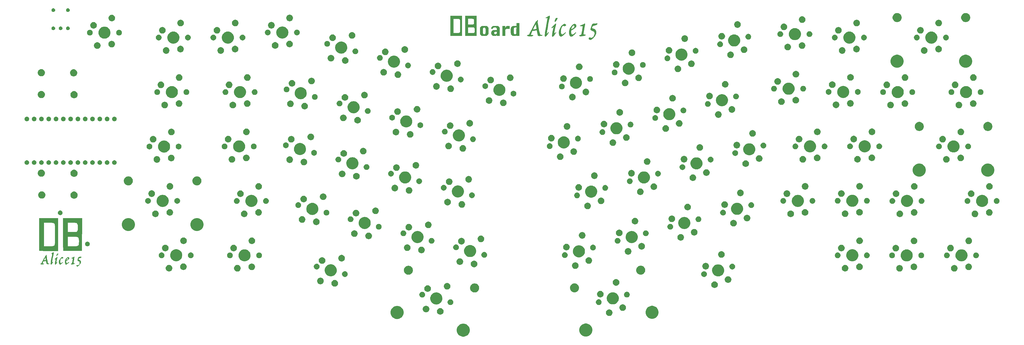
<source format=gbr>
G04 #@! TF.GenerationSoftware,KiCad,Pcbnew,(5.0.0-3-g5ebb6b6)*
G04 #@! TF.CreationDate,2019-09-26T15:54:15+09:00*
G04 #@! TF.ProjectId,dboard_alice15_ver.1,64626F6172645F616C69636531355F76,rev?*
G04 #@! TF.SameCoordinates,Original*
G04 #@! TF.FileFunction,Soldermask,Top*
G04 #@! TF.FilePolarity,Negative*
%FSLAX46Y46*%
G04 Gerber Fmt 4.6, Leading zero omitted, Abs format (unit mm)*
G04 Created by KiCad (PCBNEW (5.0.0-3-g5ebb6b6)) date 2019 September 26, Thursday 15:54:15*
%MOMM*%
%LPD*%
G01*
G04 APERTURE LIST*
%ADD10C,0.010000*%
%ADD11C,0.100000*%
G04 APERTURE END LIST*
D10*
G04 #@! TO.C,D68*
G36*
X-27035579Y43962582D02*
X-27024082Y43752156D01*
X-26993423Y43461467D01*
X-26948783Y43134897D01*
X-26913656Y42918250D01*
X-26820488Y42402705D01*
X-26738416Y42000336D01*
X-26662787Y41698301D01*
X-26588948Y41483757D01*
X-26512248Y41343861D01*
X-26428036Y41265769D01*
X-26331657Y41236639D01*
X-26304120Y41235500D01*
X-26185528Y41216102D01*
X-26147000Y41179407D01*
X-26203289Y41116671D01*
X-26345341Y41072689D01*
X-26532932Y41050190D01*
X-26725840Y41051904D01*
X-26883844Y41080562D01*
X-26957806Y41124375D01*
X-27001273Y41221211D01*
X-27058641Y41406544D01*
X-27119033Y41644315D01*
X-27132125Y41702254D01*
X-27242087Y42200758D01*
X-27440669Y42160131D01*
X-27637580Y42124112D01*
X-27867441Y42087598D01*
X-27907720Y42081814D01*
X-28062528Y42052715D01*
X-28158682Y41998671D01*
X-28229962Y41887261D01*
X-28304595Y41700930D01*
X-28388079Y41468577D01*
X-28420202Y41330142D01*
X-28396071Y41261346D01*
X-28310790Y41237913D01*
X-28210750Y41235500D01*
X-28045689Y41214272D01*
X-27993394Y41158094D01*
X-28059814Y41078229D01*
X-28111326Y41047235D01*
X-28269738Y41002452D01*
X-28496036Y40983406D01*
X-28742060Y40988983D01*
X-28959647Y41018068D01*
X-29100635Y41069549D01*
X-29101429Y41070126D01*
X-29171287Y41131562D01*
X-29156093Y41177395D01*
X-29040716Y41235378D01*
X-29002441Y41251654D01*
X-28925645Y41291450D01*
X-28851797Y41351956D01*
X-28771419Y41447914D01*
X-28675036Y41594068D01*
X-28553174Y41805161D01*
X-28396355Y42095937D01*
X-28232027Y42410471D01*
X-27988500Y42410471D01*
X-27933116Y42396961D01*
X-27795852Y42400246D01*
X-27620044Y42415901D01*
X-27449029Y42439503D01*
X-27326141Y42466627D01*
X-27294947Y42481276D01*
X-27293041Y42550937D01*
X-27311956Y42713453D01*
X-27347777Y42937111D01*
X-27358751Y42997970D01*
X-27449358Y43489750D01*
X-27718929Y42972054D01*
X-27837319Y42740207D01*
X-27929234Y42551665D01*
X-27981433Y42434016D01*
X-27988500Y42410471D01*
X-28232027Y42410471D01*
X-28195105Y42481140D01*
X-28124365Y42617867D01*
X-27888620Y43064183D01*
X-27674341Y43450358D01*
X-27489827Y43762305D01*
X-27343378Y43985935D01*
X-27251240Y44099795D01*
X-27036000Y44308414D01*
X-27035579Y43962582D01*
X-27035579Y43962582D01*
G37*
X-27035579Y43962582D02*
X-27024082Y43752156D01*
X-26993423Y43461467D01*
X-26948783Y43134897D01*
X-26913656Y42918250D01*
X-26820488Y42402705D01*
X-26738416Y42000336D01*
X-26662787Y41698301D01*
X-26588948Y41483757D01*
X-26512248Y41343861D01*
X-26428036Y41265769D01*
X-26331657Y41236639D01*
X-26304120Y41235500D01*
X-26185528Y41216102D01*
X-26147000Y41179407D01*
X-26203289Y41116671D01*
X-26345341Y41072689D01*
X-26532932Y41050190D01*
X-26725840Y41051904D01*
X-26883844Y41080562D01*
X-26957806Y41124375D01*
X-27001273Y41221211D01*
X-27058641Y41406544D01*
X-27119033Y41644315D01*
X-27132125Y41702254D01*
X-27242087Y42200758D01*
X-27440669Y42160131D01*
X-27637580Y42124112D01*
X-27867441Y42087598D01*
X-27907720Y42081814D01*
X-28062528Y42052715D01*
X-28158682Y41998671D01*
X-28229962Y41887261D01*
X-28304595Y41700930D01*
X-28388079Y41468577D01*
X-28420202Y41330142D01*
X-28396071Y41261346D01*
X-28310790Y41237913D01*
X-28210750Y41235500D01*
X-28045689Y41214272D01*
X-27993394Y41158094D01*
X-28059814Y41078229D01*
X-28111326Y41047235D01*
X-28269738Y41002452D01*
X-28496036Y40983406D01*
X-28742060Y40988983D01*
X-28959647Y41018068D01*
X-29100635Y41069549D01*
X-29101429Y41070126D01*
X-29171287Y41131562D01*
X-29156093Y41177395D01*
X-29040716Y41235378D01*
X-29002441Y41251654D01*
X-28925645Y41291450D01*
X-28851797Y41351956D01*
X-28771419Y41447914D01*
X-28675036Y41594068D01*
X-28553174Y41805161D01*
X-28396355Y42095937D01*
X-28232027Y42410471D01*
X-27988500Y42410471D01*
X-27933116Y42396961D01*
X-27795852Y42400246D01*
X-27620044Y42415901D01*
X-27449029Y42439503D01*
X-27326141Y42466627D01*
X-27294947Y42481276D01*
X-27293041Y42550937D01*
X-27311956Y42713453D01*
X-27347777Y42937111D01*
X-27358751Y42997970D01*
X-27449358Y43489750D01*
X-27718929Y42972054D01*
X-27837319Y42740207D01*
X-27929234Y42551665D01*
X-27981433Y42434016D01*
X-27988500Y42410471D01*
X-28232027Y42410471D01*
X-28195105Y42481140D01*
X-28124365Y42617867D01*
X-27888620Y43064183D01*
X-27674341Y43450358D01*
X-27489827Y43762305D01*
X-27343378Y43985935D01*
X-27251240Y44099795D01*
X-27036000Y44308414D01*
X-27035579Y43962582D01*
G36*
X-19400803Y43476864D02*
X-19384647Y43469735D01*
X-19241049Y43340688D01*
X-19168553Y43141427D01*
X-19172669Y42973247D01*
X-19236115Y42872230D01*
X-19379375Y42729283D01*
X-19573529Y42568091D01*
X-19789653Y42412337D01*
X-19998824Y42285704D01*
X-20035125Y42267023D01*
X-20175527Y42177627D01*
X-20232570Y42063724D01*
X-20241500Y41926373D01*
X-20209558Y41626931D01*
X-20117111Y41437607D01*
X-19969237Y41360983D01*
X-19771007Y41399644D01*
X-19527498Y41556172D01*
X-19522451Y41560317D01*
X-19377711Y41667925D01*
X-19274628Y41723051D01*
X-19247625Y41723291D01*
X-19233429Y41674063D01*
X-19279093Y41596493D01*
X-19397350Y41476106D01*
X-19600930Y41298425D01*
X-19678068Y41233845D01*
X-19942847Y41035407D01*
X-20147502Y40937015D01*
X-20306489Y40935923D01*
X-20434263Y41029380D01*
X-20473422Y41082600D01*
X-20558387Y41293075D01*
X-20605180Y41580106D01*
X-20610225Y41898051D01*
X-20569947Y42201270D01*
X-20563235Y42229239D01*
X-20466118Y42483821D01*
X-20178000Y42483821D01*
X-20165877Y42414827D01*
X-20106494Y42416947D01*
X-20003375Y42466731D01*
X-19820931Y42583323D01*
X-19685875Y42693086D01*
X-19585464Y42838055D01*
X-19544089Y43000848D01*
X-19569579Y43133831D01*
X-19607069Y43172602D01*
X-19742389Y43189600D01*
X-19887930Y43096653D01*
X-20024383Y42907333D01*
X-20046755Y42863520D01*
X-20125772Y42678261D01*
X-20172538Y42526047D01*
X-20178000Y42483821D01*
X-20466118Y42483821D01*
X-20437577Y42558635D01*
X-20238289Y42894245D01*
X-19997289Y43188921D01*
X-19794826Y43364257D01*
X-19627205Y43469132D01*
X-19510873Y43502808D01*
X-19400803Y43476864D01*
X-19400803Y43476864D01*
G37*
X-19400803Y43476864D02*
X-19384647Y43469735D01*
X-19241049Y43340688D01*
X-19168553Y43141427D01*
X-19172669Y42973247D01*
X-19236115Y42872230D01*
X-19379375Y42729283D01*
X-19573529Y42568091D01*
X-19789653Y42412337D01*
X-19998824Y42285704D01*
X-20035125Y42267023D01*
X-20175527Y42177627D01*
X-20232570Y42063724D01*
X-20241500Y41926373D01*
X-20209558Y41626931D01*
X-20117111Y41437607D01*
X-19969237Y41360983D01*
X-19771007Y41399644D01*
X-19527498Y41556172D01*
X-19522451Y41560317D01*
X-19377711Y41667925D01*
X-19274628Y41723051D01*
X-19247625Y41723291D01*
X-19233429Y41674063D01*
X-19279093Y41596493D01*
X-19397350Y41476106D01*
X-19600930Y41298425D01*
X-19678068Y41233845D01*
X-19942847Y41035407D01*
X-20147502Y40937015D01*
X-20306489Y40935923D01*
X-20434263Y41029380D01*
X-20473422Y41082600D01*
X-20558387Y41293075D01*
X-20605180Y41580106D01*
X-20610225Y41898051D01*
X-20569947Y42201270D01*
X-20563235Y42229239D01*
X-20466118Y42483821D01*
X-20178000Y42483821D01*
X-20165877Y42414827D01*
X-20106494Y42416947D01*
X-20003375Y42466731D01*
X-19820931Y42583323D01*
X-19685875Y42693086D01*
X-19585464Y42838055D01*
X-19544089Y43000848D01*
X-19569579Y43133831D01*
X-19607069Y43172602D01*
X-19742389Y43189600D01*
X-19887930Y43096653D01*
X-20024383Y42907333D01*
X-20046755Y42863520D01*
X-20125772Y42678261D01*
X-20172538Y42526047D01*
X-20178000Y42483821D01*
X-20466118Y42483821D01*
X-20437577Y42558635D01*
X-20238289Y42894245D01*
X-19997289Y43188921D01*
X-19794826Y43364257D01*
X-19627205Y43469132D01*
X-19510873Y43502808D01*
X-19400803Y43476864D01*
G36*
X-24613795Y45116232D02*
X-24584985Y45010561D01*
X-24603266Y44809086D01*
X-24663422Y44501217D01*
X-24708286Y44300956D01*
X-24783797Y43954862D01*
X-24854483Y43602635D01*
X-24911261Y43291079D01*
X-24939728Y43108750D01*
X-24982114Y42818531D01*
X-25030371Y42519577D01*
X-25065572Y42322208D01*
X-25103855Y42079320D01*
X-25127412Y41847493D01*
X-25131000Y41755514D01*
X-25131000Y41530863D01*
X-24972250Y41680000D01*
X-24860823Y41769042D01*
X-24815406Y41770689D01*
X-24828336Y41700995D01*
X-24891949Y41576010D01*
X-24998579Y41411786D01*
X-25140562Y41224373D01*
X-25252725Y41092625D01*
X-25380084Y40963125D01*
X-25462623Y40922608D01*
X-25529911Y40957127D01*
X-25533167Y40960334D01*
X-25566268Y41064248D01*
X-25573982Y41265980D01*
X-25557590Y41539177D01*
X-25518374Y41857491D01*
X-25478085Y42092750D01*
X-25401506Y42501534D01*
X-25325136Y42925921D01*
X-25252528Y43344407D01*
X-25187229Y43735488D01*
X-25132792Y44077657D01*
X-25092765Y44349410D01*
X-25070699Y44529241D01*
X-25067500Y44579936D01*
X-25087012Y44694675D01*
X-25156575Y44707049D01*
X-25168481Y44702838D01*
X-25289763Y44688815D01*
X-25331203Y44702247D01*
X-25313727Y44751599D01*
X-25208909Y44844701D01*
X-25039285Y44961615D01*
X-25034921Y44964351D01*
X-24833548Y45082536D01*
X-24694911Y45136693D01*
X-24613795Y45116232D01*
X-24613795Y45116232D01*
G37*
X-24613795Y45116232D02*
X-24584985Y45010561D01*
X-24603266Y44809086D01*
X-24663422Y44501217D01*
X-24708286Y44300956D01*
X-24783797Y43954862D01*
X-24854483Y43602635D01*
X-24911261Y43291079D01*
X-24939728Y43108750D01*
X-24982114Y42818531D01*
X-25030371Y42519577D01*
X-25065572Y42322208D01*
X-25103855Y42079320D01*
X-25127412Y41847493D01*
X-25131000Y41755514D01*
X-25131000Y41530863D01*
X-24972250Y41680000D01*
X-24860823Y41769042D01*
X-24815406Y41770689D01*
X-24828336Y41700995D01*
X-24891949Y41576010D01*
X-24998579Y41411786D01*
X-25140562Y41224373D01*
X-25252725Y41092625D01*
X-25380084Y40963125D01*
X-25462623Y40922608D01*
X-25529911Y40957127D01*
X-25533167Y40960334D01*
X-25566268Y41064248D01*
X-25573982Y41265980D01*
X-25557590Y41539177D01*
X-25518374Y41857491D01*
X-25478085Y42092750D01*
X-25401506Y42501534D01*
X-25325136Y42925921D01*
X-25252528Y43344407D01*
X-25187229Y43735488D01*
X-25132792Y44077657D01*
X-25092765Y44349410D01*
X-25070699Y44529241D01*
X-25067500Y44579936D01*
X-25087012Y44694675D01*
X-25156575Y44707049D01*
X-25168481Y44702838D01*
X-25289763Y44688815D01*
X-25331203Y44702247D01*
X-25313727Y44751599D01*
X-25208909Y44844701D01*
X-25039285Y44961615D01*
X-25034921Y44964351D01*
X-24833548Y45082536D01*
X-24694911Y45136693D01*
X-24613795Y45116232D01*
G36*
X-21411886Y43455665D02*
X-21282141Y43350968D01*
X-21279032Y43241374D01*
X-21402483Y43123613D01*
X-21404056Y43122580D01*
X-21562559Y43062184D01*
X-21659337Y43087399D01*
X-21829730Y43124586D01*
X-21984123Y43048060D01*
X-22114740Y42870846D01*
X-22213802Y42605964D01*
X-22273534Y42266438D01*
X-22287184Y42036119D01*
X-22270016Y41695398D01*
X-22202580Y41470628D01*
X-22085361Y41362171D01*
X-21918846Y41370391D01*
X-21703522Y41495651D01*
X-21636102Y41550420D01*
X-21462272Y41688311D01*
X-21373534Y41736546D01*
X-21371070Y41700803D01*
X-21456064Y41586759D01*
X-21609138Y41421019D01*
X-21864468Y41182470D01*
X-22092611Y41012942D01*
X-22273681Y40926324D01*
X-22329311Y40918000D01*
X-22419036Y40958715D01*
X-22496533Y41023104D01*
X-22649264Y41261621D01*
X-22714867Y41568515D01*
X-22696269Y41922613D01*
X-22596396Y42302743D01*
X-22418174Y42687731D01*
X-22226328Y42978202D01*
X-22059818Y43171633D01*
X-21882755Y43338460D01*
X-21777011Y43415222D01*
X-21622602Y43491579D01*
X-21510203Y43497220D01*
X-21411886Y43455665D01*
X-21411886Y43455665D01*
G37*
X-21411886Y43455665D02*
X-21282141Y43350968D01*
X-21279032Y43241374D01*
X-21402483Y43123613D01*
X-21404056Y43122580D01*
X-21562559Y43062184D01*
X-21659337Y43087399D01*
X-21829730Y43124586D01*
X-21984123Y43048060D01*
X-22114740Y42870846D01*
X-22213802Y42605964D01*
X-22273534Y42266438D01*
X-22287184Y42036119D01*
X-22270016Y41695398D01*
X-22202580Y41470628D01*
X-22085361Y41362171D01*
X-21918846Y41370391D01*
X-21703522Y41495651D01*
X-21636102Y41550420D01*
X-21462272Y41688311D01*
X-21373534Y41736546D01*
X-21371070Y41700803D01*
X-21456064Y41586759D01*
X-21609138Y41421019D01*
X-21864468Y41182470D01*
X-22092611Y41012942D01*
X-22273681Y40926324D01*
X-22329311Y40918000D01*
X-22419036Y40958715D01*
X-22496533Y41023104D01*
X-22649264Y41261621D01*
X-22714867Y41568515D01*
X-22696269Y41922613D01*
X-22596396Y42302743D01*
X-22418174Y42687731D01*
X-22226328Y42978202D01*
X-22059818Y43171633D01*
X-21882755Y43338460D01*
X-21777011Y43415222D01*
X-21622602Y43491579D01*
X-21510203Y43497220D01*
X-21411886Y43455665D01*
G36*
X-17400239Y43381021D02*
X-17422241Y43240425D01*
X-17460395Y43005673D01*
X-17509602Y42707817D01*
X-17564763Y42377910D01*
X-17572781Y42330279D01*
X-17622691Y42011875D01*
X-17659310Y41733861D01*
X-17679675Y41522558D01*
X-17680817Y41404285D01*
X-17678308Y41393654D01*
X-17591252Y41323000D01*
X-17449493Y41299000D01*
X-17314865Y41281635D01*
X-17257041Y41239736D01*
X-17257000Y41238485D01*
X-17314927Y41177892D01*
X-17466586Y41118015D01*
X-17678797Y41064274D01*
X-17918380Y41022092D01*
X-18152156Y40996889D01*
X-18346942Y40994088D01*
X-18469561Y41019110D01*
X-18490288Y41036971D01*
X-18504636Y41148345D01*
X-18417968Y41222541D01*
X-18334987Y41235500D01*
X-18207325Y41286433D01*
X-18152499Y41350359D01*
X-18109461Y41476434D01*
X-18058216Y41693254D01*
X-18004962Y41965385D01*
X-17955894Y42257389D01*
X-17917210Y42533834D01*
X-17895105Y42759282D01*
X-17892203Y42838875D01*
X-17900155Y42994764D01*
X-17947842Y43061483D01*
X-18070466Y43076785D01*
X-18114250Y43077000D01*
X-18271003Y43095833D01*
X-18334841Y43140966D01*
X-18292638Y43195348D01*
X-18225375Y43221349D01*
X-18110787Y43263609D01*
X-17924633Y43341143D01*
X-17741899Y43421650D01*
X-17369547Y43589791D01*
X-17400239Y43381021D01*
X-17400239Y43381021D01*
G37*
X-17400239Y43381021D02*
X-17422241Y43240425D01*
X-17460395Y43005673D01*
X-17509602Y42707817D01*
X-17564763Y42377910D01*
X-17572781Y42330279D01*
X-17622691Y42011875D01*
X-17659310Y41733861D01*
X-17679675Y41522558D01*
X-17680817Y41404285D01*
X-17678308Y41393654D01*
X-17591252Y41323000D01*
X-17449493Y41299000D01*
X-17314865Y41281635D01*
X-17257041Y41239736D01*
X-17257000Y41238485D01*
X-17314927Y41177892D01*
X-17466586Y41118015D01*
X-17678797Y41064274D01*
X-17918380Y41022092D01*
X-18152156Y40996889D01*
X-18346942Y40994088D01*
X-18469561Y41019110D01*
X-18490288Y41036971D01*
X-18504636Y41148345D01*
X-18417968Y41222541D01*
X-18334987Y41235500D01*
X-18207325Y41286433D01*
X-18152499Y41350359D01*
X-18109461Y41476434D01*
X-18058216Y41693254D01*
X-18004962Y41965385D01*
X-17955894Y42257389D01*
X-17917210Y42533834D01*
X-17895105Y42759282D01*
X-17892203Y42838875D01*
X-17900155Y42994764D01*
X-17947842Y43061483D01*
X-18070466Y43076785D01*
X-18114250Y43077000D01*
X-18271003Y43095833D01*
X-18334841Y43140966D01*
X-18292638Y43195348D01*
X-18225375Y43221349D01*
X-18110787Y43263609D01*
X-17924633Y43341143D01*
X-17741899Y43421650D01*
X-17369547Y43589791D01*
X-17400239Y43381021D01*
G36*
X-14748750Y45712250D02*
X-17960216Y45695800D01*
X-18587122Y45693417D01*
X-19175256Y45692782D01*
X-19712452Y45693796D01*
X-20186541Y45696360D01*
X-20585356Y45700375D01*
X-20896729Y45705743D01*
X-21108493Y45712364D01*
X-21208479Y45720139D01*
X-21214591Y45722258D01*
X-21220926Y45790696D01*
X-21226978Y45977048D01*
X-21232680Y46272229D01*
X-21237963Y46667153D01*
X-21242760Y47152735D01*
X-21243621Y47268000D01*
X-19670000Y47268000D01*
X-18033741Y47268000D01*
X-17536029Y47268253D01*
X-17148847Y47269921D01*
X-16855725Y47274374D01*
X-16640194Y47282979D01*
X-16485783Y47297106D01*
X-16376023Y47318122D01*
X-16294444Y47347396D01*
X-16224576Y47386296D01*
X-16169566Y47422873D01*
X-16013031Y47544872D01*
X-15898240Y47681157D01*
X-15819038Y47852994D01*
X-15769267Y48081650D01*
X-15742772Y48388392D01*
X-15733396Y48794488D01*
X-15733000Y48931017D01*
X-15734835Y49300223D01*
X-15742430Y49568745D01*
X-15758923Y49762872D01*
X-15787453Y49908891D01*
X-15831158Y50033091D01*
X-15875875Y50127921D01*
X-15953088Y50270965D01*
X-16034307Y50384152D01*
X-16134647Y50470967D01*
X-16269225Y50534899D01*
X-16453155Y50579436D01*
X-16701555Y50608065D01*
X-17029539Y50624274D01*
X-17452223Y50631550D01*
X-17984723Y50633381D01*
X-18066625Y50633402D01*
X-19670000Y50633500D01*
X-19670000Y47268000D01*
X-21243621Y47268000D01*
X-21247001Y47719888D01*
X-21250620Y48359528D01*
X-21253548Y49062568D01*
X-21255716Y49819923D01*
X-21257056Y50622508D01*
X-21257500Y51437834D01*
X-21257500Y55523000D01*
X-19670000Y55523000D01*
X-19670000Y52221000D01*
X-18154564Y52221000D01*
X-17676283Y52221465D01*
X-17308182Y52223770D01*
X-17033438Y52229287D01*
X-16835232Y52239385D01*
X-16696744Y52255434D01*
X-16601153Y52278803D01*
X-16531638Y52310862D01*
X-16471380Y52352982D01*
X-16464119Y52358662D01*
X-16338286Y52475309D01*
X-16245884Y52612205D01*
X-16182092Y52789972D01*
X-16142082Y53029227D01*
X-16121032Y53350591D01*
X-16114118Y53774684D01*
X-16114000Y53855077D01*
X-16119503Y54294689D01*
X-16140147Y54628900D01*
X-16182134Y54878991D01*
X-16251667Y55066244D01*
X-16354949Y55211944D01*
X-16498183Y55337372D01*
X-16558468Y55380126D01*
X-16630690Y55426034D01*
X-16706938Y55460890D01*
X-16804870Y55486212D01*
X-16942144Y55503520D01*
X-17136416Y55514334D01*
X-17405345Y55520172D01*
X-17766589Y55522554D01*
X-18218891Y55523001D01*
X-19670000Y55523000D01*
X-21257500Y55523000D01*
X-21257500Y57110500D01*
X-14716322Y57110500D01*
X-14748750Y45712250D01*
X-14748750Y45712250D01*
G37*
X-14748750Y45712250D02*
X-17960216Y45695800D01*
X-18587122Y45693417D01*
X-19175256Y45692782D01*
X-19712452Y45693796D01*
X-20186541Y45696360D01*
X-20585356Y45700375D01*
X-20896729Y45705743D01*
X-21108493Y45712364D01*
X-21208479Y45720139D01*
X-21214591Y45722258D01*
X-21220926Y45790696D01*
X-21226978Y45977048D01*
X-21232680Y46272229D01*
X-21237963Y46667153D01*
X-21242760Y47152735D01*
X-21243621Y47268000D01*
X-19670000Y47268000D01*
X-18033741Y47268000D01*
X-17536029Y47268253D01*
X-17148847Y47269921D01*
X-16855725Y47274374D01*
X-16640194Y47282979D01*
X-16485783Y47297106D01*
X-16376023Y47318122D01*
X-16294444Y47347396D01*
X-16224576Y47386296D01*
X-16169566Y47422873D01*
X-16013031Y47544872D01*
X-15898240Y47681157D01*
X-15819038Y47852994D01*
X-15769267Y48081650D01*
X-15742772Y48388392D01*
X-15733396Y48794488D01*
X-15733000Y48931017D01*
X-15734835Y49300223D01*
X-15742430Y49568745D01*
X-15758923Y49762872D01*
X-15787453Y49908891D01*
X-15831158Y50033091D01*
X-15875875Y50127921D01*
X-15953088Y50270965D01*
X-16034307Y50384152D01*
X-16134647Y50470967D01*
X-16269225Y50534899D01*
X-16453155Y50579436D01*
X-16701555Y50608065D01*
X-17029539Y50624274D01*
X-17452223Y50631550D01*
X-17984723Y50633381D01*
X-18066625Y50633402D01*
X-19670000Y50633500D01*
X-19670000Y47268000D01*
X-21243621Y47268000D01*
X-21247001Y47719888D01*
X-21250620Y48359528D01*
X-21253548Y49062568D01*
X-21255716Y49819923D01*
X-21257056Y50622508D01*
X-21257500Y51437834D01*
X-21257500Y55523000D01*
X-19670000Y55523000D01*
X-19670000Y52221000D01*
X-18154564Y52221000D01*
X-17676283Y52221465D01*
X-17308182Y52223770D01*
X-17033438Y52229287D01*
X-16835232Y52239385D01*
X-16696744Y52255434D01*
X-16601153Y52278803D01*
X-16531638Y52310862D01*
X-16471380Y52352982D01*
X-16464119Y52358662D01*
X-16338286Y52475309D01*
X-16245884Y52612205D01*
X-16182092Y52789972D01*
X-16142082Y53029227D01*
X-16121032Y53350591D01*
X-16114118Y53774684D01*
X-16114000Y53855077D01*
X-16119503Y54294689D01*
X-16140147Y54628900D01*
X-16182134Y54878991D01*
X-16251667Y55066244D01*
X-16354949Y55211944D01*
X-16498183Y55337372D01*
X-16558468Y55380126D01*
X-16630690Y55426034D01*
X-16706938Y55460890D01*
X-16804870Y55486212D01*
X-16942144Y55503520D01*
X-17136416Y55514334D01*
X-17405345Y55520172D01*
X-17766589Y55522554D01*
X-18218891Y55523001D01*
X-19670000Y55523000D01*
X-21257500Y55523000D01*
X-21257500Y57110500D01*
X-14716322Y57110500D01*
X-14748750Y45712250D01*
G36*
X-23289500Y43463084D02*
X-23303184Y43380342D01*
X-23340169Y43202532D01*
X-23394353Y42958137D01*
X-23442509Y42748709D01*
X-23544650Y42290821D01*
X-23612908Y41939146D01*
X-23646607Y41698037D01*
X-23645068Y41571847D01*
X-23628626Y41553000D01*
X-23553177Y41591126D01*
X-23468736Y41658445D01*
X-23360319Y41740927D01*
X-23324160Y41731720D01*
X-23356990Y41641236D01*
X-23455542Y41479890D01*
X-23578791Y41307742D01*
X-23772466Y41072049D01*
X-23918297Y40947363D01*
X-24022959Y40929988D01*
X-24093127Y41016230D01*
X-24095315Y41021792D01*
X-24098269Y41120280D01*
X-24078156Y41316303D01*
X-24038526Y41583215D01*
X-23982931Y41894374D01*
X-23970631Y41957434D01*
X-23911615Y42265252D01*
X-23865347Y42524982D01*
X-23835763Y42713040D01*
X-23826798Y42805841D01*
X-23828120Y42811287D01*
X-23893404Y42802029D01*
X-23988000Y42759500D01*
X-24117980Y42706243D01*
X-24155522Y42732312D01*
X-24102859Y42832380D01*
X-23962225Y43001120D01*
X-23827607Y43142161D01*
X-23591731Y43365103D01*
X-23421087Y43492280D01*
X-23319284Y43521538D01*
X-23289500Y43463084D01*
X-23289500Y43463084D01*
G37*
X-23289500Y43463084D02*
X-23303184Y43380342D01*
X-23340169Y43202532D01*
X-23394353Y42958137D01*
X-23442509Y42748709D01*
X-23544650Y42290821D01*
X-23612908Y41939146D01*
X-23646607Y41698037D01*
X-23645068Y41571847D01*
X-23628626Y41553000D01*
X-23553177Y41591126D01*
X-23468736Y41658445D01*
X-23360319Y41740927D01*
X-23324160Y41731720D01*
X-23356990Y41641236D01*
X-23455542Y41479890D01*
X-23578791Y41307742D01*
X-23772466Y41072049D01*
X-23918297Y40947363D01*
X-24022959Y40929988D01*
X-24093127Y41016230D01*
X-24095315Y41021792D01*
X-24098269Y41120280D01*
X-24078156Y41316303D01*
X-24038526Y41583215D01*
X-23982931Y41894374D01*
X-23970631Y41957434D01*
X-23911615Y42265252D01*
X-23865347Y42524982D01*
X-23835763Y42713040D01*
X-23826798Y42805841D01*
X-23828120Y42811287D01*
X-23893404Y42802029D01*
X-23988000Y42759500D01*
X-24117980Y42706243D01*
X-24155522Y42732312D01*
X-24102859Y42832380D01*
X-23962225Y43001120D01*
X-23827607Y43142161D01*
X-23591731Y43365103D01*
X-23421087Y43492280D01*
X-23319284Y43521538D01*
X-23289500Y43463084D01*
G36*
X-23062069Y44703049D02*
X-23007344Y44665216D01*
X-23013652Y44593815D01*
X-23085921Y44455756D01*
X-23103273Y44426380D01*
X-23231974Y44232806D01*
X-23369255Y44058314D01*
X-23394205Y44030944D01*
X-23543500Y43873637D01*
X-23543500Y44053097D01*
X-23515070Y44236257D01*
X-23443673Y44436855D01*
X-23350149Y44608682D01*
X-23255338Y44705528D01*
X-23247748Y44708875D01*
X-23115815Y44716774D01*
X-23062069Y44703049D01*
X-23062069Y44703049D01*
G37*
X-23062069Y44703049D02*
X-23007344Y44665216D01*
X-23013652Y44593815D01*
X-23085921Y44455756D01*
X-23103273Y44426380D01*
X-23231974Y44232806D01*
X-23369255Y44058314D01*
X-23394205Y44030944D01*
X-23543500Y43873637D01*
X-23543500Y44053097D01*
X-23515070Y44236257D01*
X-23443673Y44436855D01*
X-23350149Y44608682D01*
X-23255338Y44705528D01*
X-23247748Y44708875D01*
X-23115815Y44716774D01*
X-23062069Y44703049D01*
G36*
X-23099000Y45680500D02*
X-26295167Y45680500D01*
X-26920530Y45681317D01*
X-27507079Y45683662D01*
X-28042619Y45687375D01*
X-28514954Y45692297D01*
X-28911889Y45698268D01*
X-29221229Y45705129D01*
X-29430778Y45712721D01*
X-29528341Y45720883D01*
X-29533667Y45722834D01*
X-29539916Y45791185D01*
X-29545887Y45977453D01*
X-29551512Y46272551D01*
X-29556725Y46667396D01*
X-29561457Y47152903D01*
X-29565642Y47719988D01*
X-29569212Y48359567D01*
X-29572101Y49062555D01*
X-29574239Y49819868D01*
X-29575562Y50622421D01*
X-29576000Y51437834D01*
X-29576000Y55523000D01*
X-27988500Y55523000D01*
X-27988500Y47268000D01*
X-26416875Y47269395D01*
X-25920204Y47270688D01*
X-25533138Y47274346D01*
X-25238285Y47281525D01*
X-25018256Y47293380D01*
X-24855661Y47311066D01*
X-24733110Y47335737D01*
X-24633212Y47368548D01*
X-24579587Y47391405D01*
X-24475903Y47437881D01*
X-24387748Y47482441D01*
X-24313866Y47535156D01*
X-24252996Y47606094D01*
X-24203882Y47705326D01*
X-24165264Y47842920D01*
X-24135886Y48028946D01*
X-24114488Y48273474D01*
X-24099812Y48586572D01*
X-24090601Y48978312D01*
X-24085596Y49458761D01*
X-24083540Y50037989D01*
X-24083173Y50726066D01*
X-24083250Y51363750D01*
X-24083452Y52113578D01*
X-24084290Y52747095D01*
X-24086114Y53274989D01*
X-24089271Y53707952D01*
X-24094112Y54056670D01*
X-24100986Y54331833D01*
X-24110241Y54544131D01*
X-24122227Y54704252D01*
X-24137293Y54822884D01*
X-24155788Y54910718D01*
X-24178061Y54978442D01*
X-24203114Y55034043D01*
X-24388787Y55276156D01*
X-24565709Y55399168D01*
X-24650619Y55437745D01*
X-24746518Y55467420D01*
X-24870440Y55489344D01*
X-25039420Y55504668D01*
X-25270491Y55514543D01*
X-25580689Y55520120D01*
X-25987048Y55522549D01*
X-26398471Y55523001D01*
X-27988500Y55523000D01*
X-29576000Y55523000D01*
X-29576000Y57110500D01*
X-23099000Y57110500D01*
X-23099000Y45680500D01*
X-23099000Y45680500D01*
G37*
X-23099000Y45680500D02*
X-26295167Y45680500D01*
X-26920530Y45681317D01*
X-27507079Y45683662D01*
X-28042619Y45687375D01*
X-28514954Y45692297D01*
X-28911889Y45698268D01*
X-29221229Y45705129D01*
X-29430778Y45712721D01*
X-29528341Y45720883D01*
X-29533667Y45722834D01*
X-29539916Y45791185D01*
X-29545887Y45977453D01*
X-29551512Y46272551D01*
X-29556725Y46667396D01*
X-29561457Y47152903D01*
X-29565642Y47719988D01*
X-29569212Y48359567D01*
X-29572101Y49062555D01*
X-29574239Y49819868D01*
X-29575562Y50622421D01*
X-29576000Y51437834D01*
X-29576000Y55523000D01*
X-27988500Y55523000D01*
X-27988500Y47268000D01*
X-26416875Y47269395D01*
X-25920204Y47270688D01*
X-25533138Y47274346D01*
X-25238285Y47281525D01*
X-25018256Y47293380D01*
X-24855661Y47311066D01*
X-24733110Y47335737D01*
X-24633212Y47368548D01*
X-24579587Y47391405D01*
X-24475903Y47437881D01*
X-24387748Y47482441D01*
X-24313866Y47535156D01*
X-24252996Y47606094D01*
X-24203882Y47705326D01*
X-24165264Y47842920D01*
X-24135886Y48028946D01*
X-24114488Y48273474D01*
X-24099812Y48586572D01*
X-24090601Y48978312D01*
X-24085596Y49458761D01*
X-24083540Y50037989D01*
X-24083173Y50726066D01*
X-24083250Y51363750D01*
X-24083452Y52113578D01*
X-24084290Y52747095D01*
X-24086114Y53274989D01*
X-24089271Y53707952D01*
X-24094112Y54056670D01*
X-24100986Y54331833D01*
X-24110241Y54544131D01*
X-24122227Y54704252D01*
X-24137293Y54822884D01*
X-24155788Y54910718D01*
X-24178061Y54978442D01*
X-24203114Y55034043D01*
X-24388787Y55276156D01*
X-24565709Y55399168D01*
X-24650619Y55437745D01*
X-24746518Y55467420D01*
X-24870440Y55489344D01*
X-25039420Y55504668D01*
X-25270491Y55514543D01*
X-25580689Y55520120D01*
X-25987048Y55522549D01*
X-26398471Y55523001D01*
X-27988500Y55523000D01*
X-29576000Y55523000D01*
X-29576000Y57110500D01*
X-23099000Y57110500D01*
X-23099000Y45680500D01*
G36*
X-15074699Y43577872D02*
X-14944684Y43556263D01*
X-14907500Y43526109D01*
X-14955350Y43446808D01*
X-15068276Y43342353D01*
X-15200343Y43249279D01*
X-15305615Y43204121D01*
X-15312939Y43203646D01*
X-15533795Y43168279D01*
X-15740902Y43079690D01*
X-15885708Y42960977D01*
X-15911692Y42918808D01*
X-15957760Y42744978D01*
X-15901245Y42622508D01*
X-15731308Y42532678D01*
X-15678254Y42515626D01*
X-15394776Y42373884D01*
X-15205150Y42156952D01*
X-15116519Y41882432D01*
X-15136030Y41567931D01*
X-15207601Y41355975D01*
X-15330406Y41139661D01*
X-15508641Y40898716D01*
X-15715165Y40663011D01*
X-15922833Y40462419D01*
X-16104501Y40326812D01*
X-16172235Y40294351D01*
X-16344567Y40264185D01*
X-16488381Y40323612D01*
X-16488715Y40323845D01*
X-16583514Y40431834D01*
X-16620450Y40555525D01*
X-16592524Y40649599D01*
X-16542625Y40672876D01*
X-16430032Y40675086D01*
X-16255635Y40669050D01*
X-16222678Y40667177D01*
X-15938096Y40704298D01*
X-15714861Y40845116D01*
X-15563077Y41077121D01*
X-15492852Y41387806D01*
X-15491663Y41571934D01*
X-15508149Y41764021D01*
X-15549202Y41880442D01*
X-15644631Y41965425D01*
X-15821983Y42062036D01*
X-16039431Y42182981D01*
X-16168436Y42294150D01*
X-16219103Y42426255D01*
X-16201538Y42610007D01*
X-16125850Y42876118D01*
X-16108059Y42931357D01*
X-16007298Y43210899D01*
X-15915891Y43388691D01*
X-15821020Y43488032D01*
X-15792630Y43504689D01*
X-15659016Y43545099D01*
X-15469639Y43571376D01*
X-15262275Y43582605D01*
X-15074699Y43577872D01*
X-15074699Y43577872D01*
G37*
X-15074699Y43577872D02*
X-14944684Y43556263D01*
X-14907500Y43526109D01*
X-14955350Y43446808D01*
X-15068276Y43342353D01*
X-15200343Y43249279D01*
X-15305615Y43204121D01*
X-15312939Y43203646D01*
X-15533795Y43168279D01*
X-15740902Y43079690D01*
X-15885708Y42960977D01*
X-15911692Y42918808D01*
X-15957760Y42744978D01*
X-15901245Y42622508D01*
X-15731308Y42532678D01*
X-15678254Y42515626D01*
X-15394776Y42373884D01*
X-15205150Y42156952D01*
X-15116519Y41882432D01*
X-15136030Y41567931D01*
X-15207601Y41355975D01*
X-15330406Y41139661D01*
X-15508641Y40898716D01*
X-15715165Y40663011D01*
X-15922833Y40462419D01*
X-16104501Y40326812D01*
X-16172235Y40294351D01*
X-16344567Y40264185D01*
X-16488381Y40323612D01*
X-16488715Y40323845D01*
X-16583514Y40431834D01*
X-16620450Y40555525D01*
X-16592524Y40649599D01*
X-16542625Y40672876D01*
X-16430032Y40675086D01*
X-16255635Y40669050D01*
X-16222678Y40667177D01*
X-15938096Y40704298D01*
X-15714861Y40845116D01*
X-15563077Y41077121D01*
X-15492852Y41387806D01*
X-15491663Y41571934D01*
X-15508149Y41764021D01*
X-15549202Y41880442D01*
X-15644631Y41965425D01*
X-15821983Y42062036D01*
X-16039431Y42182981D01*
X-16168436Y42294150D01*
X-16219103Y42426255D01*
X-16201538Y42610007D01*
X-16125850Y42876118D01*
X-16108059Y42931357D01*
X-16007298Y43210899D01*
X-15915891Y43388691D01*
X-15821020Y43488032D01*
X-15792630Y43504689D01*
X-15659016Y43545099D01*
X-15469639Y43571376D01*
X-15262275Y43582605D01*
X-15074699Y43577872D01*
G36*
X-14748750Y45712250D02*
X-17960216Y45695800D01*
X-18587122Y45693417D01*
X-19175256Y45692782D01*
X-19712452Y45693796D01*
X-20186541Y45696360D01*
X-20585356Y45700375D01*
X-20896729Y45705743D01*
X-21108493Y45712364D01*
X-21208479Y45720139D01*
X-21214591Y45722258D01*
X-21220926Y45790696D01*
X-21226978Y45977048D01*
X-21232680Y46272229D01*
X-21237963Y46667153D01*
X-21242760Y47152735D01*
X-21243621Y47268000D01*
X-19670000Y47268000D01*
X-18033741Y47268000D01*
X-17536029Y47268253D01*
X-17148847Y47269921D01*
X-16855725Y47274374D01*
X-16640194Y47282979D01*
X-16485783Y47297106D01*
X-16376023Y47318122D01*
X-16294444Y47347396D01*
X-16224576Y47386296D01*
X-16169566Y47422873D01*
X-16013031Y47544872D01*
X-15898240Y47681157D01*
X-15819038Y47852994D01*
X-15769267Y48081650D01*
X-15742772Y48388392D01*
X-15733396Y48794488D01*
X-15733000Y48931017D01*
X-15734835Y49300223D01*
X-15742430Y49568745D01*
X-15758923Y49762872D01*
X-15787453Y49908891D01*
X-15831158Y50033091D01*
X-15875875Y50127921D01*
X-15953088Y50270965D01*
X-16034307Y50384152D01*
X-16134647Y50470967D01*
X-16269225Y50534899D01*
X-16453155Y50579436D01*
X-16701555Y50608065D01*
X-17029539Y50624274D01*
X-17452223Y50631550D01*
X-17984723Y50633381D01*
X-18066625Y50633402D01*
X-19670000Y50633500D01*
X-19670000Y47268000D01*
X-21243621Y47268000D01*
X-21247001Y47719888D01*
X-21250620Y48359528D01*
X-21253548Y49062568D01*
X-21255716Y49819923D01*
X-21257056Y50622508D01*
X-21257500Y51437834D01*
X-21257500Y55523000D01*
X-19670000Y55523000D01*
X-19670000Y52221000D01*
X-18154564Y52221000D01*
X-17676283Y52221465D01*
X-17308182Y52223770D01*
X-17033438Y52229287D01*
X-16835232Y52239385D01*
X-16696744Y52255434D01*
X-16601153Y52278803D01*
X-16531638Y52310862D01*
X-16471380Y52352982D01*
X-16464119Y52358662D01*
X-16338286Y52475309D01*
X-16245884Y52612205D01*
X-16182092Y52789972D01*
X-16142082Y53029227D01*
X-16121032Y53350591D01*
X-16114118Y53774684D01*
X-16114000Y53855077D01*
X-16119503Y54294689D01*
X-16140147Y54628900D01*
X-16182134Y54878991D01*
X-16251667Y55066244D01*
X-16354949Y55211944D01*
X-16498183Y55337372D01*
X-16558468Y55380126D01*
X-16630690Y55426034D01*
X-16706938Y55460890D01*
X-16804870Y55486212D01*
X-16942144Y55503520D01*
X-17136416Y55514334D01*
X-17405345Y55520172D01*
X-17766589Y55522554D01*
X-18218891Y55523001D01*
X-19670000Y55523000D01*
X-21257500Y55523000D01*
X-21257500Y57110500D01*
X-14716322Y57110500D01*
X-14748750Y45712250D01*
X-14748750Y45712250D01*
G37*
X-14748750Y45712250D02*
X-17960216Y45695800D01*
X-18587122Y45693417D01*
X-19175256Y45692782D01*
X-19712452Y45693796D01*
X-20186541Y45696360D01*
X-20585356Y45700375D01*
X-20896729Y45705743D01*
X-21108493Y45712364D01*
X-21208479Y45720139D01*
X-21214591Y45722258D01*
X-21220926Y45790696D01*
X-21226978Y45977048D01*
X-21232680Y46272229D01*
X-21237963Y46667153D01*
X-21242760Y47152735D01*
X-21243621Y47268000D01*
X-19670000Y47268000D01*
X-18033741Y47268000D01*
X-17536029Y47268253D01*
X-17148847Y47269921D01*
X-16855725Y47274374D01*
X-16640194Y47282979D01*
X-16485783Y47297106D01*
X-16376023Y47318122D01*
X-16294444Y47347396D01*
X-16224576Y47386296D01*
X-16169566Y47422873D01*
X-16013031Y47544872D01*
X-15898240Y47681157D01*
X-15819038Y47852994D01*
X-15769267Y48081650D01*
X-15742772Y48388392D01*
X-15733396Y48794488D01*
X-15733000Y48931017D01*
X-15734835Y49300223D01*
X-15742430Y49568745D01*
X-15758923Y49762872D01*
X-15787453Y49908891D01*
X-15831158Y50033091D01*
X-15875875Y50127921D01*
X-15953088Y50270965D01*
X-16034307Y50384152D01*
X-16134647Y50470967D01*
X-16269225Y50534899D01*
X-16453155Y50579436D01*
X-16701555Y50608065D01*
X-17029539Y50624274D01*
X-17452223Y50631550D01*
X-17984723Y50633381D01*
X-18066625Y50633402D01*
X-19670000Y50633500D01*
X-19670000Y47268000D01*
X-21243621Y47268000D01*
X-21247001Y47719888D01*
X-21250620Y48359528D01*
X-21253548Y49062568D01*
X-21255716Y49819923D01*
X-21257056Y50622508D01*
X-21257500Y51437834D01*
X-21257500Y55523000D01*
X-19670000Y55523000D01*
X-19670000Y52221000D01*
X-18154564Y52221000D01*
X-17676283Y52221465D01*
X-17308182Y52223770D01*
X-17033438Y52229287D01*
X-16835232Y52239385D01*
X-16696744Y52255434D01*
X-16601153Y52278803D01*
X-16531638Y52310862D01*
X-16471380Y52352982D01*
X-16464119Y52358662D01*
X-16338286Y52475309D01*
X-16245884Y52612205D01*
X-16182092Y52789972D01*
X-16142082Y53029227D01*
X-16121032Y53350591D01*
X-16114118Y53774684D01*
X-16114000Y53855077D01*
X-16119503Y54294689D01*
X-16140147Y54628900D01*
X-16182134Y54878991D01*
X-16251667Y55066244D01*
X-16354949Y55211944D01*
X-16498183Y55337372D01*
X-16558468Y55380126D01*
X-16630690Y55426034D01*
X-16706938Y55460890D01*
X-16804870Y55486212D01*
X-16942144Y55503520D01*
X-17136416Y55514334D01*
X-17405345Y55520172D01*
X-17766589Y55522554D01*
X-18218891Y55523001D01*
X-19670000Y55523000D01*
X-21257500Y55523000D01*
X-21257500Y57110500D01*
X-14716322Y57110500D01*
X-14748750Y45712250D01*
G36*
X-17400239Y43381021D02*
X-17422241Y43240425D01*
X-17460395Y43005673D01*
X-17509602Y42707817D01*
X-17564763Y42377910D01*
X-17572781Y42330279D01*
X-17622691Y42011875D01*
X-17659310Y41733861D01*
X-17679675Y41522558D01*
X-17680817Y41404285D01*
X-17678308Y41393654D01*
X-17591252Y41323000D01*
X-17449493Y41299000D01*
X-17314865Y41281635D01*
X-17257041Y41239736D01*
X-17257000Y41238485D01*
X-17314927Y41177892D01*
X-17466586Y41118015D01*
X-17678797Y41064274D01*
X-17918380Y41022092D01*
X-18152156Y40996889D01*
X-18346942Y40994088D01*
X-18469561Y41019110D01*
X-18490288Y41036971D01*
X-18504636Y41148345D01*
X-18417968Y41222541D01*
X-18334987Y41235500D01*
X-18207325Y41286433D01*
X-18152499Y41350359D01*
X-18109461Y41476434D01*
X-18058216Y41693254D01*
X-18004962Y41965385D01*
X-17955894Y42257389D01*
X-17917210Y42533834D01*
X-17895105Y42759282D01*
X-17892203Y42838875D01*
X-17900155Y42994764D01*
X-17947842Y43061483D01*
X-18070466Y43076785D01*
X-18114250Y43077000D01*
X-18271003Y43095833D01*
X-18334841Y43140966D01*
X-18292638Y43195348D01*
X-18225375Y43221349D01*
X-18110787Y43263609D01*
X-17924633Y43341143D01*
X-17741899Y43421650D01*
X-17369547Y43589791D01*
X-17400239Y43381021D01*
X-17400239Y43381021D01*
G37*
X-17400239Y43381021D02*
X-17422241Y43240425D01*
X-17460395Y43005673D01*
X-17509602Y42707817D01*
X-17564763Y42377910D01*
X-17572781Y42330279D01*
X-17622691Y42011875D01*
X-17659310Y41733861D01*
X-17679675Y41522558D01*
X-17680817Y41404285D01*
X-17678308Y41393654D01*
X-17591252Y41323000D01*
X-17449493Y41299000D01*
X-17314865Y41281635D01*
X-17257041Y41239736D01*
X-17257000Y41238485D01*
X-17314927Y41177892D01*
X-17466586Y41118015D01*
X-17678797Y41064274D01*
X-17918380Y41022092D01*
X-18152156Y40996889D01*
X-18346942Y40994088D01*
X-18469561Y41019110D01*
X-18490288Y41036971D01*
X-18504636Y41148345D01*
X-18417968Y41222541D01*
X-18334987Y41235500D01*
X-18207325Y41286433D01*
X-18152499Y41350359D01*
X-18109461Y41476434D01*
X-18058216Y41693254D01*
X-18004962Y41965385D01*
X-17955894Y42257389D01*
X-17917210Y42533834D01*
X-17895105Y42759282D01*
X-17892203Y42838875D01*
X-17900155Y42994764D01*
X-17947842Y43061483D01*
X-18070466Y43076785D01*
X-18114250Y43077000D01*
X-18271003Y43095833D01*
X-18334841Y43140966D01*
X-18292638Y43195348D01*
X-18225375Y43221349D01*
X-18110787Y43263609D01*
X-17924633Y43341143D01*
X-17741899Y43421650D01*
X-17369547Y43589791D01*
X-17400239Y43381021D01*
G36*
X-21411886Y43455665D02*
X-21282141Y43350968D01*
X-21279032Y43241374D01*
X-21402483Y43123613D01*
X-21404056Y43122580D01*
X-21562559Y43062184D01*
X-21659337Y43087399D01*
X-21829730Y43124586D01*
X-21984123Y43048060D01*
X-22114740Y42870846D01*
X-22213802Y42605964D01*
X-22273534Y42266438D01*
X-22287184Y42036119D01*
X-22270016Y41695398D01*
X-22202580Y41470628D01*
X-22085361Y41362171D01*
X-21918846Y41370391D01*
X-21703522Y41495651D01*
X-21636102Y41550420D01*
X-21462272Y41688311D01*
X-21373534Y41736546D01*
X-21371070Y41700803D01*
X-21456064Y41586759D01*
X-21609138Y41421019D01*
X-21864468Y41182470D01*
X-22092611Y41012942D01*
X-22273681Y40926324D01*
X-22329311Y40918000D01*
X-22419036Y40958715D01*
X-22496533Y41023104D01*
X-22649264Y41261621D01*
X-22714867Y41568515D01*
X-22696269Y41922613D01*
X-22596396Y42302743D01*
X-22418174Y42687731D01*
X-22226328Y42978202D01*
X-22059818Y43171633D01*
X-21882755Y43338460D01*
X-21777011Y43415222D01*
X-21622602Y43491579D01*
X-21510203Y43497220D01*
X-21411886Y43455665D01*
X-21411886Y43455665D01*
G37*
X-21411886Y43455665D02*
X-21282141Y43350968D01*
X-21279032Y43241374D01*
X-21402483Y43123613D01*
X-21404056Y43122580D01*
X-21562559Y43062184D01*
X-21659337Y43087399D01*
X-21829730Y43124586D01*
X-21984123Y43048060D01*
X-22114740Y42870846D01*
X-22213802Y42605964D01*
X-22273534Y42266438D01*
X-22287184Y42036119D01*
X-22270016Y41695398D01*
X-22202580Y41470628D01*
X-22085361Y41362171D01*
X-21918846Y41370391D01*
X-21703522Y41495651D01*
X-21636102Y41550420D01*
X-21462272Y41688311D01*
X-21373534Y41736546D01*
X-21371070Y41700803D01*
X-21456064Y41586759D01*
X-21609138Y41421019D01*
X-21864468Y41182470D01*
X-22092611Y41012942D01*
X-22273681Y40926324D01*
X-22329311Y40918000D01*
X-22419036Y40958715D01*
X-22496533Y41023104D01*
X-22649264Y41261621D01*
X-22714867Y41568515D01*
X-22696269Y41922613D01*
X-22596396Y42302743D01*
X-22418174Y42687731D01*
X-22226328Y42978202D01*
X-22059818Y43171633D01*
X-21882755Y43338460D01*
X-21777011Y43415222D01*
X-21622602Y43491579D01*
X-21510203Y43497220D01*
X-21411886Y43455665D01*
G36*
X-23062069Y44703049D02*
X-23007344Y44665216D01*
X-23013652Y44593815D01*
X-23085921Y44455756D01*
X-23103273Y44426380D01*
X-23231974Y44232806D01*
X-23369255Y44058314D01*
X-23394205Y44030944D01*
X-23543500Y43873637D01*
X-23543500Y44053097D01*
X-23515070Y44236257D01*
X-23443673Y44436855D01*
X-23350149Y44608682D01*
X-23255338Y44705528D01*
X-23247748Y44708875D01*
X-23115815Y44716774D01*
X-23062069Y44703049D01*
X-23062069Y44703049D01*
G37*
X-23062069Y44703049D02*
X-23007344Y44665216D01*
X-23013652Y44593815D01*
X-23085921Y44455756D01*
X-23103273Y44426380D01*
X-23231974Y44232806D01*
X-23369255Y44058314D01*
X-23394205Y44030944D01*
X-23543500Y43873637D01*
X-23543500Y44053097D01*
X-23515070Y44236257D01*
X-23443673Y44436855D01*
X-23350149Y44608682D01*
X-23255338Y44705528D01*
X-23247748Y44708875D01*
X-23115815Y44716774D01*
X-23062069Y44703049D01*
G36*
X-24613795Y45116232D02*
X-24584985Y45010561D01*
X-24603266Y44809086D01*
X-24663422Y44501217D01*
X-24708286Y44300956D01*
X-24783797Y43954862D01*
X-24854483Y43602635D01*
X-24911261Y43291079D01*
X-24939728Y43108750D01*
X-24982114Y42818531D01*
X-25030371Y42519577D01*
X-25065572Y42322208D01*
X-25103855Y42079320D01*
X-25127412Y41847493D01*
X-25131000Y41755514D01*
X-25131000Y41530863D01*
X-24972250Y41680000D01*
X-24860823Y41769042D01*
X-24815406Y41770689D01*
X-24828336Y41700995D01*
X-24891949Y41576010D01*
X-24998579Y41411786D01*
X-25140562Y41224373D01*
X-25252725Y41092625D01*
X-25380084Y40963125D01*
X-25462623Y40922608D01*
X-25529911Y40957127D01*
X-25533167Y40960334D01*
X-25566268Y41064248D01*
X-25573982Y41265980D01*
X-25557590Y41539177D01*
X-25518374Y41857491D01*
X-25478085Y42092750D01*
X-25401506Y42501534D01*
X-25325136Y42925921D01*
X-25252528Y43344407D01*
X-25187229Y43735488D01*
X-25132792Y44077657D01*
X-25092765Y44349410D01*
X-25070699Y44529241D01*
X-25067500Y44579936D01*
X-25087012Y44694675D01*
X-25156575Y44707049D01*
X-25168481Y44702838D01*
X-25289763Y44688815D01*
X-25331203Y44702247D01*
X-25313727Y44751599D01*
X-25208909Y44844701D01*
X-25039285Y44961615D01*
X-25034921Y44964351D01*
X-24833548Y45082536D01*
X-24694911Y45136693D01*
X-24613795Y45116232D01*
X-24613795Y45116232D01*
G37*
X-24613795Y45116232D02*
X-24584985Y45010561D01*
X-24603266Y44809086D01*
X-24663422Y44501217D01*
X-24708286Y44300956D01*
X-24783797Y43954862D01*
X-24854483Y43602635D01*
X-24911261Y43291079D01*
X-24939728Y43108750D01*
X-24982114Y42818531D01*
X-25030371Y42519577D01*
X-25065572Y42322208D01*
X-25103855Y42079320D01*
X-25127412Y41847493D01*
X-25131000Y41755514D01*
X-25131000Y41530863D01*
X-24972250Y41680000D01*
X-24860823Y41769042D01*
X-24815406Y41770689D01*
X-24828336Y41700995D01*
X-24891949Y41576010D01*
X-24998579Y41411786D01*
X-25140562Y41224373D01*
X-25252725Y41092625D01*
X-25380084Y40963125D01*
X-25462623Y40922608D01*
X-25529911Y40957127D01*
X-25533167Y40960334D01*
X-25566268Y41064248D01*
X-25573982Y41265980D01*
X-25557590Y41539177D01*
X-25518374Y41857491D01*
X-25478085Y42092750D01*
X-25401506Y42501534D01*
X-25325136Y42925921D01*
X-25252528Y43344407D01*
X-25187229Y43735488D01*
X-25132792Y44077657D01*
X-25092765Y44349410D01*
X-25070699Y44529241D01*
X-25067500Y44579936D01*
X-25087012Y44694675D01*
X-25156575Y44707049D01*
X-25168481Y44702838D01*
X-25289763Y44688815D01*
X-25331203Y44702247D01*
X-25313727Y44751599D01*
X-25208909Y44844701D01*
X-25039285Y44961615D01*
X-25034921Y44964351D01*
X-24833548Y45082536D01*
X-24694911Y45136693D01*
X-24613795Y45116232D01*
G36*
X-19400803Y43476864D02*
X-19384647Y43469735D01*
X-19241049Y43340688D01*
X-19168553Y43141427D01*
X-19172669Y42973247D01*
X-19236115Y42872230D01*
X-19379375Y42729283D01*
X-19573529Y42568091D01*
X-19789653Y42412337D01*
X-19998824Y42285704D01*
X-20035125Y42267023D01*
X-20175527Y42177627D01*
X-20232570Y42063724D01*
X-20241500Y41926373D01*
X-20209558Y41626931D01*
X-20117111Y41437607D01*
X-19969237Y41360983D01*
X-19771007Y41399644D01*
X-19527498Y41556172D01*
X-19522451Y41560317D01*
X-19377711Y41667925D01*
X-19274628Y41723051D01*
X-19247625Y41723291D01*
X-19233429Y41674063D01*
X-19279093Y41596493D01*
X-19397350Y41476106D01*
X-19600930Y41298425D01*
X-19678068Y41233845D01*
X-19942847Y41035407D01*
X-20147502Y40937015D01*
X-20306489Y40935923D01*
X-20434263Y41029380D01*
X-20473422Y41082600D01*
X-20558387Y41293075D01*
X-20605180Y41580106D01*
X-20610225Y41898051D01*
X-20569947Y42201270D01*
X-20563235Y42229239D01*
X-20466118Y42483821D01*
X-20178000Y42483821D01*
X-20165877Y42414827D01*
X-20106494Y42416947D01*
X-20003375Y42466731D01*
X-19820931Y42583323D01*
X-19685875Y42693086D01*
X-19585464Y42838055D01*
X-19544089Y43000848D01*
X-19569579Y43133831D01*
X-19607069Y43172602D01*
X-19742389Y43189600D01*
X-19887930Y43096653D01*
X-20024383Y42907333D01*
X-20046755Y42863520D01*
X-20125772Y42678261D01*
X-20172538Y42526047D01*
X-20178000Y42483821D01*
X-20466118Y42483821D01*
X-20437577Y42558635D01*
X-20238289Y42894245D01*
X-19997289Y43188921D01*
X-19794826Y43364257D01*
X-19627205Y43469132D01*
X-19510873Y43502808D01*
X-19400803Y43476864D01*
X-19400803Y43476864D01*
G37*
X-19400803Y43476864D02*
X-19384647Y43469735D01*
X-19241049Y43340688D01*
X-19168553Y43141427D01*
X-19172669Y42973247D01*
X-19236115Y42872230D01*
X-19379375Y42729283D01*
X-19573529Y42568091D01*
X-19789653Y42412337D01*
X-19998824Y42285704D01*
X-20035125Y42267023D01*
X-20175527Y42177627D01*
X-20232570Y42063724D01*
X-20241500Y41926373D01*
X-20209558Y41626931D01*
X-20117111Y41437607D01*
X-19969237Y41360983D01*
X-19771007Y41399644D01*
X-19527498Y41556172D01*
X-19522451Y41560317D01*
X-19377711Y41667925D01*
X-19274628Y41723051D01*
X-19247625Y41723291D01*
X-19233429Y41674063D01*
X-19279093Y41596493D01*
X-19397350Y41476106D01*
X-19600930Y41298425D01*
X-19678068Y41233845D01*
X-19942847Y41035407D01*
X-20147502Y40937015D01*
X-20306489Y40935923D01*
X-20434263Y41029380D01*
X-20473422Y41082600D01*
X-20558387Y41293075D01*
X-20605180Y41580106D01*
X-20610225Y41898051D01*
X-20569947Y42201270D01*
X-20563235Y42229239D01*
X-20466118Y42483821D01*
X-20178000Y42483821D01*
X-20165877Y42414827D01*
X-20106494Y42416947D01*
X-20003375Y42466731D01*
X-19820931Y42583323D01*
X-19685875Y42693086D01*
X-19585464Y42838055D01*
X-19544089Y43000848D01*
X-19569579Y43133831D01*
X-19607069Y43172602D01*
X-19742389Y43189600D01*
X-19887930Y43096653D01*
X-20024383Y42907333D01*
X-20046755Y42863520D01*
X-20125772Y42678261D01*
X-20172538Y42526047D01*
X-20178000Y42483821D01*
X-20466118Y42483821D01*
X-20437577Y42558635D01*
X-20238289Y42894245D01*
X-19997289Y43188921D01*
X-19794826Y43364257D01*
X-19627205Y43469132D01*
X-19510873Y43502808D01*
X-19400803Y43476864D01*
G36*
X-15074699Y43577872D02*
X-14944684Y43556263D01*
X-14907500Y43526109D01*
X-14955350Y43446808D01*
X-15068276Y43342353D01*
X-15200343Y43249279D01*
X-15305615Y43204121D01*
X-15312939Y43203646D01*
X-15533795Y43168279D01*
X-15740902Y43079690D01*
X-15885708Y42960977D01*
X-15911692Y42918808D01*
X-15957760Y42744978D01*
X-15901245Y42622508D01*
X-15731308Y42532678D01*
X-15678254Y42515626D01*
X-15394776Y42373884D01*
X-15205150Y42156952D01*
X-15116519Y41882432D01*
X-15136030Y41567931D01*
X-15207601Y41355975D01*
X-15330406Y41139661D01*
X-15508641Y40898716D01*
X-15715165Y40663011D01*
X-15922833Y40462419D01*
X-16104501Y40326812D01*
X-16172235Y40294351D01*
X-16344567Y40264185D01*
X-16488381Y40323612D01*
X-16488715Y40323845D01*
X-16583514Y40431834D01*
X-16620450Y40555525D01*
X-16592524Y40649599D01*
X-16542625Y40672876D01*
X-16430032Y40675086D01*
X-16255635Y40669050D01*
X-16222678Y40667177D01*
X-15938096Y40704298D01*
X-15714861Y40845116D01*
X-15563077Y41077121D01*
X-15492852Y41387806D01*
X-15491663Y41571934D01*
X-15508149Y41764021D01*
X-15549202Y41880442D01*
X-15644631Y41965425D01*
X-15821983Y42062036D01*
X-16039431Y42182981D01*
X-16168436Y42294150D01*
X-16219103Y42426255D01*
X-16201538Y42610007D01*
X-16125850Y42876118D01*
X-16108059Y42931357D01*
X-16007298Y43210899D01*
X-15915891Y43388691D01*
X-15821020Y43488032D01*
X-15792630Y43504689D01*
X-15659016Y43545099D01*
X-15469639Y43571376D01*
X-15262275Y43582605D01*
X-15074699Y43577872D01*
X-15074699Y43577872D01*
G37*
X-15074699Y43577872D02*
X-14944684Y43556263D01*
X-14907500Y43526109D01*
X-14955350Y43446808D01*
X-15068276Y43342353D01*
X-15200343Y43249279D01*
X-15305615Y43204121D01*
X-15312939Y43203646D01*
X-15533795Y43168279D01*
X-15740902Y43079690D01*
X-15885708Y42960977D01*
X-15911692Y42918808D01*
X-15957760Y42744978D01*
X-15901245Y42622508D01*
X-15731308Y42532678D01*
X-15678254Y42515626D01*
X-15394776Y42373884D01*
X-15205150Y42156952D01*
X-15116519Y41882432D01*
X-15136030Y41567931D01*
X-15207601Y41355975D01*
X-15330406Y41139661D01*
X-15508641Y40898716D01*
X-15715165Y40663011D01*
X-15922833Y40462419D01*
X-16104501Y40326812D01*
X-16172235Y40294351D01*
X-16344567Y40264185D01*
X-16488381Y40323612D01*
X-16488715Y40323845D01*
X-16583514Y40431834D01*
X-16620450Y40555525D01*
X-16592524Y40649599D01*
X-16542625Y40672876D01*
X-16430032Y40675086D01*
X-16255635Y40669050D01*
X-16222678Y40667177D01*
X-15938096Y40704298D01*
X-15714861Y40845116D01*
X-15563077Y41077121D01*
X-15492852Y41387806D01*
X-15491663Y41571934D01*
X-15508149Y41764021D01*
X-15549202Y41880442D01*
X-15644631Y41965425D01*
X-15821983Y42062036D01*
X-16039431Y42182981D01*
X-16168436Y42294150D01*
X-16219103Y42426255D01*
X-16201538Y42610007D01*
X-16125850Y42876118D01*
X-16108059Y42931357D01*
X-16007298Y43210899D01*
X-15915891Y43388691D01*
X-15821020Y43488032D01*
X-15792630Y43504689D01*
X-15659016Y43545099D01*
X-15469639Y43571376D01*
X-15262275Y43582605D01*
X-15074699Y43577872D01*
G36*
X-23289500Y43463084D02*
X-23303184Y43380342D01*
X-23340169Y43202532D01*
X-23394353Y42958137D01*
X-23442509Y42748709D01*
X-23544650Y42290821D01*
X-23612908Y41939146D01*
X-23646607Y41698037D01*
X-23645068Y41571847D01*
X-23628626Y41553000D01*
X-23553177Y41591126D01*
X-23468736Y41658445D01*
X-23360319Y41740927D01*
X-23324160Y41731720D01*
X-23356990Y41641236D01*
X-23455542Y41479890D01*
X-23578791Y41307742D01*
X-23772466Y41072049D01*
X-23918297Y40947363D01*
X-24022959Y40929988D01*
X-24093127Y41016230D01*
X-24095315Y41021792D01*
X-24098269Y41120280D01*
X-24078156Y41316303D01*
X-24038526Y41583215D01*
X-23982931Y41894374D01*
X-23970631Y41957434D01*
X-23911615Y42265252D01*
X-23865347Y42524982D01*
X-23835763Y42713040D01*
X-23826798Y42805841D01*
X-23828120Y42811287D01*
X-23893404Y42802029D01*
X-23988000Y42759500D01*
X-24117980Y42706243D01*
X-24155522Y42732312D01*
X-24102859Y42832380D01*
X-23962225Y43001120D01*
X-23827607Y43142161D01*
X-23591731Y43365103D01*
X-23421087Y43492280D01*
X-23319284Y43521538D01*
X-23289500Y43463084D01*
X-23289500Y43463084D01*
G37*
X-23289500Y43463084D02*
X-23303184Y43380342D01*
X-23340169Y43202532D01*
X-23394353Y42958137D01*
X-23442509Y42748709D01*
X-23544650Y42290821D01*
X-23612908Y41939146D01*
X-23646607Y41698037D01*
X-23645068Y41571847D01*
X-23628626Y41553000D01*
X-23553177Y41591126D01*
X-23468736Y41658445D01*
X-23360319Y41740927D01*
X-23324160Y41731720D01*
X-23356990Y41641236D01*
X-23455542Y41479890D01*
X-23578791Y41307742D01*
X-23772466Y41072049D01*
X-23918297Y40947363D01*
X-24022959Y40929988D01*
X-24093127Y41016230D01*
X-24095315Y41021792D01*
X-24098269Y41120280D01*
X-24078156Y41316303D01*
X-24038526Y41583215D01*
X-23982931Y41894374D01*
X-23970631Y41957434D01*
X-23911615Y42265252D01*
X-23865347Y42524982D01*
X-23835763Y42713040D01*
X-23826798Y42805841D01*
X-23828120Y42811287D01*
X-23893404Y42802029D01*
X-23988000Y42759500D01*
X-24117980Y42706243D01*
X-24155522Y42732312D01*
X-24102859Y42832380D01*
X-23962225Y43001120D01*
X-23827607Y43142161D01*
X-23591731Y43365103D01*
X-23421087Y43492280D01*
X-23319284Y43521538D01*
X-23289500Y43463084D01*
G36*
X-23099000Y45680500D02*
X-26295167Y45680500D01*
X-26920530Y45681317D01*
X-27507079Y45683662D01*
X-28042619Y45687375D01*
X-28514954Y45692297D01*
X-28911889Y45698268D01*
X-29221229Y45705129D01*
X-29430778Y45712721D01*
X-29528341Y45720883D01*
X-29533667Y45722834D01*
X-29539916Y45791185D01*
X-29545887Y45977453D01*
X-29551512Y46272551D01*
X-29556725Y46667396D01*
X-29561457Y47152903D01*
X-29565642Y47719988D01*
X-29569212Y48359567D01*
X-29572101Y49062555D01*
X-29574239Y49819868D01*
X-29575562Y50622421D01*
X-29576000Y51437834D01*
X-29576000Y55523000D01*
X-27988500Y55523000D01*
X-27988500Y47268000D01*
X-26416875Y47269395D01*
X-25920204Y47270688D01*
X-25533138Y47274346D01*
X-25238285Y47281525D01*
X-25018256Y47293380D01*
X-24855661Y47311066D01*
X-24733110Y47335737D01*
X-24633212Y47368548D01*
X-24579587Y47391405D01*
X-24475903Y47437881D01*
X-24387748Y47482441D01*
X-24313866Y47535156D01*
X-24252996Y47606094D01*
X-24203882Y47705326D01*
X-24165264Y47842920D01*
X-24135886Y48028946D01*
X-24114488Y48273474D01*
X-24099812Y48586572D01*
X-24090601Y48978312D01*
X-24085596Y49458761D01*
X-24083540Y50037989D01*
X-24083173Y50726066D01*
X-24083250Y51363750D01*
X-24083452Y52113578D01*
X-24084290Y52747095D01*
X-24086114Y53274989D01*
X-24089271Y53707952D01*
X-24094112Y54056670D01*
X-24100986Y54331833D01*
X-24110241Y54544131D01*
X-24122227Y54704252D01*
X-24137293Y54822884D01*
X-24155788Y54910718D01*
X-24178061Y54978442D01*
X-24203114Y55034043D01*
X-24388787Y55276156D01*
X-24565709Y55399168D01*
X-24650619Y55437745D01*
X-24746518Y55467420D01*
X-24870440Y55489344D01*
X-25039420Y55504668D01*
X-25270491Y55514543D01*
X-25580689Y55520120D01*
X-25987048Y55522549D01*
X-26398471Y55523001D01*
X-27988500Y55523000D01*
X-29576000Y55523000D01*
X-29576000Y57110500D01*
X-23099000Y57110500D01*
X-23099000Y45680500D01*
X-23099000Y45680500D01*
G37*
X-23099000Y45680500D02*
X-26295167Y45680500D01*
X-26920530Y45681317D01*
X-27507079Y45683662D01*
X-28042619Y45687375D01*
X-28514954Y45692297D01*
X-28911889Y45698268D01*
X-29221229Y45705129D01*
X-29430778Y45712721D01*
X-29528341Y45720883D01*
X-29533667Y45722834D01*
X-29539916Y45791185D01*
X-29545887Y45977453D01*
X-29551512Y46272551D01*
X-29556725Y46667396D01*
X-29561457Y47152903D01*
X-29565642Y47719988D01*
X-29569212Y48359567D01*
X-29572101Y49062555D01*
X-29574239Y49819868D01*
X-29575562Y50622421D01*
X-29576000Y51437834D01*
X-29576000Y55523000D01*
X-27988500Y55523000D01*
X-27988500Y47268000D01*
X-26416875Y47269395D01*
X-25920204Y47270688D01*
X-25533138Y47274346D01*
X-25238285Y47281525D01*
X-25018256Y47293380D01*
X-24855661Y47311066D01*
X-24733110Y47335737D01*
X-24633212Y47368548D01*
X-24579587Y47391405D01*
X-24475903Y47437881D01*
X-24387748Y47482441D01*
X-24313866Y47535156D01*
X-24252996Y47606094D01*
X-24203882Y47705326D01*
X-24165264Y47842920D01*
X-24135886Y48028946D01*
X-24114488Y48273474D01*
X-24099812Y48586572D01*
X-24090601Y48978312D01*
X-24085596Y49458761D01*
X-24083540Y50037989D01*
X-24083173Y50726066D01*
X-24083250Y51363750D01*
X-24083452Y52113578D01*
X-24084290Y52747095D01*
X-24086114Y53274989D01*
X-24089271Y53707952D01*
X-24094112Y54056670D01*
X-24100986Y54331833D01*
X-24110241Y54544131D01*
X-24122227Y54704252D01*
X-24137293Y54822884D01*
X-24155788Y54910718D01*
X-24178061Y54978442D01*
X-24203114Y55034043D01*
X-24388787Y55276156D01*
X-24565709Y55399168D01*
X-24650619Y55437745D01*
X-24746518Y55467420D01*
X-24870440Y55489344D01*
X-25039420Y55504668D01*
X-25270491Y55514543D01*
X-25580689Y55520120D01*
X-25987048Y55522549D01*
X-26398471Y55523001D01*
X-27988500Y55523000D01*
X-29576000Y55523000D01*
X-29576000Y57110500D01*
X-23099000Y57110500D01*
X-23099000Y45680500D01*
G36*
X-27035579Y43962582D02*
X-27024082Y43752156D01*
X-26993423Y43461467D01*
X-26948783Y43134897D01*
X-26913656Y42918250D01*
X-26820488Y42402705D01*
X-26738416Y42000336D01*
X-26662787Y41698301D01*
X-26588948Y41483757D01*
X-26512248Y41343861D01*
X-26428036Y41265769D01*
X-26331657Y41236639D01*
X-26304120Y41235500D01*
X-26185528Y41216102D01*
X-26147000Y41179407D01*
X-26203289Y41116671D01*
X-26345341Y41072689D01*
X-26532932Y41050190D01*
X-26725840Y41051904D01*
X-26883844Y41080562D01*
X-26957806Y41124375D01*
X-27001273Y41221211D01*
X-27058641Y41406544D01*
X-27119033Y41644315D01*
X-27132125Y41702254D01*
X-27242087Y42200758D01*
X-27440669Y42160131D01*
X-27637580Y42124112D01*
X-27867441Y42087598D01*
X-27907720Y42081814D01*
X-28062528Y42052715D01*
X-28158682Y41998671D01*
X-28229962Y41887261D01*
X-28304595Y41700930D01*
X-28388079Y41468577D01*
X-28420202Y41330142D01*
X-28396071Y41261346D01*
X-28310790Y41237913D01*
X-28210750Y41235500D01*
X-28045689Y41214272D01*
X-27993394Y41158094D01*
X-28059814Y41078229D01*
X-28111326Y41047235D01*
X-28269738Y41002452D01*
X-28496036Y40983406D01*
X-28742060Y40988983D01*
X-28959647Y41018068D01*
X-29100635Y41069549D01*
X-29101429Y41070126D01*
X-29171287Y41131562D01*
X-29156093Y41177395D01*
X-29040716Y41235378D01*
X-29002441Y41251654D01*
X-28925645Y41291450D01*
X-28851797Y41351956D01*
X-28771419Y41447914D01*
X-28675036Y41594068D01*
X-28553174Y41805161D01*
X-28396355Y42095937D01*
X-28232027Y42410471D01*
X-27988500Y42410471D01*
X-27933116Y42396961D01*
X-27795852Y42400246D01*
X-27620044Y42415901D01*
X-27449029Y42439503D01*
X-27326141Y42466627D01*
X-27294947Y42481276D01*
X-27293041Y42550937D01*
X-27311956Y42713453D01*
X-27347777Y42937111D01*
X-27358751Y42997970D01*
X-27449358Y43489750D01*
X-27718929Y42972054D01*
X-27837319Y42740207D01*
X-27929234Y42551665D01*
X-27981433Y42434016D01*
X-27988500Y42410471D01*
X-28232027Y42410471D01*
X-28195105Y42481140D01*
X-28124365Y42617867D01*
X-27888620Y43064183D01*
X-27674341Y43450358D01*
X-27489827Y43762305D01*
X-27343378Y43985935D01*
X-27251240Y44099795D01*
X-27036000Y44308414D01*
X-27035579Y43962582D01*
X-27035579Y43962582D01*
G37*
X-27035579Y43962582D02*
X-27024082Y43752156D01*
X-26993423Y43461467D01*
X-26948783Y43134897D01*
X-26913656Y42918250D01*
X-26820488Y42402705D01*
X-26738416Y42000336D01*
X-26662787Y41698301D01*
X-26588948Y41483757D01*
X-26512248Y41343861D01*
X-26428036Y41265769D01*
X-26331657Y41236639D01*
X-26304120Y41235500D01*
X-26185528Y41216102D01*
X-26147000Y41179407D01*
X-26203289Y41116671D01*
X-26345341Y41072689D01*
X-26532932Y41050190D01*
X-26725840Y41051904D01*
X-26883844Y41080562D01*
X-26957806Y41124375D01*
X-27001273Y41221211D01*
X-27058641Y41406544D01*
X-27119033Y41644315D01*
X-27132125Y41702254D01*
X-27242087Y42200758D01*
X-27440669Y42160131D01*
X-27637580Y42124112D01*
X-27867441Y42087598D01*
X-27907720Y42081814D01*
X-28062528Y42052715D01*
X-28158682Y41998671D01*
X-28229962Y41887261D01*
X-28304595Y41700930D01*
X-28388079Y41468577D01*
X-28420202Y41330142D01*
X-28396071Y41261346D01*
X-28310790Y41237913D01*
X-28210750Y41235500D01*
X-28045689Y41214272D01*
X-27993394Y41158094D01*
X-28059814Y41078229D01*
X-28111326Y41047235D01*
X-28269738Y41002452D01*
X-28496036Y40983406D01*
X-28742060Y40988983D01*
X-28959647Y41018068D01*
X-29100635Y41069549D01*
X-29101429Y41070126D01*
X-29171287Y41131562D01*
X-29156093Y41177395D01*
X-29040716Y41235378D01*
X-29002441Y41251654D01*
X-28925645Y41291450D01*
X-28851797Y41351956D01*
X-28771419Y41447914D01*
X-28675036Y41594068D01*
X-28553174Y41805161D01*
X-28396355Y42095937D01*
X-28232027Y42410471D01*
X-27988500Y42410471D01*
X-27933116Y42396961D01*
X-27795852Y42400246D01*
X-27620044Y42415901D01*
X-27449029Y42439503D01*
X-27326141Y42466627D01*
X-27294947Y42481276D01*
X-27293041Y42550937D01*
X-27311956Y42713453D01*
X-27347777Y42937111D01*
X-27358751Y42997970D01*
X-27449358Y43489750D01*
X-27718929Y42972054D01*
X-27837319Y42740207D01*
X-27929234Y42551665D01*
X-27981433Y42434016D01*
X-27988500Y42410471D01*
X-28232027Y42410471D01*
X-28195105Y42481140D01*
X-28124365Y42617867D01*
X-27888620Y43064183D01*
X-27674341Y43450358D01*
X-27489827Y43762305D01*
X-27343378Y43985935D01*
X-27251240Y44099795D01*
X-27036000Y44308414D01*
X-27035579Y43962582D01*
G36*
X-14748750Y45712250D02*
X-17960216Y45695800D01*
X-18587122Y45693417D01*
X-19175256Y45692782D01*
X-19712452Y45693796D01*
X-20186541Y45696360D01*
X-20585356Y45700375D01*
X-20896729Y45705743D01*
X-21108493Y45712364D01*
X-21208479Y45720139D01*
X-21214591Y45722258D01*
X-21220926Y45790696D01*
X-21226978Y45977048D01*
X-21232680Y46272229D01*
X-21237963Y46667153D01*
X-21242760Y47152735D01*
X-21243621Y47268000D01*
X-19670000Y47268000D01*
X-18033741Y47268000D01*
X-17536029Y47268253D01*
X-17148847Y47269921D01*
X-16855725Y47274374D01*
X-16640194Y47282979D01*
X-16485783Y47297106D01*
X-16376023Y47318122D01*
X-16294444Y47347396D01*
X-16224576Y47386296D01*
X-16169566Y47422873D01*
X-16013031Y47544872D01*
X-15898240Y47681157D01*
X-15819038Y47852994D01*
X-15769267Y48081650D01*
X-15742772Y48388392D01*
X-15733396Y48794488D01*
X-15733000Y48931017D01*
X-15734835Y49300223D01*
X-15742430Y49568745D01*
X-15758923Y49762872D01*
X-15787453Y49908891D01*
X-15831158Y50033091D01*
X-15875875Y50127921D01*
X-15953088Y50270965D01*
X-16034307Y50384152D01*
X-16134647Y50470967D01*
X-16269225Y50534899D01*
X-16453155Y50579436D01*
X-16701555Y50608065D01*
X-17029539Y50624274D01*
X-17452223Y50631550D01*
X-17984723Y50633381D01*
X-18066625Y50633402D01*
X-19670000Y50633500D01*
X-19670000Y47268000D01*
X-21243621Y47268000D01*
X-21247001Y47719888D01*
X-21250620Y48359528D01*
X-21253548Y49062568D01*
X-21255716Y49819923D01*
X-21257056Y50622508D01*
X-21257500Y51437834D01*
X-21257500Y55523000D01*
X-19670000Y55523000D01*
X-19670000Y52221000D01*
X-18154564Y52221000D01*
X-17676283Y52221465D01*
X-17308182Y52223770D01*
X-17033438Y52229287D01*
X-16835232Y52239385D01*
X-16696744Y52255434D01*
X-16601153Y52278803D01*
X-16531638Y52310862D01*
X-16471380Y52352982D01*
X-16464119Y52358662D01*
X-16338286Y52475309D01*
X-16245884Y52612205D01*
X-16182092Y52789972D01*
X-16142082Y53029227D01*
X-16121032Y53350591D01*
X-16114118Y53774684D01*
X-16114000Y53855077D01*
X-16119503Y54294689D01*
X-16140147Y54628900D01*
X-16182134Y54878991D01*
X-16251667Y55066244D01*
X-16354949Y55211944D01*
X-16498183Y55337372D01*
X-16558468Y55380126D01*
X-16630690Y55426034D01*
X-16706938Y55460890D01*
X-16804870Y55486212D01*
X-16942144Y55503520D01*
X-17136416Y55514334D01*
X-17405345Y55520172D01*
X-17766589Y55522554D01*
X-18218891Y55523001D01*
X-19670000Y55523000D01*
X-21257500Y55523000D01*
X-21257500Y57110500D01*
X-14716322Y57110500D01*
X-14748750Y45712250D01*
X-14748750Y45712250D01*
G37*
X-14748750Y45712250D02*
X-17960216Y45695800D01*
X-18587122Y45693417D01*
X-19175256Y45692782D01*
X-19712452Y45693796D01*
X-20186541Y45696360D01*
X-20585356Y45700375D01*
X-20896729Y45705743D01*
X-21108493Y45712364D01*
X-21208479Y45720139D01*
X-21214591Y45722258D01*
X-21220926Y45790696D01*
X-21226978Y45977048D01*
X-21232680Y46272229D01*
X-21237963Y46667153D01*
X-21242760Y47152735D01*
X-21243621Y47268000D01*
X-19670000Y47268000D01*
X-18033741Y47268000D01*
X-17536029Y47268253D01*
X-17148847Y47269921D01*
X-16855725Y47274374D01*
X-16640194Y47282979D01*
X-16485783Y47297106D01*
X-16376023Y47318122D01*
X-16294444Y47347396D01*
X-16224576Y47386296D01*
X-16169566Y47422873D01*
X-16013031Y47544872D01*
X-15898240Y47681157D01*
X-15819038Y47852994D01*
X-15769267Y48081650D01*
X-15742772Y48388392D01*
X-15733396Y48794488D01*
X-15733000Y48931017D01*
X-15734835Y49300223D01*
X-15742430Y49568745D01*
X-15758923Y49762872D01*
X-15787453Y49908891D01*
X-15831158Y50033091D01*
X-15875875Y50127921D01*
X-15953088Y50270965D01*
X-16034307Y50384152D01*
X-16134647Y50470967D01*
X-16269225Y50534899D01*
X-16453155Y50579436D01*
X-16701555Y50608065D01*
X-17029539Y50624274D01*
X-17452223Y50631550D01*
X-17984723Y50633381D01*
X-18066625Y50633402D01*
X-19670000Y50633500D01*
X-19670000Y47268000D01*
X-21243621Y47268000D01*
X-21247001Y47719888D01*
X-21250620Y48359528D01*
X-21253548Y49062568D01*
X-21255716Y49819923D01*
X-21257056Y50622508D01*
X-21257500Y51437834D01*
X-21257500Y55523000D01*
X-19670000Y55523000D01*
X-19670000Y52221000D01*
X-18154564Y52221000D01*
X-17676283Y52221465D01*
X-17308182Y52223770D01*
X-17033438Y52229287D01*
X-16835232Y52239385D01*
X-16696744Y52255434D01*
X-16601153Y52278803D01*
X-16531638Y52310862D01*
X-16471380Y52352982D01*
X-16464119Y52358662D01*
X-16338286Y52475309D01*
X-16245884Y52612205D01*
X-16182092Y52789972D01*
X-16142082Y53029227D01*
X-16121032Y53350591D01*
X-16114118Y53774684D01*
X-16114000Y53855077D01*
X-16119503Y54294689D01*
X-16140147Y54628900D01*
X-16182134Y54878991D01*
X-16251667Y55066244D01*
X-16354949Y55211944D01*
X-16498183Y55337372D01*
X-16558468Y55380126D01*
X-16630690Y55426034D01*
X-16706938Y55460890D01*
X-16804870Y55486212D01*
X-16942144Y55503520D01*
X-17136416Y55514334D01*
X-17405345Y55520172D01*
X-17766589Y55522554D01*
X-18218891Y55523001D01*
X-19670000Y55523000D01*
X-21257500Y55523000D01*
X-21257500Y57110500D01*
X-14716322Y57110500D01*
X-14748750Y45712250D01*
G36*
X-23099000Y45680500D02*
X-26295167Y45680500D01*
X-26920530Y45681317D01*
X-27507079Y45683662D01*
X-28042619Y45687375D01*
X-28514954Y45692297D01*
X-28911889Y45698268D01*
X-29221229Y45705129D01*
X-29430778Y45712721D01*
X-29528341Y45720883D01*
X-29533667Y45722834D01*
X-29539916Y45791185D01*
X-29545887Y45977453D01*
X-29551512Y46272551D01*
X-29556725Y46667396D01*
X-29561457Y47152903D01*
X-29565642Y47719988D01*
X-29569212Y48359567D01*
X-29572101Y49062555D01*
X-29574239Y49819868D01*
X-29575562Y50622421D01*
X-29576000Y51437834D01*
X-29576000Y55523000D01*
X-27988500Y55523000D01*
X-27988500Y47268000D01*
X-26416875Y47269395D01*
X-25920204Y47270688D01*
X-25533138Y47274346D01*
X-25238285Y47281525D01*
X-25018256Y47293380D01*
X-24855661Y47311066D01*
X-24733110Y47335737D01*
X-24633212Y47368548D01*
X-24579587Y47391405D01*
X-24475903Y47437881D01*
X-24387748Y47482441D01*
X-24313866Y47535156D01*
X-24252996Y47606094D01*
X-24203882Y47705326D01*
X-24165264Y47842920D01*
X-24135886Y48028946D01*
X-24114488Y48273474D01*
X-24099812Y48586572D01*
X-24090601Y48978312D01*
X-24085596Y49458761D01*
X-24083540Y50037989D01*
X-24083173Y50726066D01*
X-24083250Y51363750D01*
X-24083452Y52113578D01*
X-24084290Y52747095D01*
X-24086114Y53274989D01*
X-24089271Y53707952D01*
X-24094112Y54056670D01*
X-24100986Y54331833D01*
X-24110241Y54544131D01*
X-24122227Y54704252D01*
X-24137293Y54822884D01*
X-24155788Y54910718D01*
X-24178061Y54978442D01*
X-24203114Y55034043D01*
X-24388787Y55276156D01*
X-24565709Y55399168D01*
X-24650619Y55437745D01*
X-24746518Y55467420D01*
X-24870440Y55489344D01*
X-25039420Y55504668D01*
X-25270491Y55514543D01*
X-25580689Y55520120D01*
X-25987048Y55522549D01*
X-26398471Y55523001D01*
X-27988500Y55523000D01*
X-29576000Y55523000D01*
X-29576000Y57110500D01*
X-23099000Y57110500D01*
X-23099000Y45680500D01*
X-23099000Y45680500D01*
G37*
X-23099000Y45680500D02*
X-26295167Y45680500D01*
X-26920530Y45681317D01*
X-27507079Y45683662D01*
X-28042619Y45687375D01*
X-28514954Y45692297D01*
X-28911889Y45698268D01*
X-29221229Y45705129D01*
X-29430778Y45712721D01*
X-29528341Y45720883D01*
X-29533667Y45722834D01*
X-29539916Y45791185D01*
X-29545887Y45977453D01*
X-29551512Y46272551D01*
X-29556725Y46667396D01*
X-29561457Y47152903D01*
X-29565642Y47719988D01*
X-29569212Y48359567D01*
X-29572101Y49062555D01*
X-29574239Y49819868D01*
X-29575562Y50622421D01*
X-29576000Y51437834D01*
X-29576000Y55523000D01*
X-27988500Y55523000D01*
X-27988500Y47268000D01*
X-26416875Y47269395D01*
X-25920204Y47270688D01*
X-25533138Y47274346D01*
X-25238285Y47281525D01*
X-25018256Y47293380D01*
X-24855661Y47311066D01*
X-24733110Y47335737D01*
X-24633212Y47368548D01*
X-24579587Y47391405D01*
X-24475903Y47437881D01*
X-24387748Y47482441D01*
X-24313866Y47535156D01*
X-24252996Y47606094D01*
X-24203882Y47705326D01*
X-24165264Y47842920D01*
X-24135886Y48028946D01*
X-24114488Y48273474D01*
X-24099812Y48586572D01*
X-24090601Y48978312D01*
X-24085596Y49458761D01*
X-24083540Y50037989D01*
X-24083173Y50726066D01*
X-24083250Y51363750D01*
X-24083452Y52113578D01*
X-24084290Y52747095D01*
X-24086114Y53274989D01*
X-24089271Y53707952D01*
X-24094112Y54056670D01*
X-24100986Y54331833D01*
X-24110241Y54544131D01*
X-24122227Y54704252D01*
X-24137293Y54822884D01*
X-24155788Y54910718D01*
X-24178061Y54978442D01*
X-24203114Y55034043D01*
X-24388787Y55276156D01*
X-24565709Y55399168D01*
X-24650619Y55437745D01*
X-24746518Y55467420D01*
X-24870440Y55489344D01*
X-25039420Y55504668D01*
X-25270491Y55514543D01*
X-25580689Y55520120D01*
X-25987048Y55522549D01*
X-26398471Y55523001D01*
X-27988500Y55523000D01*
X-29576000Y55523000D01*
X-29576000Y57110500D01*
X-23099000Y57110500D01*
X-23099000Y45680500D01*
G36*
X-23062069Y44703049D02*
X-23007344Y44665216D01*
X-23013652Y44593815D01*
X-23085921Y44455756D01*
X-23103273Y44426380D01*
X-23231974Y44232806D01*
X-23369255Y44058314D01*
X-23394205Y44030944D01*
X-23543500Y43873637D01*
X-23543500Y44053097D01*
X-23515070Y44236257D01*
X-23443673Y44436855D01*
X-23350149Y44608682D01*
X-23255338Y44705528D01*
X-23247748Y44708875D01*
X-23115815Y44716774D01*
X-23062069Y44703049D01*
X-23062069Y44703049D01*
G37*
X-23062069Y44703049D02*
X-23007344Y44665216D01*
X-23013652Y44593815D01*
X-23085921Y44455756D01*
X-23103273Y44426380D01*
X-23231974Y44232806D01*
X-23369255Y44058314D01*
X-23394205Y44030944D01*
X-23543500Y43873637D01*
X-23543500Y44053097D01*
X-23515070Y44236257D01*
X-23443673Y44436855D01*
X-23350149Y44608682D01*
X-23255338Y44705528D01*
X-23247748Y44708875D01*
X-23115815Y44716774D01*
X-23062069Y44703049D01*
G36*
X-17400239Y43381021D02*
X-17422241Y43240425D01*
X-17460395Y43005673D01*
X-17509602Y42707817D01*
X-17564763Y42377910D01*
X-17572781Y42330279D01*
X-17622691Y42011875D01*
X-17659310Y41733861D01*
X-17679675Y41522558D01*
X-17680817Y41404285D01*
X-17678308Y41393654D01*
X-17591252Y41323000D01*
X-17449493Y41299000D01*
X-17314865Y41281635D01*
X-17257041Y41239736D01*
X-17257000Y41238485D01*
X-17314927Y41177892D01*
X-17466586Y41118015D01*
X-17678797Y41064274D01*
X-17918380Y41022092D01*
X-18152156Y40996889D01*
X-18346942Y40994088D01*
X-18469561Y41019110D01*
X-18490288Y41036971D01*
X-18504636Y41148345D01*
X-18417968Y41222541D01*
X-18334987Y41235500D01*
X-18207325Y41286433D01*
X-18152499Y41350359D01*
X-18109461Y41476434D01*
X-18058216Y41693254D01*
X-18004962Y41965385D01*
X-17955894Y42257389D01*
X-17917210Y42533834D01*
X-17895105Y42759282D01*
X-17892203Y42838875D01*
X-17900155Y42994764D01*
X-17947842Y43061483D01*
X-18070466Y43076785D01*
X-18114250Y43077000D01*
X-18271003Y43095833D01*
X-18334841Y43140966D01*
X-18292638Y43195348D01*
X-18225375Y43221349D01*
X-18110787Y43263609D01*
X-17924633Y43341143D01*
X-17741899Y43421650D01*
X-17369547Y43589791D01*
X-17400239Y43381021D01*
X-17400239Y43381021D01*
G37*
X-17400239Y43381021D02*
X-17422241Y43240425D01*
X-17460395Y43005673D01*
X-17509602Y42707817D01*
X-17564763Y42377910D01*
X-17572781Y42330279D01*
X-17622691Y42011875D01*
X-17659310Y41733861D01*
X-17679675Y41522558D01*
X-17680817Y41404285D01*
X-17678308Y41393654D01*
X-17591252Y41323000D01*
X-17449493Y41299000D01*
X-17314865Y41281635D01*
X-17257041Y41239736D01*
X-17257000Y41238485D01*
X-17314927Y41177892D01*
X-17466586Y41118015D01*
X-17678797Y41064274D01*
X-17918380Y41022092D01*
X-18152156Y40996889D01*
X-18346942Y40994088D01*
X-18469561Y41019110D01*
X-18490288Y41036971D01*
X-18504636Y41148345D01*
X-18417968Y41222541D01*
X-18334987Y41235500D01*
X-18207325Y41286433D01*
X-18152499Y41350359D01*
X-18109461Y41476434D01*
X-18058216Y41693254D01*
X-18004962Y41965385D01*
X-17955894Y42257389D01*
X-17917210Y42533834D01*
X-17895105Y42759282D01*
X-17892203Y42838875D01*
X-17900155Y42994764D01*
X-17947842Y43061483D01*
X-18070466Y43076785D01*
X-18114250Y43077000D01*
X-18271003Y43095833D01*
X-18334841Y43140966D01*
X-18292638Y43195348D01*
X-18225375Y43221349D01*
X-18110787Y43263609D01*
X-17924633Y43341143D01*
X-17741899Y43421650D01*
X-17369547Y43589791D01*
X-17400239Y43381021D01*
G36*
X-27035579Y43962582D02*
X-27024082Y43752156D01*
X-26993423Y43461467D01*
X-26948783Y43134897D01*
X-26913656Y42918250D01*
X-26820488Y42402705D01*
X-26738416Y42000336D01*
X-26662787Y41698301D01*
X-26588948Y41483757D01*
X-26512248Y41343861D01*
X-26428036Y41265769D01*
X-26331657Y41236639D01*
X-26304120Y41235500D01*
X-26185528Y41216102D01*
X-26147000Y41179407D01*
X-26203289Y41116671D01*
X-26345341Y41072689D01*
X-26532932Y41050190D01*
X-26725840Y41051904D01*
X-26883844Y41080562D01*
X-26957806Y41124375D01*
X-27001273Y41221211D01*
X-27058641Y41406544D01*
X-27119033Y41644315D01*
X-27132125Y41702254D01*
X-27242087Y42200758D01*
X-27440669Y42160131D01*
X-27637580Y42124112D01*
X-27867441Y42087598D01*
X-27907720Y42081814D01*
X-28062528Y42052715D01*
X-28158682Y41998671D01*
X-28229962Y41887261D01*
X-28304595Y41700930D01*
X-28388079Y41468577D01*
X-28420202Y41330142D01*
X-28396071Y41261346D01*
X-28310790Y41237913D01*
X-28210750Y41235500D01*
X-28045689Y41214272D01*
X-27993394Y41158094D01*
X-28059814Y41078229D01*
X-28111326Y41047235D01*
X-28269738Y41002452D01*
X-28496036Y40983406D01*
X-28742060Y40988983D01*
X-28959647Y41018068D01*
X-29100635Y41069549D01*
X-29101429Y41070126D01*
X-29171287Y41131562D01*
X-29156093Y41177395D01*
X-29040716Y41235378D01*
X-29002441Y41251654D01*
X-28925645Y41291450D01*
X-28851797Y41351956D01*
X-28771419Y41447914D01*
X-28675036Y41594068D01*
X-28553174Y41805161D01*
X-28396355Y42095937D01*
X-28232027Y42410471D01*
X-27988500Y42410471D01*
X-27933116Y42396961D01*
X-27795852Y42400246D01*
X-27620044Y42415901D01*
X-27449029Y42439503D01*
X-27326141Y42466627D01*
X-27294947Y42481276D01*
X-27293041Y42550937D01*
X-27311956Y42713453D01*
X-27347777Y42937111D01*
X-27358751Y42997970D01*
X-27449358Y43489750D01*
X-27718929Y42972054D01*
X-27837319Y42740207D01*
X-27929234Y42551665D01*
X-27981433Y42434016D01*
X-27988500Y42410471D01*
X-28232027Y42410471D01*
X-28195105Y42481140D01*
X-28124365Y42617867D01*
X-27888620Y43064183D01*
X-27674341Y43450358D01*
X-27489827Y43762305D01*
X-27343378Y43985935D01*
X-27251240Y44099795D01*
X-27036000Y44308414D01*
X-27035579Y43962582D01*
X-27035579Y43962582D01*
G37*
X-27035579Y43962582D02*
X-27024082Y43752156D01*
X-26993423Y43461467D01*
X-26948783Y43134897D01*
X-26913656Y42918250D01*
X-26820488Y42402705D01*
X-26738416Y42000336D01*
X-26662787Y41698301D01*
X-26588948Y41483757D01*
X-26512248Y41343861D01*
X-26428036Y41265769D01*
X-26331657Y41236639D01*
X-26304120Y41235500D01*
X-26185528Y41216102D01*
X-26147000Y41179407D01*
X-26203289Y41116671D01*
X-26345341Y41072689D01*
X-26532932Y41050190D01*
X-26725840Y41051904D01*
X-26883844Y41080562D01*
X-26957806Y41124375D01*
X-27001273Y41221211D01*
X-27058641Y41406544D01*
X-27119033Y41644315D01*
X-27132125Y41702254D01*
X-27242087Y42200758D01*
X-27440669Y42160131D01*
X-27637580Y42124112D01*
X-27867441Y42087598D01*
X-27907720Y42081814D01*
X-28062528Y42052715D01*
X-28158682Y41998671D01*
X-28229962Y41887261D01*
X-28304595Y41700930D01*
X-28388079Y41468577D01*
X-28420202Y41330142D01*
X-28396071Y41261346D01*
X-28310790Y41237913D01*
X-28210750Y41235500D01*
X-28045689Y41214272D01*
X-27993394Y41158094D01*
X-28059814Y41078229D01*
X-28111326Y41047235D01*
X-28269738Y41002452D01*
X-28496036Y40983406D01*
X-28742060Y40988983D01*
X-28959647Y41018068D01*
X-29100635Y41069549D01*
X-29101429Y41070126D01*
X-29171287Y41131562D01*
X-29156093Y41177395D01*
X-29040716Y41235378D01*
X-29002441Y41251654D01*
X-28925645Y41291450D01*
X-28851797Y41351956D01*
X-28771419Y41447914D01*
X-28675036Y41594068D01*
X-28553174Y41805161D01*
X-28396355Y42095937D01*
X-28232027Y42410471D01*
X-27988500Y42410471D01*
X-27933116Y42396961D01*
X-27795852Y42400246D01*
X-27620044Y42415901D01*
X-27449029Y42439503D01*
X-27326141Y42466627D01*
X-27294947Y42481276D01*
X-27293041Y42550937D01*
X-27311956Y42713453D01*
X-27347777Y42937111D01*
X-27358751Y42997970D01*
X-27449358Y43489750D01*
X-27718929Y42972054D01*
X-27837319Y42740207D01*
X-27929234Y42551665D01*
X-27981433Y42434016D01*
X-27988500Y42410471D01*
X-28232027Y42410471D01*
X-28195105Y42481140D01*
X-28124365Y42617867D01*
X-27888620Y43064183D01*
X-27674341Y43450358D01*
X-27489827Y43762305D01*
X-27343378Y43985935D01*
X-27251240Y44099795D01*
X-27036000Y44308414D01*
X-27035579Y43962582D01*
G36*
X-19400803Y43476864D02*
X-19384647Y43469735D01*
X-19241049Y43340688D01*
X-19168553Y43141427D01*
X-19172669Y42973247D01*
X-19236115Y42872230D01*
X-19379375Y42729283D01*
X-19573529Y42568091D01*
X-19789653Y42412337D01*
X-19998824Y42285704D01*
X-20035125Y42267023D01*
X-20175527Y42177627D01*
X-20232570Y42063724D01*
X-20241500Y41926373D01*
X-20209558Y41626931D01*
X-20117111Y41437607D01*
X-19969237Y41360983D01*
X-19771007Y41399644D01*
X-19527498Y41556172D01*
X-19522451Y41560317D01*
X-19377711Y41667925D01*
X-19274628Y41723051D01*
X-19247625Y41723291D01*
X-19233429Y41674063D01*
X-19279093Y41596493D01*
X-19397350Y41476106D01*
X-19600930Y41298425D01*
X-19678068Y41233845D01*
X-19942847Y41035407D01*
X-20147502Y40937015D01*
X-20306489Y40935923D01*
X-20434263Y41029380D01*
X-20473422Y41082600D01*
X-20558387Y41293075D01*
X-20605180Y41580106D01*
X-20610225Y41898051D01*
X-20569947Y42201270D01*
X-20563235Y42229239D01*
X-20466118Y42483821D01*
X-20178000Y42483821D01*
X-20165877Y42414827D01*
X-20106494Y42416947D01*
X-20003375Y42466731D01*
X-19820931Y42583323D01*
X-19685875Y42693086D01*
X-19585464Y42838055D01*
X-19544089Y43000848D01*
X-19569579Y43133831D01*
X-19607069Y43172602D01*
X-19742389Y43189600D01*
X-19887930Y43096653D01*
X-20024383Y42907333D01*
X-20046755Y42863520D01*
X-20125772Y42678261D01*
X-20172538Y42526047D01*
X-20178000Y42483821D01*
X-20466118Y42483821D01*
X-20437577Y42558635D01*
X-20238289Y42894245D01*
X-19997289Y43188921D01*
X-19794826Y43364257D01*
X-19627205Y43469132D01*
X-19510873Y43502808D01*
X-19400803Y43476864D01*
X-19400803Y43476864D01*
G37*
X-19400803Y43476864D02*
X-19384647Y43469735D01*
X-19241049Y43340688D01*
X-19168553Y43141427D01*
X-19172669Y42973247D01*
X-19236115Y42872230D01*
X-19379375Y42729283D01*
X-19573529Y42568091D01*
X-19789653Y42412337D01*
X-19998824Y42285704D01*
X-20035125Y42267023D01*
X-20175527Y42177627D01*
X-20232570Y42063724D01*
X-20241500Y41926373D01*
X-20209558Y41626931D01*
X-20117111Y41437607D01*
X-19969237Y41360983D01*
X-19771007Y41399644D01*
X-19527498Y41556172D01*
X-19522451Y41560317D01*
X-19377711Y41667925D01*
X-19274628Y41723051D01*
X-19247625Y41723291D01*
X-19233429Y41674063D01*
X-19279093Y41596493D01*
X-19397350Y41476106D01*
X-19600930Y41298425D01*
X-19678068Y41233845D01*
X-19942847Y41035407D01*
X-20147502Y40937015D01*
X-20306489Y40935923D01*
X-20434263Y41029380D01*
X-20473422Y41082600D01*
X-20558387Y41293075D01*
X-20605180Y41580106D01*
X-20610225Y41898051D01*
X-20569947Y42201270D01*
X-20563235Y42229239D01*
X-20466118Y42483821D01*
X-20178000Y42483821D01*
X-20165877Y42414827D01*
X-20106494Y42416947D01*
X-20003375Y42466731D01*
X-19820931Y42583323D01*
X-19685875Y42693086D01*
X-19585464Y42838055D01*
X-19544089Y43000848D01*
X-19569579Y43133831D01*
X-19607069Y43172602D01*
X-19742389Y43189600D01*
X-19887930Y43096653D01*
X-20024383Y42907333D01*
X-20046755Y42863520D01*
X-20125772Y42678261D01*
X-20172538Y42526047D01*
X-20178000Y42483821D01*
X-20466118Y42483821D01*
X-20437577Y42558635D01*
X-20238289Y42894245D01*
X-19997289Y43188921D01*
X-19794826Y43364257D01*
X-19627205Y43469132D01*
X-19510873Y43502808D01*
X-19400803Y43476864D01*
G36*
X-21411886Y43455665D02*
X-21282141Y43350968D01*
X-21279032Y43241374D01*
X-21402483Y43123613D01*
X-21404056Y43122580D01*
X-21562559Y43062184D01*
X-21659337Y43087399D01*
X-21829730Y43124586D01*
X-21984123Y43048060D01*
X-22114740Y42870846D01*
X-22213802Y42605964D01*
X-22273534Y42266438D01*
X-22287184Y42036119D01*
X-22270016Y41695398D01*
X-22202580Y41470628D01*
X-22085361Y41362171D01*
X-21918846Y41370391D01*
X-21703522Y41495651D01*
X-21636102Y41550420D01*
X-21462272Y41688311D01*
X-21373534Y41736546D01*
X-21371070Y41700803D01*
X-21456064Y41586759D01*
X-21609138Y41421019D01*
X-21864468Y41182470D01*
X-22092611Y41012942D01*
X-22273681Y40926324D01*
X-22329311Y40918000D01*
X-22419036Y40958715D01*
X-22496533Y41023104D01*
X-22649264Y41261621D01*
X-22714867Y41568515D01*
X-22696269Y41922613D01*
X-22596396Y42302743D01*
X-22418174Y42687731D01*
X-22226328Y42978202D01*
X-22059818Y43171633D01*
X-21882755Y43338460D01*
X-21777011Y43415222D01*
X-21622602Y43491579D01*
X-21510203Y43497220D01*
X-21411886Y43455665D01*
X-21411886Y43455665D01*
G37*
X-21411886Y43455665D02*
X-21282141Y43350968D01*
X-21279032Y43241374D01*
X-21402483Y43123613D01*
X-21404056Y43122580D01*
X-21562559Y43062184D01*
X-21659337Y43087399D01*
X-21829730Y43124586D01*
X-21984123Y43048060D01*
X-22114740Y42870846D01*
X-22213802Y42605964D01*
X-22273534Y42266438D01*
X-22287184Y42036119D01*
X-22270016Y41695398D01*
X-22202580Y41470628D01*
X-22085361Y41362171D01*
X-21918846Y41370391D01*
X-21703522Y41495651D01*
X-21636102Y41550420D01*
X-21462272Y41688311D01*
X-21373534Y41736546D01*
X-21371070Y41700803D01*
X-21456064Y41586759D01*
X-21609138Y41421019D01*
X-21864468Y41182470D01*
X-22092611Y41012942D01*
X-22273681Y40926324D01*
X-22329311Y40918000D01*
X-22419036Y40958715D01*
X-22496533Y41023104D01*
X-22649264Y41261621D01*
X-22714867Y41568515D01*
X-22696269Y41922613D01*
X-22596396Y42302743D01*
X-22418174Y42687731D01*
X-22226328Y42978202D01*
X-22059818Y43171633D01*
X-21882755Y43338460D01*
X-21777011Y43415222D01*
X-21622602Y43491579D01*
X-21510203Y43497220D01*
X-21411886Y43455665D01*
G36*
X-23289500Y43463084D02*
X-23303184Y43380342D01*
X-23340169Y43202532D01*
X-23394353Y42958137D01*
X-23442509Y42748709D01*
X-23544650Y42290821D01*
X-23612908Y41939146D01*
X-23646607Y41698037D01*
X-23645068Y41571847D01*
X-23628626Y41553000D01*
X-23553177Y41591126D01*
X-23468736Y41658445D01*
X-23360319Y41740927D01*
X-23324160Y41731720D01*
X-23356990Y41641236D01*
X-23455542Y41479890D01*
X-23578791Y41307742D01*
X-23772466Y41072049D01*
X-23918297Y40947363D01*
X-24022959Y40929988D01*
X-24093127Y41016230D01*
X-24095315Y41021792D01*
X-24098269Y41120280D01*
X-24078156Y41316303D01*
X-24038526Y41583215D01*
X-23982931Y41894374D01*
X-23970631Y41957434D01*
X-23911615Y42265252D01*
X-23865347Y42524982D01*
X-23835763Y42713040D01*
X-23826798Y42805841D01*
X-23828120Y42811287D01*
X-23893404Y42802029D01*
X-23988000Y42759500D01*
X-24117980Y42706243D01*
X-24155522Y42732312D01*
X-24102859Y42832380D01*
X-23962225Y43001120D01*
X-23827607Y43142161D01*
X-23591731Y43365103D01*
X-23421087Y43492280D01*
X-23319284Y43521538D01*
X-23289500Y43463084D01*
X-23289500Y43463084D01*
G37*
X-23289500Y43463084D02*
X-23303184Y43380342D01*
X-23340169Y43202532D01*
X-23394353Y42958137D01*
X-23442509Y42748709D01*
X-23544650Y42290821D01*
X-23612908Y41939146D01*
X-23646607Y41698037D01*
X-23645068Y41571847D01*
X-23628626Y41553000D01*
X-23553177Y41591126D01*
X-23468736Y41658445D01*
X-23360319Y41740927D01*
X-23324160Y41731720D01*
X-23356990Y41641236D01*
X-23455542Y41479890D01*
X-23578791Y41307742D01*
X-23772466Y41072049D01*
X-23918297Y40947363D01*
X-24022959Y40929988D01*
X-24093127Y41016230D01*
X-24095315Y41021792D01*
X-24098269Y41120280D01*
X-24078156Y41316303D01*
X-24038526Y41583215D01*
X-23982931Y41894374D01*
X-23970631Y41957434D01*
X-23911615Y42265252D01*
X-23865347Y42524982D01*
X-23835763Y42713040D01*
X-23826798Y42805841D01*
X-23828120Y42811287D01*
X-23893404Y42802029D01*
X-23988000Y42759500D01*
X-24117980Y42706243D01*
X-24155522Y42732312D01*
X-24102859Y42832380D01*
X-23962225Y43001120D01*
X-23827607Y43142161D01*
X-23591731Y43365103D01*
X-23421087Y43492280D01*
X-23319284Y43521538D01*
X-23289500Y43463084D01*
G36*
X-24613795Y45116232D02*
X-24584985Y45010561D01*
X-24603266Y44809086D01*
X-24663422Y44501217D01*
X-24708286Y44300956D01*
X-24783797Y43954862D01*
X-24854483Y43602635D01*
X-24911261Y43291079D01*
X-24939728Y43108750D01*
X-24982114Y42818531D01*
X-25030371Y42519577D01*
X-25065572Y42322208D01*
X-25103855Y42079320D01*
X-25127412Y41847493D01*
X-25131000Y41755514D01*
X-25131000Y41530863D01*
X-24972250Y41680000D01*
X-24860823Y41769042D01*
X-24815406Y41770689D01*
X-24828336Y41700995D01*
X-24891949Y41576010D01*
X-24998579Y41411786D01*
X-25140562Y41224373D01*
X-25252725Y41092625D01*
X-25380084Y40963125D01*
X-25462623Y40922608D01*
X-25529911Y40957127D01*
X-25533167Y40960334D01*
X-25566268Y41064248D01*
X-25573982Y41265980D01*
X-25557590Y41539177D01*
X-25518374Y41857491D01*
X-25478085Y42092750D01*
X-25401506Y42501534D01*
X-25325136Y42925921D01*
X-25252528Y43344407D01*
X-25187229Y43735488D01*
X-25132792Y44077657D01*
X-25092765Y44349410D01*
X-25070699Y44529241D01*
X-25067500Y44579936D01*
X-25087012Y44694675D01*
X-25156575Y44707049D01*
X-25168481Y44702838D01*
X-25289763Y44688815D01*
X-25331203Y44702247D01*
X-25313727Y44751599D01*
X-25208909Y44844701D01*
X-25039285Y44961615D01*
X-25034921Y44964351D01*
X-24833548Y45082536D01*
X-24694911Y45136693D01*
X-24613795Y45116232D01*
X-24613795Y45116232D01*
G37*
X-24613795Y45116232D02*
X-24584985Y45010561D01*
X-24603266Y44809086D01*
X-24663422Y44501217D01*
X-24708286Y44300956D01*
X-24783797Y43954862D01*
X-24854483Y43602635D01*
X-24911261Y43291079D01*
X-24939728Y43108750D01*
X-24982114Y42818531D01*
X-25030371Y42519577D01*
X-25065572Y42322208D01*
X-25103855Y42079320D01*
X-25127412Y41847493D01*
X-25131000Y41755514D01*
X-25131000Y41530863D01*
X-24972250Y41680000D01*
X-24860823Y41769042D01*
X-24815406Y41770689D01*
X-24828336Y41700995D01*
X-24891949Y41576010D01*
X-24998579Y41411786D01*
X-25140562Y41224373D01*
X-25252725Y41092625D01*
X-25380084Y40963125D01*
X-25462623Y40922608D01*
X-25529911Y40957127D01*
X-25533167Y40960334D01*
X-25566268Y41064248D01*
X-25573982Y41265980D01*
X-25557590Y41539177D01*
X-25518374Y41857491D01*
X-25478085Y42092750D01*
X-25401506Y42501534D01*
X-25325136Y42925921D01*
X-25252528Y43344407D01*
X-25187229Y43735488D01*
X-25132792Y44077657D01*
X-25092765Y44349410D01*
X-25070699Y44529241D01*
X-25067500Y44579936D01*
X-25087012Y44694675D01*
X-25156575Y44707049D01*
X-25168481Y44702838D01*
X-25289763Y44688815D01*
X-25331203Y44702247D01*
X-25313727Y44751599D01*
X-25208909Y44844701D01*
X-25039285Y44961615D01*
X-25034921Y44964351D01*
X-24833548Y45082536D01*
X-24694911Y45136693D01*
X-24613795Y45116232D01*
G36*
X-15074699Y43577872D02*
X-14944684Y43556263D01*
X-14907500Y43526109D01*
X-14955350Y43446808D01*
X-15068276Y43342353D01*
X-15200343Y43249279D01*
X-15305615Y43204121D01*
X-15312939Y43203646D01*
X-15533795Y43168279D01*
X-15740902Y43079690D01*
X-15885708Y42960977D01*
X-15911692Y42918808D01*
X-15957760Y42744978D01*
X-15901245Y42622508D01*
X-15731308Y42532678D01*
X-15678254Y42515626D01*
X-15394776Y42373884D01*
X-15205150Y42156952D01*
X-15116519Y41882432D01*
X-15136030Y41567931D01*
X-15207601Y41355975D01*
X-15330406Y41139661D01*
X-15508641Y40898716D01*
X-15715165Y40663011D01*
X-15922833Y40462419D01*
X-16104501Y40326812D01*
X-16172235Y40294351D01*
X-16344567Y40264185D01*
X-16488381Y40323612D01*
X-16488715Y40323845D01*
X-16583514Y40431834D01*
X-16620450Y40555525D01*
X-16592524Y40649599D01*
X-16542625Y40672876D01*
X-16430032Y40675086D01*
X-16255635Y40669050D01*
X-16222678Y40667177D01*
X-15938096Y40704298D01*
X-15714861Y40845116D01*
X-15563077Y41077121D01*
X-15492852Y41387806D01*
X-15491663Y41571934D01*
X-15508149Y41764021D01*
X-15549202Y41880442D01*
X-15644631Y41965425D01*
X-15821983Y42062036D01*
X-16039431Y42182981D01*
X-16168436Y42294150D01*
X-16219103Y42426255D01*
X-16201538Y42610007D01*
X-16125850Y42876118D01*
X-16108059Y42931357D01*
X-16007298Y43210899D01*
X-15915891Y43388691D01*
X-15821020Y43488032D01*
X-15792630Y43504689D01*
X-15659016Y43545099D01*
X-15469639Y43571376D01*
X-15262275Y43582605D01*
X-15074699Y43577872D01*
X-15074699Y43577872D01*
G37*
X-15074699Y43577872D02*
X-14944684Y43556263D01*
X-14907500Y43526109D01*
X-14955350Y43446808D01*
X-15068276Y43342353D01*
X-15200343Y43249279D01*
X-15305615Y43204121D01*
X-15312939Y43203646D01*
X-15533795Y43168279D01*
X-15740902Y43079690D01*
X-15885708Y42960977D01*
X-15911692Y42918808D01*
X-15957760Y42744978D01*
X-15901245Y42622508D01*
X-15731308Y42532678D01*
X-15678254Y42515626D01*
X-15394776Y42373884D01*
X-15205150Y42156952D01*
X-15116519Y41882432D01*
X-15136030Y41567931D01*
X-15207601Y41355975D01*
X-15330406Y41139661D01*
X-15508641Y40898716D01*
X-15715165Y40663011D01*
X-15922833Y40462419D01*
X-16104501Y40326812D01*
X-16172235Y40294351D01*
X-16344567Y40264185D01*
X-16488381Y40323612D01*
X-16488715Y40323845D01*
X-16583514Y40431834D01*
X-16620450Y40555525D01*
X-16592524Y40649599D01*
X-16542625Y40672876D01*
X-16430032Y40675086D01*
X-16255635Y40669050D01*
X-16222678Y40667177D01*
X-15938096Y40704298D01*
X-15714861Y40845116D01*
X-15563077Y41077121D01*
X-15492852Y41387806D01*
X-15491663Y41571934D01*
X-15508149Y41764021D01*
X-15549202Y41880442D01*
X-15644631Y41965425D01*
X-15821983Y42062036D01*
X-16039431Y42182981D01*
X-16168436Y42294150D01*
X-16219103Y42426255D01*
X-16201538Y42610007D01*
X-16125850Y42876118D01*
X-16108059Y42931357D01*
X-16007298Y43210899D01*
X-15915891Y43388691D01*
X-15821020Y43488032D01*
X-15792630Y43504689D01*
X-15659016Y43545099D01*
X-15469639Y43571376D01*
X-15262275Y43582605D01*
X-15074699Y43577872D01*
G04 #@! TO.C,G\002A\002A\002A*
G36*
X150698417Y126957096D02*
X150747276Y126950918D01*
X150780201Y126936804D01*
X150808749Y126911631D01*
X150813318Y126906762D01*
X150850499Y126851249D01*
X150856883Y126793126D01*
X150831849Y126725481D01*
X150791456Y126663490D01*
X150751013Y126603664D01*
X150700729Y126522478D01*
X150648734Y126433272D01*
X150624236Y126389098D01*
X150569720Y126292787D01*
X150503397Y126181532D01*
X150435654Y126072552D01*
X150400914Y126018852D01*
X150337468Y125926212D01*
X150283409Y125857686D01*
X150229355Y125803112D01*
X150165925Y125752330D01*
X150133403Y125729109D01*
X150067212Y125684691D01*
X150011529Y125650564D01*
X149975122Y125631974D01*
X149967797Y125630060D01*
X149941127Y125644799D01*
X149910601Y125680550D01*
X149910527Y125680663D01*
X149896642Y125704639D01*
X149889625Y125729649D01*
X149890026Y125763775D01*
X149898396Y125815098D01*
X149915286Y125891700D01*
X149928829Y125949316D01*
X149952182Y126048683D01*
X149974565Y126145273D01*
X149993000Y126226166D01*
X150002222Y126267733D01*
X150020800Y126324532D01*
X150055764Y126405798D01*
X150103015Y126502718D01*
X150158458Y126606479D01*
X150165723Y126619425D01*
X150234902Y126737709D01*
X150293878Y126825080D01*
X150348808Y126886110D01*
X150405848Y126925374D01*
X150471155Y126947446D01*
X150550886Y126956900D01*
X150622073Y126958461D01*
X150698417Y126957096D01*
X150698417Y126957096D01*
G37*
X150698417Y126957096D02*
X150747276Y126950918D01*
X150780201Y126936804D01*
X150808749Y126911631D01*
X150813318Y126906762D01*
X150850499Y126851249D01*
X150856883Y126793126D01*
X150831849Y126725481D01*
X150791456Y126663490D01*
X150751013Y126603664D01*
X150700729Y126522478D01*
X150648734Y126433272D01*
X150624236Y126389098D01*
X150569720Y126292787D01*
X150503397Y126181532D01*
X150435654Y126072552D01*
X150400914Y126018852D01*
X150337468Y125926212D01*
X150283409Y125857686D01*
X150229355Y125803112D01*
X150165925Y125752330D01*
X150133403Y125729109D01*
X150067212Y125684691D01*
X150011529Y125650564D01*
X149975122Y125631974D01*
X149967797Y125630060D01*
X149941127Y125644799D01*
X149910601Y125680550D01*
X149910527Y125680663D01*
X149896642Y125704639D01*
X149889625Y125729649D01*
X149890026Y125763775D01*
X149898396Y125815098D01*
X149915286Y125891700D01*
X149928829Y125949316D01*
X149952182Y126048683D01*
X149974565Y126145273D01*
X149993000Y126226166D01*
X150002222Y126267733D01*
X150020800Y126324532D01*
X150055764Y126405798D01*
X150103015Y126502718D01*
X150158458Y126606479D01*
X150165723Y126619425D01*
X150234902Y126737709D01*
X150293878Y126825080D01*
X150348808Y126886110D01*
X150405848Y126925374D01*
X150471155Y126947446D01*
X150550886Y126956900D01*
X150622073Y126958461D01*
X150698417Y126957096D01*
G36*
X137555539Y120745230D02*
X136578615Y120745230D01*
X136577308Y120945500D01*
X136576531Y121034646D01*
X136574968Y121088760D01*
X136571658Y121111883D01*
X136565639Y121108060D01*
X136555951Y121081332D01*
X136549716Y121061558D01*
X136496409Y120940765D01*
X136420081Y120849889D01*
X136335433Y120793743D01*
X136302255Y120777758D01*
X136271056Y120765757D01*
X136235813Y120757188D01*
X136190505Y120751504D01*
X136129107Y120748155D01*
X136045599Y120746593D01*
X135933958Y120746268D01*
X135817664Y120746537D01*
X135638911Y120748414D01*
X135498528Y120752834D01*
X135395890Y120759831D01*
X135330370Y120769438D01*
X135318385Y120772666D01*
X135164617Y120838299D01*
X135017407Y120932393D01*
X134885992Y121047438D01*
X134779605Y121175926D01*
X134737580Y121244924D01*
X134712145Y121294009D01*
X134690845Y121340318D01*
X134673315Y121387746D01*
X134659189Y121440187D01*
X134648099Y121501536D01*
X134639681Y121575685D01*
X134633569Y121666529D01*
X134629395Y121777963D01*
X134626795Y121913880D01*
X134625403Y122078175D01*
X134624851Y122274741D01*
X134624769Y122445076D01*
X134624931Y122668308D01*
X134625660Y122856358D01*
X134627324Y123013119D01*
X134630286Y123142486D01*
X134634915Y123248353D01*
X134640024Y123314538D01*
X135611462Y123314538D01*
X135611462Y121575615D01*
X135664934Y121484654D01*
X135750352Y121373285D01*
X135855217Y121291667D01*
X135973870Y121241860D01*
X136100656Y121225923D01*
X136229918Y121245917D01*
X136275769Y121262225D01*
X136372673Y121320306D01*
X136461542Y121407787D01*
X136515499Y121484867D01*
X136568846Y121575615D01*
X136574382Y122628200D01*
X136579919Y123680786D01*
X136281306Y123671918D01*
X136146456Y123666604D01*
X136043211Y123658542D01*
X135964113Y123645909D01*
X135901700Y123626881D01*
X135848512Y123599635D01*
X135797090Y123562348D01*
X135782040Y123549901D01*
X135733328Y123499731D01*
X135683653Y123434834D01*
X135664809Y123405286D01*
X135611462Y123314538D01*
X134640024Y123314538D01*
X134641575Y123334614D01*
X134650633Y123405164D01*
X134662455Y123463895D01*
X134677406Y123514703D01*
X134695854Y123561481D01*
X134718163Y123608124D01*
X134737580Y123645229D01*
X134820299Y123767745D01*
X134931668Y123885319D01*
X135061525Y123988471D01*
X135180531Y124058558D01*
X135335754Y124135153D01*
X135957185Y124141279D01*
X136578615Y124147404D01*
X136578615Y125141384D01*
X137555539Y125141384D01*
X137555539Y120745230D01*
X137555539Y120745230D01*
G37*
X137555539Y120745230D02*
X136578615Y120745230D01*
X136577308Y120945500D01*
X136576531Y121034646D01*
X136574968Y121088760D01*
X136571658Y121111883D01*
X136565639Y121108060D01*
X136555951Y121081332D01*
X136549716Y121061558D01*
X136496409Y120940765D01*
X136420081Y120849889D01*
X136335433Y120793743D01*
X136302255Y120777758D01*
X136271056Y120765757D01*
X136235813Y120757188D01*
X136190505Y120751504D01*
X136129107Y120748155D01*
X136045599Y120746593D01*
X135933958Y120746268D01*
X135817664Y120746537D01*
X135638911Y120748414D01*
X135498528Y120752834D01*
X135395890Y120759831D01*
X135330370Y120769438D01*
X135318385Y120772666D01*
X135164617Y120838299D01*
X135017407Y120932393D01*
X134885992Y121047438D01*
X134779605Y121175926D01*
X134737580Y121244924D01*
X134712145Y121294009D01*
X134690845Y121340318D01*
X134673315Y121387746D01*
X134659189Y121440187D01*
X134648099Y121501536D01*
X134639681Y121575685D01*
X134633569Y121666529D01*
X134629395Y121777963D01*
X134626795Y121913880D01*
X134625403Y122078175D01*
X134624851Y122274741D01*
X134624769Y122445076D01*
X134624931Y122668308D01*
X134625660Y122856358D01*
X134627324Y123013119D01*
X134630286Y123142486D01*
X134634915Y123248353D01*
X134640024Y123314538D01*
X135611462Y123314538D01*
X135611462Y121575615D01*
X135664934Y121484654D01*
X135750352Y121373285D01*
X135855217Y121291667D01*
X135973870Y121241860D01*
X136100656Y121225923D01*
X136229918Y121245917D01*
X136275769Y121262225D01*
X136372673Y121320306D01*
X136461542Y121407787D01*
X136515499Y121484867D01*
X136568846Y121575615D01*
X136574382Y122628200D01*
X136579919Y123680786D01*
X136281306Y123671918D01*
X136146456Y123666604D01*
X136043211Y123658542D01*
X135964113Y123645909D01*
X135901700Y123626881D01*
X135848512Y123599635D01*
X135797090Y123562348D01*
X135782040Y123549901D01*
X135733328Y123499731D01*
X135683653Y123434834D01*
X135664809Y123405286D01*
X135611462Y123314538D01*
X134640024Y123314538D01*
X134641575Y123334614D01*
X134650633Y123405164D01*
X134662455Y123463895D01*
X134677406Y123514703D01*
X134695854Y123561481D01*
X134718163Y123608124D01*
X134737580Y123645229D01*
X134820299Y123767745D01*
X134931668Y123885319D01*
X135061525Y123988471D01*
X135180531Y124058558D01*
X135335754Y124135153D01*
X135957185Y124141279D01*
X136578615Y124147404D01*
X136578615Y125141384D01*
X137555539Y125141384D01*
X137555539Y120745230D01*
G36*
X132672338Y123700423D02*
X132673752Y123255923D01*
X132711700Y123410412D01*
X132775369Y123608470D01*
X132861654Y123774953D01*
X132971242Y123910629D01*
X133104823Y124016268D01*
X133263084Y124092639D01*
X133345000Y124118324D01*
X133415863Y124130393D01*
X133523815Y124138862D01*
X133667023Y124143622D01*
X133789500Y124144691D01*
X134136308Y124144923D01*
X134136308Y123187538D01*
X133648808Y123187538D01*
X133499649Y123186658D01*
X133362092Y123184165D01*
X133242288Y123180285D01*
X133146385Y123175240D01*
X133080533Y123169254D01*
X133061814Y123166200D01*
X132944982Y123122077D01*
X132838333Y123044775D01*
X132749631Y122940117D01*
X132739726Y122924651D01*
X132680692Y122829190D01*
X132669618Y120745230D01*
X131694000Y120745230D01*
X131694000Y124144923D01*
X132670923Y124144923D01*
X132672338Y123700423D01*
X132672338Y123700423D01*
G37*
X132672338Y123700423D02*
X132673752Y123255923D01*
X132711700Y123410412D01*
X132775369Y123608470D01*
X132861654Y123774953D01*
X132971242Y123910629D01*
X133104823Y124016268D01*
X133263084Y124092639D01*
X133345000Y124118324D01*
X133415863Y124130393D01*
X133523815Y124138862D01*
X133667023Y124143622D01*
X133789500Y124144691D01*
X134136308Y124144923D01*
X134136308Y123187538D01*
X133648808Y123187538D01*
X133499649Y123186658D01*
X133362092Y123184165D01*
X133242288Y123180285D01*
X133146385Y123175240D01*
X133080533Y123169254D01*
X133061814Y123166200D01*
X132944982Y123122077D01*
X132838333Y123044775D01*
X132749631Y122940117D01*
X132739726Y122924651D01*
X132680692Y122829190D01*
X132669618Y120745230D01*
X131694000Y120745230D01*
X131694000Y124144923D01*
X132670923Y124144923D01*
X132672338Y123700423D01*
G36*
X129683397Y124142001D02*
X129795994Y124138637D01*
X129887337Y124132716D01*
X129961878Y124123800D01*
X130024070Y124111451D01*
X130078367Y124095232D01*
X130129222Y124074703D01*
X130181089Y124049428D01*
X130198530Y124040318D01*
X130356456Y123935143D01*
X130491430Y123799336D01*
X130601346Y123635316D01*
X130660291Y123509923D01*
X130707308Y123392692D01*
X130718620Y120745230D01*
X129740154Y120745230D01*
X129736952Y121106692D01*
X129691779Y121009000D01*
X129620536Y120893442D01*
X129528268Y120810342D01*
X129462358Y120775575D01*
X129416130Y120764978D01*
X129338411Y120756573D01*
X129236724Y120750382D01*
X129118597Y120746428D01*
X128991552Y120744732D01*
X128863117Y120745318D01*
X128740815Y120748207D01*
X128632172Y120753422D01*
X128544713Y120760984D01*
X128485962Y120770917D01*
X128479923Y120772666D01*
X128334819Y120833861D01*
X128194139Y120920908D01*
X128066906Y121026491D01*
X127962142Y121143299D01*
X127898474Y121244011D01*
X127832411Y121410725D01*
X127794153Y121589471D01*
X127785710Y121755256D01*
X128768300Y121755256D01*
X128772878Y121632778D01*
X128811813Y121514047D01*
X128832753Y121476453D01*
X128922989Y121362452D01*
X129028731Y121282315D01*
X129146118Y121237171D01*
X129271289Y121228153D01*
X129400385Y121256392D01*
X129472937Y121288891D01*
X129540613Y121333379D01*
X129603456Y121388132D01*
X129625202Y121412415D01*
X129669137Y121474552D01*
X129700591Y121538055D01*
X129721238Y121610740D01*
X129732754Y121700423D01*
X129736815Y121814917D01*
X129735845Y121928490D01*
X129730385Y122200846D01*
X129437308Y122200327D01*
X129321219Y122199604D01*
X129236263Y122197289D01*
X129174499Y122192447D01*
X129127990Y122184144D01*
X129088795Y122171447D01*
X129052282Y122155038D01*
X128940070Y122081370D01*
X128853959Y121985931D01*
X128796015Y121875100D01*
X128768300Y121755256D01*
X127785710Y121755256D01*
X127784993Y121769333D01*
X127806224Y121939391D01*
X127812906Y121966384D01*
X127878761Y122138936D01*
X127978093Y122297218D01*
X128106321Y122435816D01*
X128258864Y122549319D01*
X128346427Y122596697D01*
X128499462Y122669769D01*
X129114923Y122679538D01*
X129730385Y122689307D01*
X129735825Y122958693D01*
X129736358Y123064729D01*
X129733950Y123163388D01*
X129729038Y123244703D01*
X129722060Y123298706D01*
X129720640Y123304679D01*
X129675368Y123406406D01*
X129599464Y123502902D01*
X129501115Y123584466D01*
X129466615Y123605617D01*
X129359154Y123666230D01*
X128997692Y123666230D01*
X128869086Y123665955D01*
X128772810Y123664671D01*
X128702120Y123661689D01*
X128650271Y123656320D01*
X128610517Y123647876D01*
X128576113Y123635669D01*
X128541667Y123619676D01*
X128439724Y123548050D01*
X128359790Y123445449D01*
X128303797Y123314421D01*
X128299684Y123300195D01*
X128268363Y123187538D01*
X127781871Y123187538D01*
X127795755Y123280346D01*
X127836227Y123462692D01*
X127899496Y123632312D01*
X127982067Y123782691D01*
X128080443Y123907317D01*
X128176751Y123990126D01*
X128229570Y124025855D01*
X128277205Y124055138D01*
X128324173Y124078659D01*
X128374992Y124097105D01*
X128434179Y124111158D01*
X128506251Y124121503D01*
X128595728Y124128825D01*
X128707125Y124133807D01*
X128844961Y124137136D01*
X129013754Y124139493D01*
X129173539Y124141136D01*
X129376622Y124142813D01*
X129545090Y124143247D01*
X129683397Y124142001D01*
X129683397Y124142001D01*
G37*
X129683397Y124142001D02*
X129795994Y124138637D01*
X129887337Y124132716D01*
X129961878Y124123800D01*
X130024070Y124111451D01*
X130078367Y124095232D01*
X130129222Y124074703D01*
X130181089Y124049428D01*
X130198530Y124040318D01*
X130356456Y123935143D01*
X130491430Y123799336D01*
X130601346Y123635316D01*
X130660291Y123509923D01*
X130707308Y123392692D01*
X130718620Y120745230D01*
X129740154Y120745230D01*
X129736952Y121106692D01*
X129691779Y121009000D01*
X129620536Y120893442D01*
X129528268Y120810342D01*
X129462358Y120775575D01*
X129416130Y120764978D01*
X129338411Y120756573D01*
X129236724Y120750382D01*
X129118597Y120746428D01*
X128991552Y120744732D01*
X128863117Y120745318D01*
X128740815Y120748207D01*
X128632172Y120753422D01*
X128544713Y120760984D01*
X128485962Y120770917D01*
X128479923Y120772666D01*
X128334819Y120833861D01*
X128194139Y120920908D01*
X128066906Y121026491D01*
X127962142Y121143299D01*
X127898474Y121244011D01*
X127832411Y121410725D01*
X127794153Y121589471D01*
X127785710Y121755256D01*
X128768300Y121755256D01*
X128772878Y121632778D01*
X128811813Y121514047D01*
X128832753Y121476453D01*
X128922989Y121362452D01*
X129028731Y121282315D01*
X129146118Y121237171D01*
X129271289Y121228153D01*
X129400385Y121256392D01*
X129472937Y121288891D01*
X129540613Y121333379D01*
X129603456Y121388132D01*
X129625202Y121412415D01*
X129669137Y121474552D01*
X129700591Y121538055D01*
X129721238Y121610740D01*
X129732754Y121700423D01*
X129736815Y121814917D01*
X129735845Y121928490D01*
X129730385Y122200846D01*
X129437308Y122200327D01*
X129321219Y122199604D01*
X129236263Y122197289D01*
X129174499Y122192447D01*
X129127990Y122184144D01*
X129088795Y122171447D01*
X129052282Y122155038D01*
X128940070Y122081370D01*
X128853959Y121985931D01*
X128796015Y121875100D01*
X128768300Y121755256D01*
X127785710Y121755256D01*
X127784993Y121769333D01*
X127806224Y121939391D01*
X127812906Y121966384D01*
X127878761Y122138936D01*
X127978093Y122297218D01*
X128106321Y122435816D01*
X128258864Y122549319D01*
X128346427Y122596697D01*
X128499462Y122669769D01*
X129114923Y122679538D01*
X129730385Y122689307D01*
X129735825Y122958693D01*
X129736358Y123064729D01*
X129733950Y123163388D01*
X129729038Y123244703D01*
X129722060Y123298706D01*
X129720640Y123304679D01*
X129675368Y123406406D01*
X129599464Y123502902D01*
X129501115Y123584466D01*
X129466615Y123605617D01*
X129359154Y123666230D01*
X128997692Y123666230D01*
X128869086Y123665955D01*
X128772810Y123664671D01*
X128702120Y123661689D01*
X128650271Y123656320D01*
X128610517Y123647876D01*
X128576113Y123635669D01*
X128541667Y123619676D01*
X128439724Y123548050D01*
X128359790Y123445449D01*
X128303797Y123314421D01*
X128299684Y123300195D01*
X128268363Y123187538D01*
X127781871Y123187538D01*
X127795755Y123280346D01*
X127836227Y123462692D01*
X127899496Y123632312D01*
X127982067Y123782691D01*
X128080443Y123907317D01*
X128176751Y123990126D01*
X128229570Y124025855D01*
X128277205Y124055138D01*
X128324173Y124078659D01*
X128374992Y124097105D01*
X128434179Y124111158D01*
X128506251Y124121503D01*
X128595728Y124128825D01*
X128707125Y124133807D01*
X128844961Y124137136D01*
X129013754Y124139493D01*
X129173539Y124141136D01*
X129376622Y124142813D01*
X129545090Y124143247D01*
X129683397Y124142001D01*
G36*
X125752005Y124143026D02*
X125847758Y124141878D01*
X125922483Y124139511D01*
X125980692Y124135744D01*
X126026895Y124130395D01*
X126065604Y124123283D01*
X126101331Y124114227D01*
X126123846Y124107591D01*
X126296265Y124035267D01*
X126450053Y123931180D01*
X126581080Y123799855D01*
X126685214Y123645816D01*
X126758324Y123473590D01*
X126780677Y123388194D01*
X126787426Y123335801D01*
X126793347Y123249738D01*
X126798417Y123135408D01*
X126802609Y122998209D01*
X126805898Y122843542D01*
X126808259Y122676807D01*
X126809667Y122503404D01*
X126810097Y122328733D01*
X126809523Y122158195D01*
X126807920Y121997189D01*
X126805263Y121851116D01*
X126801526Y121725375D01*
X126796685Y121625368D01*
X126790714Y121556493D01*
X126789285Y121546307D01*
X126743104Y121373048D01*
X126662395Y121209339D01*
X126551526Y121060967D01*
X126414864Y120933717D01*
X126256777Y120833377D01*
X126247745Y120828852D01*
X126098374Y120755000D01*
X125374379Y120750311D01*
X125185916Y120749190D01*
X125032194Y120748635D01*
X124908878Y120748828D01*
X124811634Y120749953D01*
X124736129Y120752190D01*
X124678026Y120755724D01*
X124632993Y120760737D01*
X124596695Y120767411D01*
X124564798Y120775930D01*
X124535275Y120785670D01*
X124370606Y120861605D01*
X124221280Y120966902D01*
X124092623Y121095828D01*
X123989958Y121242651D01*
X123918609Y121401638D01*
X123899324Y121470394D01*
X123894608Y121510949D01*
X123890533Y121585600D01*
X123887100Y121689372D01*
X123884308Y121817288D01*
X123882157Y121964374D01*
X123880648Y122125654D01*
X123879780Y122296152D01*
X123879554Y122470892D01*
X123879969Y122644900D01*
X123881026Y122813199D01*
X123882475Y122947747D01*
X124857515Y122947747D01*
X124857649Y122814605D01*
X124858398Y122650631D01*
X124859613Y122451991D01*
X124859827Y122418968D01*
X124865308Y121572494D01*
X124923923Y121478264D01*
X125014618Y121363305D01*
X125120416Y121282600D01*
X125237733Y121237199D01*
X125362981Y121228154D01*
X125492574Y121256514D01*
X125567141Y121289889D01*
X125662732Y121359594D01*
X125743619Y121453983D01*
X125799646Y121560226D01*
X125811778Y121598921D01*
X125817330Y121641454D01*
X125822112Y121720476D01*
X125826064Y121833407D01*
X125829124Y121977665D01*
X125831229Y122150669D01*
X125832318Y122349838D01*
X125832462Y122461041D01*
X125832232Y122664521D01*
X125831459Y122832643D01*
X125830019Y122969122D01*
X125827785Y123077674D01*
X125824633Y123162017D01*
X125820437Y123225865D01*
X125815072Y123272935D01*
X125808413Y123306942D01*
X125803398Y123323616D01*
X125742027Y123443989D01*
X125653837Y123541988D01*
X125545085Y123613011D01*
X125422028Y123652454D01*
X125347489Y123659043D01*
X125270322Y123654218D01*
X125197356Y123641266D01*
X125163660Y123630617D01*
X125067219Y123573189D01*
X124978716Y123489785D01*
X124910939Y123393202D01*
X124896355Y123363097D01*
X124886234Y123338563D01*
X124877915Y123313874D01*
X124871248Y123285195D01*
X124866086Y123248693D01*
X124862280Y123200531D01*
X124859682Y123136876D01*
X124858143Y123053893D01*
X124857515Y122947747D01*
X123882475Y122947747D01*
X123882724Y122970814D01*
X123885064Y123112769D01*
X123888045Y123234088D01*
X123891667Y123329797D01*
X123895931Y123394919D01*
X123899324Y123419759D01*
X123954402Y123576743D01*
X124042954Y123726827D01*
X124159375Y123863335D01*
X124298065Y123979593D01*
X124438331Y124061890D01*
X124591769Y124135153D01*
X125293462Y124140971D01*
X125479368Y124142392D01*
X125630712Y124143137D01*
X125752005Y124143026D01*
X125752005Y124143026D01*
G37*
X125752005Y124143026D02*
X125847758Y124141878D01*
X125922483Y124139511D01*
X125980692Y124135744D01*
X126026895Y124130395D01*
X126065604Y124123283D01*
X126101331Y124114227D01*
X126123846Y124107591D01*
X126296265Y124035267D01*
X126450053Y123931180D01*
X126581080Y123799855D01*
X126685214Y123645816D01*
X126758324Y123473590D01*
X126780677Y123388194D01*
X126787426Y123335801D01*
X126793347Y123249738D01*
X126798417Y123135408D01*
X126802609Y122998209D01*
X126805898Y122843542D01*
X126808259Y122676807D01*
X126809667Y122503404D01*
X126810097Y122328733D01*
X126809523Y122158195D01*
X126807920Y121997189D01*
X126805263Y121851116D01*
X126801526Y121725375D01*
X126796685Y121625368D01*
X126790714Y121556493D01*
X126789285Y121546307D01*
X126743104Y121373048D01*
X126662395Y121209339D01*
X126551526Y121060967D01*
X126414864Y120933717D01*
X126256777Y120833377D01*
X126247745Y120828852D01*
X126098374Y120755000D01*
X125374379Y120750311D01*
X125185916Y120749190D01*
X125032194Y120748635D01*
X124908878Y120748828D01*
X124811634Y120749953D01*
X124736129Y120752190D01*
X124678026Y120755724D01*
X124632993Y120760737D01*
X124596695Y120767411D01*
X124564798Y120775930D01*
X124535275Y120785670D01*
X124370606Y120861605D01*
X124221280Y120966902D01*
X124092623Y121095828D01*
X123989958Y121242651D01*
X123918609Y121401638D01*
X123899324Y121470394D01*
X123894608Y121510949D01*
X123890533Y121585600D01*
X123887100Y121689372D01*
X123884308Y121817288D01*
X123882157Y121964374D01*
X123880648Y122125654D01*
X123879780Y122296152D01*
X123879554Y122470892D01*
X123879969Y122644900D01*
X123881026Y122813199D01*
X123882475Y122947747D01*
X124857515Y122947747D01*
X124857649Y122814605D01*
X124858398Y122650631D01*
X124859613Y122451991D01*
X124859827Y122418968D01*
X124865308Y121572494D01*
X124923923Y121478264D01*
X125014618Y121363305D01*
X125120416Y121282600D01*
X125237733Y121237199D01*
X125362981Y121228154D01*
X125492574Y121256514D01*
X125567141Y121289889D01*
X125662732Y121359594D01*
X125743619Y121453983D01*
X125799646Y121560226D01*
X125811778Y121598921D01*
X125817330Y121641454D01*
X125822112Y121720476D01*
X125826064Y121833407D01*
X125829124Y121977665D01*
X125831229Y122150669D01*
X125832318Y122349838D01*
X125832462Y122461041D01*
X125832232Y122664521D01*
X125831459Y122832643D01*
X125830019Y122969122D01*
X125827785Y123077674D01*
X125824633Y123162017D01*
X125820437Y123225865D01*
X125815072Y123272935D01*
X125808413Y123306942D01*
X125803398Y123323616D01*
X125742027Y123443989D01*
X125653837Y123541988D01*
X125545085Y123613011D01*
X125422028Y123652454D01*
X125347489Y123659043D01*
X125270322Y123654218D01*
X125197356Y123641266D01*
X125163660Y123630617D01*
X125067219Y123573189D01*
X124978716Y123489785D01*
X124910939Y123393202D01*
X124896355Y123363097D01*
X124886234Y123338563D01*
X124877915Y123313874D01*
X124871248Y123285195D01*
X124866086Y123248693D01*
X124862280Y123200531D01*
X124859682Y123136876D01*
X124858143Y123053893D01*
X124857515Y122947747D01*
X123882475Y122947747D01*
X123882724Y122970814D01*
X123885064Y123112769D01*
X123888045Y123234088D01*
X123891667Y123329797D01*
X123895931Y123394919D01*
X123899324Y123419759D01*
X123954402Y123576743D01*
X124042954Y123726827D01*
X124159375Y123863335D01*
X124298065Y123979593D01*
X124438331Y124061890D01*
X124591769Y124135153D01*
X125293462Y124140971D01*
X125479368Y124142392D01*
X125630712Y124143137D01*
X125752005Y124143026D01*
G36*
X122647692Y120725692D02*
X118720462Y120725692D01*
X118720462Y123734615D01*
X119658308Y123734615D01*
X119658308Y121642307D01*
X120640115Y121648038D01*
X121621923Y121653769D01*
X121715119Y121699661D01*
X121821634Y121768487D01*
X121921746Y121862383D01*
X122002075Y121967967D01*
X122025415Y122009957D01*
X122038467Y122037512D01*
X122048775Y122064353D01*
X122056665Y122095272D01*
X122062458Y122135058D01*
X122066479Y122188502D01*
X122069050Y122260394D01*
X122070496Y122355524D01*
X122071139Y122478682D01*
X122071304Y122634660D01*
X122071308Y122689756D01*
X122071308Y123276359D01*
X122006835Y123407284D01*
X121925724Y123535291D01*
X121824588Y123632986D01*
X121706691Y123697393D01*
X121678285Y123706963D01*
X121649438Y123713540D01*
X121608219Y123719045D01*
X121551427Y123723561D01*
X121475858Y123727172D01*
X121378310Y123729963D01*
X121255579Y123732016D01*
X121104463Y123733416D01*
X120921760Y123734248D01*
X120704266Y123734593D01*
X120622356Y123734615D01*
X119658308Y123734615D01*
X118720462Y123734615D01*
X118720462Y124652923D01*
X119658308Y124652923D01*
X120497500Y124652923D01*
X120725691Y124653455D01*
X120926319Y124655019D01*
X121097327Y124657570D01*
X121236658Y124661060D01*
X121342252Y124665444D01*
X121412052Y124670673D01*
X121435664Y124674148D01*
X121567787Y124721152D01*
X121677820Y124799628D01*
X121762673Y124907219D01*
X121777791Y124934831D01*
X121836846Y125050663D01*
X121836846Y126284384D01*
X121784864Y126382861D01*
X121720603Y126478111D01*
X121633458Y126572011D01*
X121537459Y126650389D01*
X121492273Y126678381D01*
X121474246Y126686918D01*
X121451863Y126694040D01*
X121421527Y126699905D01*
X121379643Y126704668D01*
X121322614Y126708487D01*
X121246845Y126711520D01*
X121148740Y126713923D01*
X121024702Y126715853D01*
X120871136Y126717468D01*
X120684445Y126718924D01*
X120542423Y126719868D01*
X119658308Y126725505D01*
X119658308Y124652923D01*
X118720462Y124652923D01*
X118720462Y127661846D01*
X122647692Y127661846D01*
X122647692Y120725692D01*
X122647692Y120725692D01*
G37*
X122647692Y120725692D02*
X118720462Y120725692D01*
X118720462Y123734615D01*
X119658308Y123734615D01*
X119658308Y121642307D01*
X120640115Y121648038D01*
X121621923Y121653769D01*
X121715119Y121699661D01*
X121821634Y121768487D01*
X121921746Y121862383D01*
X122002075Y121967967D01*
X122025415Y122009957D01*
X122038467Y122037512D01*
X122048775Y122064353D01*
X122056665Y122095272D01*
X122062458Y122135058D01*
X122066479Y122188502D01*
X122069050Y122260394D01*
X122070496Y122355524D01*
X122071139Y122478682D01*
X122071304Y122634660D01*
X122071308Y122689756D01*
X122071308Y123276359D01*
X122006835Y123407284D01*
X121925724Y123535291D01*
X121824588Y123632986D01*
X121706691Y123697393D01*
X121678285Y123706963D01*
X121649438Y123713540D01*
X121608219Y123719045D01*
X121551427Y123723561D01*
X121475858Y123727172D01*
X121378310Y123729963D01*
X121255579Y123732016D01*
X121104463Y123733416D01*
X120921760Y123734248D01*
X120704266Y123734593D01*
X120622356Y123734615D01*
X119658308Y123734615D01*
X118720462Y123734615D01*
X118720462Y124652923D01*
X119658308Y124652923D01*
X120497500Y124652923D01*
X120725691Y124653455D01*
X120926319Y124655019D01*
X121097327Y124657570D01*
X121236658Y124661060D01*
X121342252Y124665444D01*
X121412052Y124670673D01*
X121435664Y124674148D01*
X121567787Y124721152D01*
X121677820Y124799628D01*
X121762673Y124907219D01*
X121777791Y124934831D01*
X121836846Y125050663D01*
X121836846Y126284384D01*
X121784864Y126382861D01*
X121720603Y126478111D01*
X121633458Y126572011D01*
X121537459Y126650389D01*
X121492273Y126678381D01*
X121474246Y126686918D01*
X121451863Y126694040D01*
X121421527Y126699905D01*
X121379643Y126704668D01*
X121322614Y126708487D01*
X121246845Y126711520D01*
X121148740Y126713923D01*
X121024702Y126715853D01*
X120871136Y126717468D01*
X120684445Y126718924D01*
X120542423Y126719868D01*
X119658308Y126725505D01*
X119658308Y124652923D01*
X118720462Y124652923D01*
X118720462Y127661846D01*
X122647692Y127661846D01*
X122647692Y120725692D01*
G36*
X117606769Y120706153D02*
X113620923Y120706153D01*
X113620923Y121680698D01*
X114617385Y121680698D01*
X115560115Y121687688D01*
X115781259Y121689467D01*
X115966857Y121691335D01*
X116120439Y121693426D01*
X116245536Y121695875D01*
X116345678Y121698818D01*
X116424397Y121702390D01*
X116485224Y121706725D01*
X116531688Y121711959D01*
X116567320Y121718226D01*
X116595651Y121725662D01*
X116601392Y121727514D01*
X116723568Y121787705D01*
X116825935Y121877318D01*
X116900643Y121989328D01*
X116905498Y121999727D01*
X116952231Y122103153D01*
X116957560Y124125030D01*
X116958369Y124501731D01*
X116958706Y124839967D01*
X116958567Y125140349D01*
X116957945Y125403487D01*
X116956838Y125629991D01*
X116955240Y125820472D01*
X116953148Y125975539D01*
X116950556Y126095802D01*
X116947460Y126181872D01*
X116943855Y126234358D01*
X116941901Y126248005D01*
X116904524Y126358004D01*
X116843119Y126463012D01*
X116766553Y126549339D01*
X116726484Y126580478D01*
X116688174Y126605263D01*
X116652026Y126626115D01*
X116614377Y126643403D01*
X116571568Y126657495D01*
X116519938Y126668760D01*
X116455826Y126677568D01*
X116375572Y126684285D01*
X116275515Y126689282D01*
X116151995Y126692926D01*
X116001350Y126695587D01*
X115819921Y126697633D01*
X115604046Y126699433D01*
X115540577Y126699916D01*
X114617385Y126706882D01*
X114617385Y121680698D01*
X113620923Y121680698D01*
X113620923Y127681384D01*
X117606769Y127681384D01*
X117606769Y120706153D01*
X117606769Y120706153D01*
G37*
X117606769Y120706153D02*
X113620923Y120706153D01*
X113620923Y121680698D01*
X114617385Y121680698D01*
X115560115Y121687688D01*
X115781259Y121689467D01*
X115966857Y121691335D01*
X116120439Y121693426D01*
X116245536Y121695875D01*
X116345678Y121698818D01*
X116424397Y121702390D01*
X116485224Y121706725D01*
X116531688Y121711959D01*
X116567320Y121718226D01*
X116595651Y121725662D01*
X116601392Y121727514D01*
X116723568Y121787705D01*
X116825935Y121877318D01*
X116900643Y121989328D01*
X116905498Y121999727D01*
X116952231Y122103153D01*
X116957560Y124125030D01*
X116958369Y124501731D01*
X116958706Y124839967D01*
X116958567Y125140349D01*
X116957945Y125403487D01*
X116956838Y125629991D01*
X116955240Y125820472D01*
X116953148Y125975539D01*
X116950556Y126095802D01*
X116947460Y126181872D01*
X116943855Y126234358D01*
X116941901Y126248005D01*
X116904524Y126358004D01*
X116843119Y126463012D01*
X116766553Y126549339D01*
X116726484Y126580478D01*
X116688174Y126605263D01*
X116652026Y126626115D01*
X116614377Y126643403D01*
X116571568Y126657495D01*
X116519938Y126668760D01*
X116455826Y126677568D01*
X116375572Y126684285D01*
X116275515Y126689282D01*
X116151995Y126692926D01*
X116001350Y126695587D01*
X115819921Y126697633D01*
X115604046Y126699433D01*
X115540577Y126699916D01*
X114617385Y126706882D01*
X114617385Y121680698D01*
X113620923Y121680698D01*
X113620923Y127681384D01*
X117606769Y127681384D01*
X117606769Y120706153D01*
G36*
X160417410Y124972004D02*
X160437811Y124931756D01*
X160445564Y124862787D01*
X160440573Y124763549D01*
X160422741Y124632497D01*
X160391972Y124468084D01*
X160348169Y124268764D01*
X160336648Y124219546D01*
X160314689Y124120291D01*
X160288672Y123992036D01*
X160259269Y123838888D01*
X160227155Y123664956D01*
X160193002Y123474345D01*
X160157482Y123271163D01*
X160121269Y123059518D01*
X160085036Y122843515D01*
X160049456Y122627264D01*
X160015202Y122414870D01*
X159982946Y122210440D01*
X159953362Y122018083D01*
X159927123Y121841905D01*
X159904902Y121686014D01*
X159887372Y121554516D01*
X159875205Y121451518D01*
X159869074Y121381129D01*
X159868462Y121362223D01*
X159876196Y121279826D01*
X159902217Y121218900D01*
X159950749Y121176753D01*
X160026020Y121150693D01*
X160132254Y121138028D01*
X160224068Y121135694D01*
X160342155Y121131739D01*
X160454035Y121121125D01*
X160551694Y121105191D01*
X160627116Y121085276D01*
X160672285Y121062719D01*
X160674801Y121060399D01*
X160686830Y121025546D01*
X160666558Y120984380D01*
X160618883Y120942553D01*
X160548706Y120905718D01*
X160536672Y120901021D01*
X160352329Y120838142D01*
X160151181Y120780264D01*
X159939691Y120728465D01*
X159724326Y120683821D01*
X159511549Y120647408D01*
X159307824Y120620305D01*
X159119618Y120603586D01*
X158953395Y120598329D01*
X158815618Y120605611D01*
X158786392Y120609514D01*
X158673384Y120636063D01*
X158582149Y120675686D01*
X158516650Y120725053D01*
X158480850Y120780837D01*
X158478709Y120839710D01*
X158486950Y120861036D01*
X158506512Y120886275D01*
X158541762Y120907874D01*
X158600380Y120929388D01*
X158686385Y120953425D01*
X158825804Y120991000D01*
X158931951Y121022921D01*
X159009906Y121051021D01*
X159064749Y121077134D01*
X159101559Y121103093D01*
X159101898Y121103398D01*
X159134426Y121150327D01*
X159170430Y121234735D01*
X159209565Y121355210D01*
X159251486Y121510343D01*
X159295847Y121698723D01*
X159342302Y121918939D01*
X159390507Y122169581D01*
X159440115Y122449237D01*
X159459177Y122562307D01*
X159508531Y122868908D01*
X159548415Y123138707D01*
X159578922Y123372793D01*
X159600141Y123572254D01*
X159612165Y123738178D01*
X159615083Y123871654D01*
X159608988Y123973770D01*
X159593969Y124045614D01*
X159584952Y124067160D01*
X159563102Y124103575D01*
X159536759Y124130309D01*
X159500031Y124148713D01*
X159447027Y124160138D01*
X159371855Y124165936D01*
X159268623Y124167458D01*
X159152404Y124166369D01*
X159016467Y124165531D01*
X158914806Y124168225D01*
X158842697Y124175536D01*
X158795414Y124188545D01*
X158768235Y124208336D01*
X158756434Y124235990D01*
X158754769Y124257503D01*
X158757741Y124281684D01*
X158771006Y124300786D01*
X158801093Y124318381D01*
X158854529Y124338042D01*
X158937842Y124363338D01*
X158959923Y124369752D01*
X159046415Y124398593D01*
X159164161Y124443780D01*
X159309655Y124503812D01*
X159479387Y124577188D01*
X159669849Y124662407D01*
X159877532Y124757968D01*
X159982337Y124807085D01*
X160095304Y124859809D01*
X160197092Y124906330D01*
X160282153Y124944193D01*
X160344939Y124970943D01*
X160379902Y124984123D01*
X160384459Y124985076D01*
X160417410Y124972004D01*
X160417410Y124972004D01*
G37*
X160417410Y124972004D02*
X160437811Y124931756D01*
X160445564Y124862787D01*
X160440573Y124763549D01*
X160422741Y124632497D01*
X160391972Y124468084D01*
X160348169Y124268764D01*
X160336648Y124219546D01*
X160314689Y124120291D01*
X160288672Y123992036D01*
X160259269Y123838888D01*
X160227155Y123664956D01*
X160193002Y123474345D01*
X160157482Y123271163D01*
X160121269Y123059518D01*
X160085036Y122843515D01*
X160049456Y122627264D01*
X160015202Y122414870D01*
X159982946Y122210440D01*
X159953362Y122018083D01*
X159927123Y121841905D01*
X159904902Y121686014D01*
X159887372Y121554516D01*
X159875205Y121451518D01*
X159869074Y121381129D01*
X159868462Y121362223D01*
X159876196Y121279826D01*
X159902217Y121218900D01*
X159950749Y121176753D01*
X160026020Y121150693D01*
X160132254Y121138028D01*
X160224068Y121135694D01*
X160342155Y121131739D01*
X160454035Y121121125D01*
X160551694Y121105191D01*
X160627116Y121085276D01*
X160672285Y121062719D01*
X160674801Y121060399D01*
X160686830Y121025546D01*
X160666558Y120984380D01*
X160618883Y120942553D01*
X160548706Y120905718D01*
X160536672Y120901021D01*
X160352329Y120838142D01*
X160151181Y120780264D01*
X159939691Y120728465D01*
X159724326Y120683821D01*
X159511549Y120647408D01*
X159307824Y120620305D01*
X159119618Y120603586D01*
X158953395Y120598329D01*
X158815618Y120605611D01*
X158786392Y120609514D01*
X158673384Y120636063D01*
X158582149Y120675686D01*
X158516650Y120725053D01*
X158480850Y120780837D01*
X158478709Y120839710D01*
X158486950Y120861036D01*
X158506512Y120886275D01*
X158541762Y120907874D01*
X158600380Y120929388D01*
X158686385Y120953425D01*
X158825804Y120991000D01*
X158931951Y121022921D01*
X159009906Y121051021D01*
X159064749Y121077134D01*
X159101559Y121103093D01*
X159101898Y121103398D01*
X159134426Y121150327D01*
X159170430Y121234735D01*
X159209565Y121355210D01*
X159251486Y121510343D01*
X159295847Y121698723D01*
X159342302Y121918939D01*
X159390507Y122169581D01*
X159440115Y122449237D01*
X159459177Y122562307D01*
X159508531Y122868908D01*
X159548415Y123138707D01*
X159578922Y123372793D01*
X159600141Y123572254D01*
X159612165Y123738178D01*
X159615083Y123871654D01*
X159608988Y123973770D01*
X159593969Y124045614D01*
X159584952Y124067160D01*
X159563102Y124103575D01*
X159536759Y124130309D01*
X159500031Y124148713D01*
X159447027Y124160138D01*
X159371855Y124165936D01*
X159268623Y124167458D01*
X159152404Y124166369D01*
X159016467Y124165531D01*
X158914806Y124168225D01*
X158842697Y124175536D01*
X158795414Y124188545D01*
X158768235Y124208336D01*
X158756434Y124235990D01*
X158754769Y124257503D01*
X158757741Y124281684D01*
X158771006Y124300786D01*
X158801093Y124318381D01*
X158854529Y124338042D01*
X158937842Y124363338D01*
X158959923Y124369752D01*
X159046415Y124398593D01*
X159164161Y124443780D01*
X159309655Y124503812D01*
X159479387Y124577188D01*
X159669849Y124662407D01*
X159877532Y124757968D01*
X159982337Y124807085D01*
X160095304Y124859809D01*
X160197092Y124906330D01*
X160282153Y124944193D01*
X160344939Y124970943D01*
X160379902Y124984123D01*
X160384459Y124985076D01*
X160417410Y124972004D01*
G36*
X143965908Y126197503D02*
X143995860Y126155908D01*
X144009685Y126105957D01*
X144005737Y126075576D01*
X143995058Y126037317D01*
X143980245Y125971406D01*
X143963655Y125888725D01*
X143954084Y125837021D01*
X143933428Y125659066D01*
X143929375Y125457602D01*
X143941535Y125244308D01*
X143969518Y125030862D01*
X143983484Y124955769D01*
X143994655Y124896752D01*
X144011262Y124803929D01*
X144032493Y124682066D01*
X144057536Y124535931D01*
X144085578Y124370291D01*
X144115809Y124189913D01*
X144147416Y123999564D01*
X144178154Y123812769D01*
X144209856Y123620337D01*
X144240607Y123435783D01*
X144269655Y123263480D01*
X144296247Y123107799D01*
X144319631Y122973112D01*
X144339053Y122863791D01*
X144353762Y122784207D01*
X144363005Y122738732D01*
X144363140Y122738153D01*
X144377096Y122678577D01*
X144397951Y122589500D01*
X144423706Y122479469D01*
X144452359Y122357033D01*
X144481679Y122231727D01*
X144546417Y121969588D01*
X144609737Y121744285D01*
X144672722Y121553657D01*
X144736451Y121395543D01*
X144802006Y121267781D01*
X144870470Y121168212D01*
X144942923Y121094673D01*
X145020446Y121045004D01*
X145087642Y121020800D01*
X145149221Y121010405D01*
X145233209Y121002756D01*
X145322957Y120999298D01*
X145336151Y120999230D01*
X145452182Y120992901D01*
X145532580Y120974044D01*
X145576768Y120942857D01*
X145585846Y120913797D01*
X145566951Y120881847D01*
X145512768Y120849231D01*
X145427051Y120816925D01*
X145313557Y120785907D01*
X145176038Y120757151D01*
X145018250Y120731636D01*
X144843947Y120710338D01*
X144779369Y120704027D01*
X144603029Y120692275D01*
X144458485Y120693207D01*
X144340238Y120707841D01*
X144242789Y120737197D01*
X144160638Y120782293D01*
X144103422Y120829259D01*
X144022268Y120931712D01*
X143976051Y121051447D01*
X143964583Y121156876D01*
X143958659Y121241129D01*
X143944175Y121328645D01*
X143935756Y121362030D01*
X143913422Y121445239D01*
X143885829Y121559887D01*
X143854497Y121698932D01*
X143820946Y121855328D01*
X143786695Y122022030D01*
X143753265Y122191995D01*
X143729586Y122317691D01*
X143708327Y122428109D01*
X143687812Y122525912D01*
X143669610Y122604258D01*
X143655291Y122656303D01*
X143647805Y122674268D01*
X143623226Y122691929D01*
X143584601Y122697179D01*
X143525635Y122689470D01*
X143440031Y122668251D01*
X143380307Y122650921D01*
X143076002Y122570929D01*
X142789789Y122519187D01*
X142514159Y122494422D01*
X142442833Y122492237D01*
X142334397Y122488723D01*
X142237657Y122482759D01*
X142161082Y122475051D01*
X142113143Y122466308D01*
X142106995Y122464199D01*
X142080177Y122448092D01*
X142054735Y122419351D01*
X142026744Y122371535D01*
X141992277Y122298207D01*
X141960151Y122223396D01*
X141894393Y122063074D01*
X141829500Y121897589D01*
X141767496Y121732711D01*
X141710405Y121574214D01*
X141660253Y121427869D01*
X141619062Y121299450D01*
X141588858Y121194727D01*
X141571665Y121119474D01*
X141570532Y121112436D01*
X141557589Y121026124D01*
X141632525Y121002956D01*
X141677212Y120994280D01*
X141752524Y120985202D01*
X141850028Y120976510D01*
X141961291Y120968994D01*
X142037557Y120965086D01*
X142173677Y120958211D01*
X142274231Y120950289D01*
X142342727Y120939659D01*
X142382671Y120924658D01*
X142397570Y120903622D01*
X142390931Y120874891D01*
X142366260Y120836800D01*
X142350610Y120816663D01*
X142282433Y120757711D01*
X142175788Y120703333D01*
X142031031Y120653682D01*
X141883308Y120616418D01*
X141790672Y120601470D01*
X141668710Y120589890D01*
X141527042Y120581848D01*
X141375287Y120577515D01*
X141223066Y120577062D01*
X141079998Y120580659D01*
X140955703Y120588479D01*
X140872591Y120598475D01*
X140783025Y120614038D01*
X140697292Y120630570D01*
X140630797Y120645059D01*
X140618591Y120648112D01*
X140549520Y120669841D01*
X140473213Y120699508D01*
X140398459Y120732918D01*
X140334044Y120765878D01*
X140288758Y120794191D01*
X140271388Y120813665D01*
X140271385Y120813843D01*
X140285270Y120843277D01*
X140320437Y120886027D01*
X140367147Y120931641D01*
X140415666Y120969667D01*
X140417923Y120971155D01*
X140454182Y120986055D01*
X140517739Y121004135D01*
X140597317Y121022345D01*
X140632846Y121029306D01*
X140744348Y121052464D01*
X140825315Y121076370D01*
X140884166Y121104886D01*
X140929319Y121141875D01*
X140961071Y121179941D01*
X140986690Y121218524D01*
X141023514Y121280372D01*
X141072350Y121366989D01*
X141134004Y121479882D01*
X141209285Y121620554D01*
X141298998Y121790511D01*
X141403952Y121991258D01*
X141524952Y122224300D01*
X141628967Y122425538D01*
X141708183Y122578575D01*
X141785606Y122727270D01*
X141858482Y122866401D01*
X141918109Y122979463D01*
X142353683Y122979463D01*
X142374942Y122951055D01*
X142422271Y122942866D01*
X142455572Y122944908D01*
X142505980Y122950088D01*
X142583005Y122958009D01*
X142674393Y122967410D01*
X142733231Y122973463D01*
X142844176Y122986108D01*
X142969154Y123002357D01*
X143099389Y123020867D01*
X143226107Y123040289D01*
X143340533Y123059279D01*
X143433893Y123076490D01*
X143497412Y123090576D01*
X143498449Y123090852D01*
X143546592Y123108506D01*
X143570655Y123136745D01*
X143582952Y123186341D01*
X143586061Y123208095D01*
X143587593Y123231748D01*
X143586980Y123260765D01*
X143583657Y123298610D01*
X143577056Y123348747D01*
X143566611Y123414640D01*
X143551757Y123499754D01*
X143531925Y123607552D01*
X143506551Y123741499D01*
X143475067Y123905059D01*
X143436907Y124101697D01*
X143414234Y124218192D01*
X143384860Y124366908D01*
X143357276Y124502537D01*
X143332472Y124620520D01*
X143311437Y124716301D01*
X143295160Y124785323D01*
X143284632Y124823029D01*
X143281640Y124828769D01*
X143268546Y124812545D01*
X143239268Y124767188D01*
X143196702Y124697670D01*
X143143740Y124608961D01*
X143083275Y124506035D01*
X143018200Y124393861D01*
X142951409Y124277412D01*
X142885794Y124161659D01*
X142824250Y124051574D01*
X142769669Y123952129D01*
X142747234Y123910461D01*
X142693460Y123806081D01*
X142632729Y123682129D01*
X142569364Y123548022D01*
X142507689Y123413177D01*
X142452029Y123287012D01*
X142406707Y123178942D01*
X142381747Y123114458D01*
X142356587Y123032470D01*
X142353683Y122979463D01*
X141918109Y122979463D01*
X141924060Y122990747D01*
X141979587Y123095085D01*
X142022312Y123174193D01*
X142046019Y123216846D01*
X142072395Y123264958D01*
X142114303Y123343937D01*
X142169668Y123449768D01*
X142236415Y123578434D01*
X142312468Y123725917D01*
X142395751Y123888202D01*
X142484188Y124061271D01*
X142575704Y124241107D01*
X142596936Y124282936D01*
X142689206Y124463843D01*
X142779401Y124638844D01*
X142865387Y124803923D01*
X142945029Y124955059D01*
X143016190Y125088234D01*
X143076737Y125199430D01*
X143124534Y125284626D01*
X143157446Y125339804D01*
X143162574Y125347659D01*
X143210786Y125421396D01*
X143252335Y125488522D01*
X143280929Y125538713D01*
X143288137Y125553598D01*
X143308037Y125583174D01*
X143349812Y125633587D01*
X143408714Y125699930D01*
X143479996Y125777293D01*
X143558910Y125860769D01*
X143640707Y125945449D01*
X143720640Y126026426D01*
X143793961Y126098791D01*
X143855921Y126157637D01*
X143901773Y126198054D01*
X143926768Y126215136D01*
X143928332Y126215386D01*
X143965908Y126197503D01*
X143965908Y126197503D01*
G37*
X143965908Y126197503D02*
X143995860Y126155908D01*
X144009685Y126105957D01*
X144005737Y126075576D01*
X143995058Y126037317D01*
X143980245Y125971406D01*
X143963655Y125888725D01*
X143954084Y125837021D01*
X143933428Y125659066D01*
X143929375Y125457602D01*
X143941535Y125244308D01*
X143969518Y125030862D01*
X143983484Y124955769D01*
X143994655Y124896752D01*
X144011262Y124803929D01*
X144032493Y124682066D01*
X144057536Y124535931D01*
X144085578Y124370291D01*
X144115809Y124189913D01*
X144147416Y123999564D01*
X144178154Y123812769D01*
X144209856Y123620337D01*
X144240607Y123435783D01*
X144269655Y123263480D01*
X144296247Y123107799D01*
X144319631Y122973112D01*
X144339053Y122863791D01*
X144353762Y122784207D01*
X144363005Y122738732D01*
X144363140Y122738153D01*
X144377096Y122678577D01*
X144397951Y122589500D01*
X144423706Y122479469D01*
X144452359Y122357033D01*
X144481679Y122231727D01*
X144546417Y121969588D01*
X144609737Y121744285D01*
X144672722Y121553657D01*
X144736451Y121395543D01*
X144802006Y121267781D01*
X144870470Y121168212D01*
X144942923Y121094673D01*
X145020446Y121045004D01*
X145087642Y121020800D01*
X145149221Y121010405D01*
X145233209Y121002756D01*
X145322957Y120999298D01*
X145336151Y120999230D01*
X145452182Y120992901D01*
X145532580Y120974044D01*
X145576768Y120942857D01*
X145585846Y120913797D01*
X145566951Y120881847D01*
X145512768Y120849231D01*
X145427051Y120816925D01*
X145313557Y120785907D01*
X145176038Y120757151D01*
X145018250Y120731636D01*
X144843947Y120710338D01*
X144779369Y120704027D01*
X144603029Y120692275D01*
X144458485Y120693207D01*
X144340238Y120707841D01*
X144242789Y120737197D01*
X144160638Y120782293D01*
X144103422Y120829259D01*
X144022268Y120931712D01*
X143976051Y121051447D01*
X143964583Y121156876D01*
X143958659Y121241129D01*
X143944175Y121328645D01*
X143935756Y121362030D01*
X143913422Y121445239D01*
X143885829Y121559887D01*
X143854497Y121698932D01*
X143820946Y121855328D01*
X143786695Y122022030D01*
X143753265Y122191995D01*
X143729586Y122317691D01*
X143708327Y122428109D01*
X143687812Y122525912D01*
X143669610Y122604258D01*
X143655291Y122656303D01*
X143647805Y122674268D01*
X143623226Y122691929D01*
X143584601Y122697179D01*
X143525635Y122689470D01*
X143440031Y122668251D01*
X143380307Y122650921D01*
X143076002Y122570929D01*
X142789789Y122519187D01*
X142514159Y122494422D01*
X142442833Y122492237D01*
X142334397Y122488723D01*
X142237657Y122482759D01*
X142161082Y122475051D01*
X142113143Y122466308D01*
X142106995Y122464199D01*
X142080177Y122448092D01*
X142054735Y122419351D01*
X142026744Y122371535D01*
X141992277Y122298207D01*
X141960151Y122223396D01*
X141894393Y122063074D01*
X141829500Y121897589D01*
X141767496Y121732711D01*
X141710405Y121574214D01*
X141660253Y121427869D01*
X141619062Y121299450D01*
X141588858Y121194727D01*
X141571665Y121119474D01*
X141570532Y121112436D01*
X141557589Y121026124D01*
X141632525Y121002956D01*
X141677212Y120994280D01*
X141752524Y120985202D01*
X141850028Y120976510D01*
X141961291Y120968994D01*
X142037557Y120965086D01*
X142173677Y120958211D01*
X142274231Y120950289D01*
X142342727Y120939659D01*
X142382671Y120924658D01*
X142397570Y120903622D01*
X142390931Y120874891D01*
X142366260Y120836800D01*
X142350610Y120816663D01*
X142282433Y120757711D01*
X142175788Y120703333D01*
X142031031Y120653682D01*
X141883308Y120616418D01*
X141790672Y120601470D01*
X141668710Y120589890D01*
X141527042Y120581848D01*
X141375287Y120577515D01*
X141223066Y120577062D01*
X141079998Y120580659D01*
X140955703Y120588479D01*
X140872591Y120598475D01*
X140783025Y120614038D01*
X140697292Y120630570D01*
X140630797Y120645059D01*
X140618591Y120648112D01*
X140549520Y120669841D01*
X140473213Y120699508D01*
X140398459Y120732918D01*
X140334044Y120765878D01*
X140288758Y120794191D01*
X140271388Y120813665D01*
X140271385Y120813843D01*
X140285270Y120843277D01*
X140320437Y120886027D01*
X140367147Y120931641D01*
X140415666Y120969667D01*
X140417923Y120971155D01*
X140454182Y120986055D01*
X140517739Y121004135D01*
X140597317Y121022345D01*
X140632846Y121029306D01*
X140744348Y121052464D01*
X140825315Y121076370D01*
X140884166Y121104886D01*
X140929319Y121141875D01*
X140961071Y121179941D01*
X140986690Y121218524D01*
X141023514Y121280372D01*
X141072350Y121366989D01*
X141134004Y121479882D01*
X141209285Y121620554D01*
X141298998Y121790511D01*
X141403952Y121991258D01*
X141524952Y122224300D01*
X141628967Y122425538D01*
X141708183Y122578575D01*
X141785606Y122727270D01*
X141858482Y122866401D01*
X141918109Y122979463D01*
X142353683Y122979463D01*
X142374942Y122951055D01*
X142422271Y122942866D01*
X142455572Y122944908D01*
X142505980Y122950088D01*
X142583005Y122958009D01*
X142674393Y122967410D01*
X142733231Y122973463D01*
X142844176Y122986108D01*
X142969154Y123002357D01*
X143099389Y123020867D01*
X143226107Y123040289D01*
X143340533Y123059279D01*
X143433893Y123076490D01*
X143497412Y123090576D01*
X143498449Y123090852D01*
X143546592Y123108506D01*
X143570655Y123136745D01*
X143582952Y123186341D01*
X143586061Y123208095D01*
X143587593Y123231748D01*
X143586980Y123260765D01*
X143583657Y123298610D01*
X143577056Y123348747D01*
X143566611Y123414640D01*
X143551757Y123499754D01*
X143531925Y123607552D01*
X143506551Y123741499D01*
X143475067Y123905059D01*
X143436907Y124101697D01*
X143414234Y124218192D01*
X143384860Y124366908D01*
X143357276Y124502537D01*
X143332472Y124620520D01*
X143311437Y124716301D01*
X143295160Y124785323D01*
X143284632Y124823029D01*
X143281640Y124828769D01*
X143268546Y124812545D01*
X143239268Y124767188D01*
X143196702Y124697670D01*
X143143740Y124608961D01*
X143083275Y124506035D01*
X143018200Y124393861D01*
X142951409Y124277412D01*
X142885794Y124161659D01*
X142824250Y124051574D01*
X142769669Y123952129D01*
X142747234Y123910461D01*
X142693460Y123806081D01*
X142632729Y123682129D01*
X142569364Y123548022D01*
X142507689Y123413177D01*
X142452029Y123287012D01*
X142406707Y123178942D01*
X142381747Y123114458D01*
X142356587Y123032470D01*
X142353683Y122979463D01*
X141918109Y122979463D01*
X141924060Y122990747D01*
X141979587Y123095085D01*
X142022312Y123174193D01*
X142046019Y123216846D01*
X142072395Y123264958D01*
X142114303Y123343937D01*
X142169668Y123449768D01*
X142236415Y123578434D01*
X142312468Y123725917D01*
X142395751Y123888202D01*
X142484188Y124061271D01*
X142575704Y124241107D01*
X142596936Y124282936D01*
X142689206Y124463843D01*
X142779401Y124638844D01*
X142865387Y124803923D01*
X142945029Y124955059D01*
X143016190Y125088234D01*
X143076737Y125199430D01*
X143124534Y125284626D01*
X143157446Y125339804D01*
X143162574Y125347659D01*
X143210786Y125421396D01*
X143252335Y125488522D01*
X143280929Y125538713D01*
X143288137Y125553598D01*
X143308037Y125583174D01*
X143349812Y125633587D01*
X143408714Y125699930D01*
X143479996Y125777293D01*
X143558910Y125860769D01*
X143640707Y125945449D01*
X143720640Y126026426D01*
X143793961Y126098791D01*
X143855921Y126157637D01*
X143901773Y126198054D01*
X143926768Y126215136D01*
X143928332Y126215386D01*
X143965908Y126197503D01*
G36*
X156946845Y124875609D02*
X157053250Y124824596D01*
X157152303Y124745392D01*
X157240093Y124643437D01*
X157312714Y124524171D01*
X157366258Y124393037D01*
X157396816Y124255476D01*
X157400481Y124116928D01*
X157399822Y124109358D01*
X157380322Y123995705D01*
X157341999Y123889694D01*
X157281877Y123787758D01*
X157196982Y123686328D01*
X157084337Y123581838D01*
X156940967Y123470718D01*
X156768573Y123352466D01*
X156666605Y123284670D01*
X156569096Y123218188D01*
X156483707Y123158365D01*
X156418100Y123110545D01*
X156387786Y123086857D01*
X156305981Y123023296D01*
X156203858Y122950465D01*
X156090739Y122874395D01*
X155975946Y122801114D01*
X155868802Y122736653D01*
X155778629Y122687043D01*
X155742981Y122669764D01*
X155675227Y122635577D01*
X155620307Y122601308D01*
X155589667Y122574138D01*
X155589035Y122573186D01*
X155577886Y122536082D01*
X155568547Y122467796D01*
X155561234Y122376192D01*
X155556163Y122269131D01*
X155553550Y122154477D01*
X155553610Y122040093D01*
X155556559Y121933842D01*
X155562612Y121843585D01*
X155567835Y121800307D01*
X155600618Y121633936D01*
X155644786Y121498913D01*
X155703143Y121388466D01*
X155775154Y121299230D01*
X155835979Y121241260D01*
X155888265Y121205606D01*
X155946932Y121183334D01*
X155983631Y121174355D01*
X156055763Y121161498D01*
X156112239Y121161831D01*
X156174510Y121176307D01*
X156198554Y121183883D01*
X156273680Y121213469D01*
X156359043Y121254545D01*
X156416022Y121286347D01*
X156495450Y121338998D01*
X156594376Y121411398D01*
X156703982Y121496409D01*
X156815448Y121586892D01*
X156919953Y121675709D01*
X157008680Y121755724D01*
X157065863Y121812290D01*
X157118208Y121863691D01*
X157164129Y121901176D01*
X157194480Y121917372D01*
X157196417Y121917538D01*
X157227845Y121902730D01*
X157264307Y121866284D01*
X157270384Y121858168D01*
X157297045Y121815897D01*
X157301273Y121783566D01*
X157285015Y121740578D01*
X157282090Y121734378D01*
X157257930Y121700679D01*
X157208721Y121645327D01*
X157138772Y121572458D01*
X157052394Y121486210D01*
X156953895Y121390718D01*
X156847585Y121290119D01*
X156737774Y121188551D01*
X156628771Y121090148D01*
X156524885Y120999049D01*
X156449231Y120934934D01*
X156292039Y120810008D01*
X156141703Y120701691D01*
X156003153Y120613151D01*
X155881319Y120547555D01*
X155788417Y120510251D01*
X155695680Y120484921D01*
X155622032Y120475117D01*
X155550966Y120480248D01*
X155469350Y120498809D01*
X155402567Y120520966D01*
X155343458Y120547348D01*
X155327900Y120556422D01*
X155249211Y120626003D01*
X155172367Y120727216D01*
X155101311Y120852672D01*
X155039986Y120994985D01*
X154992336Y121146766D01*
X154976819Y121214153D01*
X154925203Y121560242D01*
X154909590Y121909891D01*
X154929291Y122258735D01*
X154983619Y122602406D01*
X155071884Y122936538D01*
X155129856Y123089310D01*
X155624447Y123089310D01*
X155627654Y123050790D01*
X155640451Y123013378D01*
X155667370Y122949357D01*
X155838493Y123041170D01*
X155931738Y123093594D01*
X156039946Y123158074D01*
X156146029Y123224302D01*
X156195231Y123256375D01*
X156332860Y123352308D01*
X156456476Y123447160D01*
X156561381Y123536836D01*
X156642879Y123617244D01*
X156696273Y123684288D01*
X156706542Y123702029D01*
X156731498Y123768026D01*
X156750801Y123849444D01*
X156756915Y123893922D01*
X156755071Y124031413D01*
X156721305Y124149579D01*
X156653807Y124254004D01*
X156632422Y124277605D01*
X156548979Y124364691D01*
X156430619Y124356130D01*
X156342887Y124343691D01*
X156273374Y124316912D01*
X156229566Y124289450D01*
X156115171Y124188520D01*
X156005708Y124050923D01*
X155902377Y123878889D01*
X155806382Y123674648D01*
X155718924Y123440431D01*
X155651119Y123215507D01*
X155632049Y123140064D01*
X155624447Y123089310D01*
X155129856Y123089310D01*
X155193400Y123256763D01*
X155345819Y123555872D01*
X155412843Y123666235D01*
X155491597Y123788379D01*
X155576283Y123913958D01*
X155661102Y124034626D01*
X155740256Y124142036D01*
X155807946Y124227842D01*
X155832857Y124256885D01*
X155926296Y124351733D01*
X156038175Y124449260D01*
X156162592Y124545728D01*
X156293647Y124637400D01*
X156425438Y124720536D01*
X156552064Y124791399D01*
X156667624Y124846250D01*
X156766215Y124881351D01*
X156836994Y124892988D01*
X156946845Y124875609D01*
X156946845Y124875609D01*
G37*
X156946845Y124875609D02*
X157053250Y124824596D01*
X157152303Y124745392D01*
X157240093Y124643437D01*
X157312714Y124524171D01*
X157366258Y124393037D01*
X157396816Y124255476D01*
X157400481Y124116928D01*
X157399822Y124109358D01*
X157380322Y123995705D01*
X157341999Y123889694D01*
X157281877Y123787758D01*
X157196982Y123686328D01*
X157084337Y123581838D01*
X156940967Y123470718D01*
X156768573Y123352466D01*
X156666605Y123284670D01*
X156569096Y123218188D01*
X156483707Y123158365D01*
X156418100Y123110545D01*
X156387786Y123086857D01*
X156305981Y123023296D01*
X156203858Y122950465D01*
X156090739Y122874395D01*
X155975946Y122801114D01*
X155868802Y122736653D01*
X155778629Y122687043D01*
X155742981Y122669764D01*
X155675227Y122635577D01*
X155620307Y122601308D01*
X155589667Y122574138D01*
X155589035Y122573186D01*
X155577886Y122536082D01*
X155568547Y122467796D01*
X155561234Y122376192D01*
X155556163Y122269131D01*
X155553550Y122154477D01*
X155553610Y122040093D01*
X155556559Y121933842D01*
X155562612Y121843585D01*
X155567835Y121800307D01*
X155600618Y121633936D01*
X155644786Y121498913D01*
X155703143Y121388466D01*
X155775154Y121299230D01*
X155835979Y121241260D01*
X155888265Y121205606D01*
X155946932Y121183334D01*
X155983631Y121174355D01*
X156055763Y121161498D01*
X156112239Y121161831D01*
X156174510Y121176307D01*
X156198554Y121183883D01*
X156273680Y121213469D01*
X156359043Y121254545D01*
X156416022Y121286347D01*
X156495450Y121338998D01*
X156594376Y121411398D01*
X156703982Y121496409D01*
X156815448Y121586892D01*
X156919953Y121675709D01*
X157008680Y121755724D01*
X157065863Y121812290D01*
X157118208Y121863691D01*
X157164129Y121901176D01*
X157194480Y121917372D01*
X157196417Y121917538D01*
X157227845Y121902730D01*
X157264307Y121866284D01*
X157270384Y121858168D01*
X157297045Y121815897D01*
X157301273Y121783566D01*
X157285015Y121740578D01*
X157282090Y121734378D01*
X157257930Y121700679D01*
X157208721Y121645327D01*
X157138772Y121572458D01*
X157052394Y121486210D01*
X156953895Y121390718D01*
X156847585Y121290119D01*
X156737774Y121188551D01*
X156628771Y121090148D01*
X156524885Y120999049D01*
X156449231Y120934934D01*
X156292039Y120810008D01*
X156141703Y120701691D01*
X156003153Y120613151D01*
X155881319Y120547555D01*
X155788417Y120510251D01*
X155695680Y120484921D01*
X155622032Y120475117D01*
X155550966Y120480248D01*
X155469350Y120498809D01*
X155402567Y120520966D01*
X155343458Y120547348D01*
X155327900Y120556422D01*
X155249211Y120626003D01*
X155172367Y120727216D01*
X155101311Y120852672D01*
X155039986Y120994985D01*
X154992336Y121146766D01*
X154976819Y121214153D01*
X154925203Y121560242D01*
X154909590Y121909891D01*
X154929291Y122258735D01*
X154983619Y122602406D01*
X155071884Y122936538D01*
X155129856Y123089310D01*
X155624447Y123089310D01*
X155627654Y123050790D01*
X155640451Y123013378D01*
X155667370Y122949357D01*
X155838493Y123041170D01*
X155931738Y123093594D01*
X156039946Y123158074D01*
X156146029Y123224302D01*
X156195231Y123256375D01*
X156332860Y123352308D01*
X156456476Y123447160D01*
X156561381Y123536836D01*
X156642879Y123617244D01*
X156696273Y123684288D01*
X156706542Y123702029D01*
X156731498Y123768026D01*
X156750801Y123849444D01*
X156756915Y123893922D01*
X156755071Y124031413D01*
X156721305Y124149579D01*
X156653807Y124254004D01*
X156632422Y124277605D01*
X156548979Y124364691D01*
X156430619Y124356130D01*
X156342887Y124343691D01*
X156273374Y124316912D01*
X156229566Y124289450D01*
X156115171Y124188520D01*
X156005708Y124050923D01*
X155902377Y123878889D01*
X155806382Y123674648D01*
X155718924Y123440431D01*
X155651119Y123215507D01*
X155632049Y123140064D01*
X155624447Y123089310D01*
X155129856Y123089310D01*
X155193400Y123256763D01*
X155345819Y123555872D01*
X155412843Y123666235D01*
X155491597Y123788379D01*
X155576283Y123913958D01*
X155661102Y124034626D01*
X155740256Y124142036D01*
X155807946Y124227842D01*
X155832857Y124256885D01*
X155926296Y124351733D01*
X156038175Y124449260D01*
X156162592Y124545728D01*
X156293647Y124637400D01*
X156425438Y124720536D01*
X156552064Y124791399D01*
X156667624Y124846250D01*
X156766215Y124881351D01*
X156836994Y124892988D01*
X156946845Y124875609D01*
G36*
X153416701Y124874451D02*
X153498018Y124844810D01*
X153554274Y124817968D01*
X153669505Y124748177D01*
X153759926Y124668317D01*
X153820470Y124583630D01*
X153843478Y124518767D01*
X153848399Y124477088D01*
X153839670Y124446246D01*
X153810856Y124414000D01*
X153770656Y124380292D01*
X153708607Y124328238D01*
X153636544Y124265013D01*
X153585266Y124218333D01*
X153517207Y124160074D01*
X153458097Y124125582D01*
X153398165Y124113712D01*
X153327638Y124123319D01*
X153236744Y124153259D01*
X153189316Y124171956D01*
X153041306Y124222696D01*
X152914404Y124244341D01*
X152802692Y124236026D01*
X152700255Y124196882D01*
X152601175Y124126041D01*
X152550900Y124078315D01*
X152446359Y123951289D01*
X152347543Y123791364D01*
X152257360Y123604614D01*
X152178718Y123397113D01*
X152114526Y123174938D01*
X152110465Y123158230D01*
X152087245Y123039858D01*
X152067416Y122896497D01*
X152051214Y122735154D01*
X152038877Y122562834D01*
X152030638Y122386543D01*
X152026735Y122213289D01*
X152027404Y122050077D01*
X152032879Y121903913D01*
X152043398Y121781804D01*
X152059195Y121690756D01*
X152060844Y121684472D01*
X152118200Y121520254D01*
X152191948Y121385583D01*
X152280235Y121282417D01*
X152381206Y121212716D01*
X152493009Y121178439D01*
X152542873Y121175076D01*
X152605492Y121186316D01*
X152690187Y121217172D01*
X152788127Y121263350D01*
X152890482Y121320555D01*
X152988420Y121384494D01*
X153017897Y121406062D01*
X153068408Y121446417D01*
X153139645Y121506306D01*
X153223559Y121578822D01*
X153312103Y121657060D01*
X153348678Y121689912D01*
X153428717Y121760836D01*
X153499894Y121821378D01*
X153556706Y121867050D01*
X153593648Y121893366D01*
X153603997Y121898000D01*
X153633576Y121884812D01*
X153671269Y121852852D01*
X153673345Y121850669D01*
X153717809Y121803339D01*
X153659342Y121718360D01*
X153624371Y121674986D01*
X153565333Y121610006D01*
X153487056Y121528123D01*
X153394366Y121434041D01*
X153292089Y121332464D01*
X153185051Y121228096D01*
X153078079Y121125642D01*
X152975998Y121029804D01*
X152883635Y120945287D01*
X152805816Y120876796D01*
X152747367Y120829034D01*
X152745314Y120827481D01*
X152611509Y120736404D01*
X152460762Y120649788D01*
X152307144Y120574998D01*
X152164724Y120519394D01*
X152143827Y120512742D01*
X152078035Y120492905D01*
X152029371Y120478851D01*
X152007423Y120473341D01*
X152007057Y120473371D01*
X151988637Y120479603D01*
X151955385Y120489963D01*
X151820444Y120548535D01*
X151703409Y120636997D01*
X151603671Y120756443D01*
X151520621Y120907968D01*
X151453649Y121092663D01*
X151402146Y121311623D01*
X151367831Y121544908D01*
X151350096Y121814271D01*
X151359856Y122077303D01*
X151398175Y122341072D01*
X151466118Y122612647D01*
X151564748Y122899097D01*
X151576057Y122928113D01*
X151740903Y123300111D01*
X151932395Y123644697D01*
X152152420Y123964688D01*
X152402865Y124262903D01*
X152608998Y124471325D01*
X152741703Y124591205D01*
X152859558Y124684302D01*
X152970258Y124755753D01*
X153081501Y124810690D01*
X153165640Y124842694D01*
X153264873Y124872479D01*
X153343773Y124883369D01*
X153416701Y124874451D01*
X153416701Y124874451D01*
G37*
X153416701Y124874451D02*
X153498018Y124844810D01*
X153554274Y124817968D01*
X153669505Y124748177D01*
X153759926Y124668317D01*
X153820470Y124583630D01*
X153843478Y124518767D01*
X153848399Y124477088D01*
X153839670Y124446246D01*
X153810856Y124414000D01*
X153770656Y124380292D01*
X153708607Y124328238D01*
X153636544Y124265013D01*
X153585266Y124218333D01*
X153517207Y124160074D01*
X153458097Y124125582D01*
X153398165Y124113712D01*
X153327638Y124123319D01*
X153236744Y124153259D01*
X153189316Y124171956D01*
X153041306Y124222696D01*
X152914404Y124244341D01*
X152802692Y124236026D01*
X152700255Y124196882D01*
X152601175Y124126041D01*
X152550900Y124078315D01*
X152446359Y123951289D01*
X152347543Y123791364D01*
X152257360Y123604614D01*
X152178718Y123397113D01*
X152114526Y123174938D01*
X152110465Y123158230D01*
X152087245Y123039858D01*
X152067416Y122896497D01*
X152051214Y122735154D01*
X152038877Y122562834D01*
X152030638Y122386543D01*
X152026735Y122213289D01*
X152027404Y122050077D01*
X152032879Y121903913D01*
X152043398Y121781804D01*
X152059195Y121690756D01*
X152060844Y121684472D01*
X152118200Y121520254D01*
X152191948Y121385583D01*
X152280235Y121282417D01*
X152381206Y121212716D01*
X152493009Y121178439D01*
X152542873Y121175076D01*
X152605492Y121186316D01*
X152690187Y121217172D01*
X152788127Y121263350D01*
X152890482Y121320555D01*
X152988420Y121384494D01*
X153017897Y121406062D01*
X153068408Y121446417D01*
X153139645Y121506306D01*
X153223559Y121578822D01*
X153312103Y121657060D01*
X153348678Y121689912D01*
X153428717Y121760836D01*
X153499894Y121821378D01*
X153556706Y121867050D01*
X153593648Y121893366D01*
X153603997Y121898000D01*
X153633576Y121884812D01*
X153671269Y121852852D01*
X153673345Y121850669D01*
X153717809Y121803339D01*
X153659342Y121718360D01*
X153624371Y121674986D01*
X153565333Y121610006D01*
X153487056Y121528123D01*
X153394366Y121434041D01*
X153292089Y121332464D01*
X153185051Y121228096D01*
X153078079Y121125642D01*
X152975998Y121029804D01*
X152883635Y120945287D01*
X152805816Y120876796D01*
X152747367Y120829034D01*
X152745314Y120827481D01*
X152611509Y120736404D01*
X152460762Y120649788D01*
X152307144Y120574998D01*
X152164724Y120519394D01*
X152143827Y120512742D01*
X152078035Y120492905D01*
X152029371Y120478851D01*
X152007423Y120473341D01*
X152007057Y120473371D01*
X151988637Y120479603D01*
X151955385Y120489963D01*
X151820444Y120548535D01*
X151703409Y120636997D01*
X151603671Y120756443D01*
X151520621Y120907968D01*
X151453649Y121092663D01*
X151402146Y121311623D01*
X151367831Y121544908D01*
X151350096Y121814271D01*
X151359856Y122077303D01*
X151398175Y122341072D01*
X151466118Y122612647D01*
X151564748Y122899097D01*
X151576057Y122928113D01*
X151740903Y123300111D01*
X151932395Y123644697D01*
X152152420Y123964688D01*
X152402865Y124262903D01*
X152608998Y124471325D01*
X152741703Y124591205D01*
X152859558Y124684302D01*
X152970258Y124755753D01*
X153081501Y124810690D01*
X153165640Y124842694D01*
X153264873Y124872479D01*
X153343773Y124883369D01*
X153416701Y124874451D01*
G36*
X148079935Y127659674D02*
X148105568Y127649061D01*
X148123004Y127626892D01*
X148134050Y127606257D01*
X148153622Y127558011D01*
X148165284Y127501082D01*
X148168567Y127431611D01*
X148162998Y127345740D01*
X148148106Y127239610D01*
X148123421Y127109362D01*
X148088472Y126951137D01*
X148042786Y126761077D01*
X148019430Y126667434D01*
X147922385Y126275890D01*
X147836938Y125918700D01*
X147762508Y125593089D01*
X147698513Y125296279D01*
X147644371Y125025496D01*
X147599500Y124777962D01*
X147563318Y124550903D01*
X147539893Y124379384D01*
X147523344Y124247734D01*
X147505638Y124107293D01*
X147488572Y123972294D01*
X147473944Y123856970D01*
X147469823Y123824600D01*
X147457588Y123738659D01*
X147439257Y123623045D01*
X147416305Y123486420D01*
X147390208Y123337446D01*
X147362442Y123184786D01*
X147345003Y123091908D01*
X147287756Y122784076D01*
X147240142Y122512445D01*
X147201979Y122275389D01*
X147173085Y122071286D01*
X147153281Y121898509D01*
X147142385Y121755435D01*
X147140215Y121640439D01*
X147146592Y121551898D01*
X147161334Y121488185D01*
X147165212Y121478413D01*
X147190374Y121420289D01*
X147340610Y121576971D01*
X147415704Y121656114D01*
X147493683Y121739663D01*
X147562757Y121814930D01*
X147592939Y121848491D01*
X147645112Y121905741D01*
X147680033Y121937981D01*
X147705654Y121950062D01*
X147729928Y121946834D01*
X147744362Y121940852D01*
X147780810Y121912312D01*
X147793692Y121881984D01*
X147782821Y121851396D01*
X147753512Y121798028D01*
X147710721Y121730401D01*
X147676935Y121681295D01*
X147613546Y121590825D01*
X147545678Y121491935D01*
X147484929Y121401581D01*
X147466896Y121374195D01*
X147419463Y121301650D01*
X147358310Y121208225D01*
X147291158Y121105709D01*
X147225726Y121005892D01*
X147222617Y121001150D01*
X147158348Y120907456D01*
X147091274Y120816935D01*
X147028846Y120739218D01*
X146978514Y120683933D01*
X146973400Y120679039D01*
X146913577Y120630362D01*
X146838994Y120579952D01*
X146759708Y120533479D01*
X146685772Y120496611D01*
X146627242Y120475020D01*
X146605704Y120471707D01*
X146585313Y120488163D01*
X146555959Y120531399D01*
X146523872Y120592189D01*
X146522768Y120594539D01*
X146481553Y120704680D01*
X146457662Y120825792D01*
X146450563Y120964786D01*
X146459728Y121128577D01*
X146473015Y121243152D01*
X146484545Y121344199D01*
X146492025Y121440113D01*
X146494745Y121519250D01*
X146492667Y121565537D01*
X146491272Y121621802D01*
X146498877Y121705366D01*
X146515901Y121819447D01*
X146542767Y121967264D01*
X146550203Y122005461D01*
X146577452Y122146107D01*
X146608568Y122310063D01*
X146640705Y122482141D01*
X146671022Y122647156D01*
X146689207Y122747923D01*
X146715746Y122894027D01*
X146747373Y123064372D01*
X146781433Y123244895D01*
X146815276Y123421536D01*
X146845866Y123578307D01*
X146886766Y123787713D01*
X146923418Y123980892D01*
X146957323Y124166476D01*
X146989977Y124353095D01*
X147022880Y124549379D01*
X147057528Y124763960D01*
X147095421Y125005468D01*
X147110398Y125102307D01*
X147137405Y125272009D01*
X147168455Y125458110D01*
X147201380Y125648175D01*
X147234007Y125829770D01*
X147264166Y125990458D01*
X147275814Y126049923D01*
X147321447Y126290993D01*
X147355605Y126498013D01*
X147378241Y126670426D01*
X147389306Y126807675D01*
X147388751Y126909204D01*
X147376527Y126974457D01*
X147358865Y126999810D01*
X147332105Y127000505D01*
X147280184Y126990448D01*
X147220382Y126973639D01*
X147123247Y126951393D01*
X147021643Y126942487D01*
X146925193Y126946299D01*
X146843522Y126962206D01*
X146786253Y126989586D01*
X146773119Y127002572D01*
X146751125Y127035929D01*
X146756080Y127058294D01*
X146780168Y127080577D01*
X146828301Y127104215D01*
X146889476Y127114725D01*
X146893251Y127114769D01*
X146951614Y127122158D01*
X147020037Y127145857D01*
X147102799Y127188162D01*
X147204180Y127251369D01*
X147328460Y127337774D01*
X147383385Y127377760D01*
X147511349Y127469797D01*
X147615921Y127539509D01*
X147703417Y127589957D01*
X147780150Y127624204D01*
X147852435Y127645313D01*
X147926587Y127656348D01*
X147962980Y127658879D01*
X148035831Y127661893D01*
X148079935Y127659674D01*
X148079935Y127659674D01*
G37*
X148079935Y127659674D02*
X148105568Y127649061D01*
X148123004Y127626892D01*
X148134050Y127606257D01*
X148153622Y127558011D01*
X148165284Y127501082D01*
X148168567Y127431611D01*
X148162998Y127345740D01*
X148148106Y127239610D01*
X148123421Y127109362D01*
X148088472Y126951137D01*
X148042786Y126761077D01*
X148019430Y126667434D01*
X147922385Y126275890D01*
X147836938Y125918700D01*
X147762508Y125593089D01*
X147698513Y125296279D01*
X147644371Y125025496D01*
X147599500Y124777962D01*
X147563318Y124550903D01*
X147539893Y124379384D01*
X147523344Y124247734D01*
X147505638Y124107293D01*
X147488572Y123972294D01*
X147473944Y123856970D01*
X147469823Y123824600D01*
X147457588Y123738659D01*
X147439257Y123623045D01*
X147416305Y123486420D01*
X147390208Y123337446D01*
X147362442Y123184786D01*
X147345003Y123091908D01*
X147287756Y122784076D01*
X147240142Y122512445D01*
X147201979Y122275389D01*
X147173085Y122071286D01*
X147153281Y121898509D01*
X147142385Y121755435D01*
X147140215Y121640439D01*
X147146592Y121551898D01*
X147161334Y121488185D01*
X147165212Y121478413D01*
X147190374Y121420289D01*
X147340610Y121576971D01*
X147415704Y121656114D01*
X147493683Y121739663D01*
X147562757Y121814930D01*
X147592939Y121848491D01*
X147645112Y121905741D01*
X147680033Y121937981D01*
X147705654Y121950062D01*
X147729928Y121946834D01*
X147744362Y121940852D01*
X147780810Y121912312D01*
X147793692Y121881984D01*
X147782821Y121851396D01*
X147753512Y121798028D01*
X147710721Y121730401D01*
X147676935Y121681295D01*
X147613546Y121590825D01*
X147545678Y121491935D01*
X147484929Y121401581D01*
X147466896Y121374195D01*
X147419463Y121301650D01*
X147358310Y121208225D01*
X147291158Y121105709D01*
X147225726Y121005892D01*
X147222617Y121001150D01*
X147158348Y120907456D01*
X147091274Y120816935D01*
X147028846Y120739218D01*
X146978514Y120683933D01*
X146973400Y120679039D01*
X146913577Y120630362D01*
X146838994Y120579952D01*
X146759708Y120533479D01*
X146685772Y120496611D01*
X146627242Y120475020D01*
X146605704Y120471707D01*
X146585313Y120488163D01*
X146555959Y120531399D01*
X146523872Y120592189D01*
X146522768Y120594539D01*
X146481553Y120704680D01*
X146457662Y120825792D01*
X146450563Y120964786D01*
X146459728Y121128577D01*
X146473015Y121243152D01*
X146484545Y121344199D01*
X146492025Y121440113D01*
X146494745Y121519250D01*
X146492667Y121565537D01*
X146491272Y121621802D01*
X146498877Y121705366D01*
X146515901Y121819447D01*
X146542767Y121967264D01*
X146550203Y122005461D01*
X146577452Y122146107D01*
X146608568Y122310063D01*
X146640705Y122482141D01*
X146671022Y122647156D01*
X146689207Y122747923D01*
X146715746Y122894027D01*
X146747373Y123064372D01*
X146781433Y123244895D01*
X146815276Y123421536D01*
X146845866Y123578307D01*
X146886766Y123787713D01*
X146923418Y123980892D01*
X146957323Y124166476D01*
X146989977Y124353095D01*
X147022880Y124549379D01*
X147057528Y124763960D01*
X147095421Y125005468D01*
X147110398Y125102307D01*
X147137405Y125272009D01*
X147168455Y125458110D01*
X147201380Y125648175D01*
X147234007Y125829770D01*
X147264166Y125990458D01*
X147275814Y126049923D01*
X147321447Y126290993D01*
X147355605Y126498013D01*
X147378241Y126670426D01*
X147389306Y126807675D01*
X147388751Y126909204D01*
X147376527Y126974457D01*
X147358865Y126999810D01*
X147332105Y127000505D01*
X147280184Y126990448D01*
X147220382Y126973639D01*
X147123247Y126951393D01*
X147021643Y126942487D01*
X146925193Y126946299D01*
X146843522Y126962206D01*
X146786253Y126989586D01*
X146773119Y127002572D01*
X146751125Y127035929D01*
X146756080Y127058294D01*
X146780168Y127080577D01*
X146828301Y127104215D01*
X146889476Y127114725D01*
X146893251Y127114769D01*
X146951614Y127122158D01*
X147020037Y127145857D01*
X147102799Y127188162D01*
X147204180Y127251369D01*
X147328460Y127337774D01*
X147383385Y127377760D01*
X147511349Y127469797D01*
X147615921Y127539509D01*
X147703417Y127589957D01*
X147780150Y127624204D01*
X147852435Y127645313D01*
X147926587Y127656348D01*
X147962980Y127658879D01*
X148035831Y127661893D01*
X148079935Y127659674D01*
G36*
X150306657Y124907425D02*
X150324104Y124860808D01*
X150326777Y124790796D01*
X150316597Y124686833D01*
X150294082Y124551689D01*
X150259745Y124388134D01*
X150214102Y124198937D01*
X150169346Y124029336D01*
X150115756Y123827875D01*
X150061391Y123614175D01*
X150008017Y123395833D01*
X149957398Y123180446D01*
X149911299Y122975610D01*
X149871486Y122788920D01*
X149839723Y122627974D01*
X149826216Y122552538D01*
X149803521Y122409057D01*
X149783122Y122260513D01*
X149765378Y122111751D01*
X149750647Y121967616D01*
X149739290Y121832953D01*
X149731664Y121712606D01*
X149728130Y121611421D01*
X149729046Y121534242D01*
X149734771Y121485914D01*
X149745665Y121471281D01*
X149746066Y121471410D01*
X149765748Y121486379D01*
X149808620Y121523611D01*
X149869522Y121578475D01*
X149943292Y121646341D01*
X149998360Y121697730D01*
X150078596Y121771496D01*
X150150484Y121834726D01*
X150208644Y121882911D01*
X150247697Y121911540D01*
X150260574Y121917538D01*
X150296232Y121903235D01*
X150329772Y121870085D01*
X150348679Y121832722D01*
X150348113Y121815153D01*
X150334410Y121792179D01*
X150301587Y121742284D01*
X150253046Y121670482D01*
X150192188Y121581787D01*
X150122414Y121481211D01*
X150092443Y121438310D01*
X149923580Y121201173D01*
X149772253Y120997589D01*
X149637516Y120826678D01*
X149518423Y120687562D01*
X149414030Y120579362D01*
X149323390Y120501200D01*
X149245557Y120452197D01*
X149179587Y120431476D01*
X149124534Y120438157D01*
X149079451Y120471362D01*
X149067742Y120486346D01*
X149042180Y120535589D01*
X149016483Y120604999D01*
X148994913Y120680059D01*
X148981733Y120746251D01*
X148980254Y120784307D01*
X148983646Y120814682D01*
X148989731Y120874914D01*
X148997609Y120955946D01*
X149005412Y121038307D01*
X149025317Y121215018D01*
X149054485Y121423258D01*
X149091724Y121656905D01*
X149135842Y121909836D01*
X149185648Y122175927D01*
X149239948Y122449056D01*
X149297553Y122723099D01*
X149357270Y122991934D01*
X149417907Y123249438D01*
X149478273Y123489488D01*
X149494398Y123550618D01*
X149525154Y123667261D01*
X149544508Y123749559D01*
X149551076Y123800939D01*
X149543473Y123824827D01*
X149520314Y123824651D01*
X149480214Y123803835D01*
X149421791Y123765808D01*
X149410500Y123758255D01*
X149326439Y123703337D01*
X149226333Y123639888D01*
X149127882Y123579081D01*
X149098568Y123561377D01*
X148928291Y123459280D01*
X148873876Y123493919D01*
X148815262Y123538420D01*
X148791356Y123576094D01*
X148790453Y123583781D01*
X148803683Y123600909D01*
X148841269Y123642034D01*
X148899817Y123703637D01*
X148975936Y123782198D01*
X149066234Y123874199D01*
X149167319Y123976122D01*
X149205346Y124014214D01*
X149322068Y124131344D01*
X149440594Y124251025D01*
X149555038Y124367259D01*
X149659513Y124474049D01*
X149748134Y124565399D01*
X149815014Y124635310D01*
X149815923Y124636273D01*
X149933238Y124752651D01*
X150038759Y124841622D01*
X150130674Y124902386D01*
X150207171Y124934142D01*
X150266436Y124936088D01*
X150306657Y124907425D01*
X150306657Y124907425D01*
G37*
X150306657Y124907425D02*
X150324104Y124860808D01*
X150326777Y124790796D01*
X150316597Y124686833D01*
X150294082Y124551689D01*
X150259745Y124388134D01*
X150214102Y124198937D01*
X150169346Y124029336D01*
X150115756Y123827875D01*
X150061391Y123614175D01*
X150008017Y123395833D01*
X149957398Y123180446D01*
X149911299Y122975610D01*
X149871486Y122788920D01*
X149839723Y122627974D01*
X149826216Y122552538D01*
X149803521Y122409057D01*
X149783122Y122260513D01*
X149765378Y122111751D01*
X149750647Y121967616D01*
X149739290Y121832953D01*
X149731664Y121712606D01*
X149728130Y121611421D01*
X149729046Y121534242D01*
X149734771Y121485914D01*
X149745665Y121471281D01*
X149746066Y121471410D01*
X149765748Y121486379D01*
X149808620Y121523611D01*
X149869522Y121578475D01*
X149943292Y121646341D01*
X149998360Y121697730D01*
X150078596Y121771496D01*
X150150484Y121834726D01*
X150208644Y121882911D01*
X150247697Y121911540D01*
X150260574Y121917538D01*
X150296232Y121903235D01*
X150329772Y121870085D01*
X150348679Y121832722D01*
X150348113Y121815153D01*
X150334410Y121792179D01*
X150301587Y121742284D01*
X150253046Y121670482D01*
X150192188Y121581787D01*
X150122414Y121481211D01*
X150092443Y121438310D01*
X149923580Y121201173D01*
X149772253Y120997589D01*
X149637516Y120826678D01*
X149518423Y120687562D01*
X149414030Y120579362D01*
X149323390Y120501200D01*
X149245557Y120452197D01*
X149179587Y120431476D01*
X149124534Y120438157D01*
X149079451Y120471362D01*
X149067742Y120486346D01*
X149042180Y120535589D01*
X149016483Y120604999D01*
X148994913Y120680059D01*
X148981733Y120746251D01*
X148980254Y120784307D01*
X148983646Y120814682D01*
X148989731Y120874914D01*
X148997609Y120955946D01*
X149005412Y121038307D01*
X149025317Y121215018D01*
X149054485Y121423258D01*
X149091724Y121656905D01*
X149135842Y121909836D01*
X149185648Y122175927D01*
X149239948Y122449056D01*
X149297553Y122723099D01*
X149357270Y122991934D01*
X149417907Y123249438D01*
X149478273Y123489488D01*
X149494398Y123550618D01*
X149525154Y123667261D01*
X149544508Y123749559D01*
X149551076Y123800939D01*
X149543473Y123824827D01*
X149520314Y123824651D01*
X149480214Y123803835D01*
X149421791Y123765808D01*
X149410500Y123758255D01*
X149326439Y123703337D01*
X149226333Y123639888D01*
X149127882Y123579081D01*
X149098568Y123561377D01*
X148928291Y123459280D01*
X148873876Y123493919D01*
X148815262Y123538420D01*
X148791356Y123576094D01*
X148790453Y123583781D01*
X148803683Y123600909D01*
X148841269Y123642034D01*
X148899817Y123703637D01*
X148975936Y123782198D01*
X149066234Y123874199D01*
X149167319Y123976122D01*
X149205346Y124014214D01*
X149322068Y124131344D01*
X149440594Y124251025D01*
X149555038Y124367259D01*
X149659513Y124474049D01*
X149748134Y124565399D01*
X149815014Y124635310D01*
X149815923Y124636273D01*
X149933238Y124752651D01*
X150038759Y124841622D01*
X150130674Y124902386D01*
X150207171Y124934142D01*
X150266436Y124936088D01*
X150306657Y124907425D01*
G36*
X164646742Y125037975D02*
X164693655Y125004883D01*
X164696413Y125002622D01*
X164737855Y124963086D01*
X164749123Y124934835D01*
X164743308Y124920483D01*
X164723075Y124893759D01*
X164684952Y124844823D01*
X164635441Y124781991D01*
X164606539Y124745563D01*
X164553833Y124683124D01*
X164500799Y124630592D01*
X164442364Y124585579D01*
X164373455Y124545695D01*
X164289001Y124508553D01*
X164183928Y124471763D01*
X164053166Y124432937D01*
X163891640Y124389688D01*
X163802118Y124366763D01*
X163670608Y124332320D01*
X163544368Y124297260D01*
X163430981Y124263841D01*
X163338027Y124234320D01*
X163273087Y124210954D01*
X163259583Y124205202D01*
X163129016Y124124658D01*
X163018273Y124010937D01*
X162926864Y123863522D01*
X162918963Y123847318D01*
X162872787Y123725482D01*
X162858960Y123617216D01*
X162876853Y123515127D01*
X162888086Y123485139D01*
X162923090Y123415585D01*
X162967568Y123358500D01*
X163027263Y123310191D01*
X163107915Y123266965D01*
X163215269Y123225126D01*
X163355065Y123180982D01*
X163365846Y123177818D01*
X163526502Y123127942D01*
X163655923Y123080345D01*
X163761484Y123031281D01*
X163850560Y122977001D01*
X163930525Y122913760D01*
X163982886Y122864299D01*
X164050845Y122790903D01*
X164106672Y122715998D01*
X164159067Y122626739D01*
X164202965Y122539269D01*
X164259140Y122416964D01*
X164298215Y122315843D01*
X164323130Y122223542D01*
X164336826Y122127700D01*
X164342244Y122015956D01*
X164342769Y121951683D01*
X164325160Y121724392D01*
X164273409Y121486572D01*
X164189135Y121243452D01*
X164073956Y121000263D01*
X164017889Y120901270D01*
X163961785Y120812838D01*
X163886101Y120702071D01*
X163796465Y120576498D01*
X163698500Y120443644D01*
X163597835Y120311037D01*
X163500093Y120186204D01*
X163410903Y120076671D01*
X163340923Y119995539D01*
X163204901Y119857116D01*
X163056274Y119728312D01*
X162900527Y119612435D01*
X162743148Y119512789D01*
X162589622Y119432682D01*
X162445437Y119375417D01*
X162316079Y119344302D01*
X162252154Y119339532D01*
X162180958Y119348192D01*
X162100306Y119376537D01*
X162030176Y119411085D01*
X161924919Y119472621D01*
X161851103Y119530368D01*
X161802496Y119590913D01*
X161772864Y119660845D01*
X161765343Y119690967D01*
X161749003Y119782158D01*
X161746867Y119848498D01*
X161760030Y119901949D01*
X161789454Y119954276D01*
X161859415Y120038371D01*
X161937720Y120101460D01*
X162017399Y120139945D01*
X162091481Y120150226D01*
X162141437Y120136053D01*
X162187277Y120110895D01*
X162247983Y120077624D01*
X162273670Y120063557D01*
X162371904Y120026714D01*
X162493541Y120006907D01*
X162626562Y120004679D01*
X162758944Y120020570D01*
X162831186Y120038451D01*
X163004499Y120111167D01*
X163167489Y120219023D01*
X163317540Y120358848D01*
X163452035Y120527474D01*
X163568357Y120721729D01*
X163663890Y120938445D01*
X163721047Y121116461D01*
X163740864Y121196588D01*
X163754118Y121272503D01*
X163761993Y121355673D01*
X163765670Y121457562D01*
X163766385Y121556076D01*
X163765958Y121666237D01*
X163763849Y121746060D01*
X163758820Y121804279D01*
X163749630Y121849631D01*
X163735039Y121890851D01*
X163713807Y121936675D01*
X163711769Y121940832D01*
X163633826Y122067917D01*
X163532144Y122187460D01*
X163418993Y122285570D01*
X163389706Y122305534D01*
X163335312Y122336132D01*
X163255040Y122375894D01*
X163159433Y122419817D01*
X163059030Y122462899D01*
X163052619Y122465538D01*
X162889430Y122534511D01*
X162758365Y122594768D01*
X162654242Y122649235D01*
X162571882Y122700836D01*
X162506105Y122752497D01*
X162455861Y122802505D01*
X162409009Y122856559D01*
X162383874Y122895024D01*
X162375288Y122930670D01*
X162378082Y122976266D01*
X162379887Y122990221D01*
X162399304Y123101450D01*
X162430901Y123232623D01*
X162475864Y123387932D01*
X162535380Y123571569D01*
X162585276Y123716209D01*
X162634930Y123858694D01*
X162690630Y124020690D01*
X162746758Y124185729D01*
X162797697Y124337345D01*
X162816160Y124392963D01*
X162867606Y124542503D01*
X162911801Y124657998D01*
X162948191Y124738100D01*
X162975545Y124780749D01*
X163033302Y124831522D01*
X163106249Y124874381D01*
X163197904Y124910099D01*
X163311783Y124939448D01*
X163451402Y124963201D01*
X163620279Y124982132D01*
X163821928Y124997014D01*
X164000846Y125006161D01*
X164137236Y125012603D01*
X164264921Y125019546D01*
X164377284Y125026556D01*
X164467706Y125033203D01*
X164529569Y125039056D01*
X164549875Y125041939D01*
X164605573Y125048514D01*
X164646742Y125037975D01*
X164646742Y125037975D01*
G37*
X164646742Y125037975D02*
X164693655Y125004883D01*
X164696413Y125002622D01*
X164737855Y124963086D01*
X164749123Y124934835D01*
X164743308Y124920483D01*
X164723075Y124893759D01*
X164684952Y124844823D01*
X164635441Y124781991D01*
X164606539Y124745563D01*
X164553833Y124683124D01*
X164500799Y124630592D01*
X164442364Y124585579D01*
X164373455Y124545695D01*
X164289001Y124508553D01*
X164183928Y124471763D01*
X164053166Y124432937D01*
X163891640Y124389688D01*
X163802118Y124366763D01*
X163670608Y124332320D01*
X163544368Y124297260D01*
X163430981Y124263841D01*
X163338027Y124234320D01*
X163273087Y124210954D01*
X163259583Y124205202D01*
X163129016Y124124658D01*
X163018273Y124010937D01*
X162926864Y123863522D01*
X162918963Y123847318D01*
X162872787Y123725482D01*
X162858960Y123617216D01*
X162876853Y123515127D01*
X162888086Y123485139D01*
X162923090Y123415585D01*
X162967568Y123358500D01*
X163027263Y123310191D01*
X163107915Y123266965D01*
X163215269Y123225126D01*
X163355065Y123180982D01*
X163365846Y123177818D01*
X163526502Y123127942D01*
X163655923Y123080345D01*
X163761484Y123031281D01*
X163850560Y122977001D01*
X163930525Y122913760D01*
X163982886Y122864299D01*
X164050845Y122790903D01*
X164106672Y122715998D01*
X164159067Y122626739D01*
X164202965Y122539269D01*
X164259140Y122416964D01*
X164298215Y122315843D01*
X164323130Y122223542D01*
X164336826Y122127700D01*
X164342244Y122015956D01*
X164342769Y121951683D01*
X164325160Y121724392D01*
X164273409Y121486572D01*
X164189135Y121243452D01*
X164073956Y121000263D01*
X164017889Y120901270D01*
X163961785Y120812838D01*
X163886101Y120702071D01*
X163796465Y120576498D01*
X163698500Y120443644D01*
X163597835Y120311037D01*
X163500093Y120186204D01*
X163410903Y120076671D01*
X163340923Y119995539D01*
X163204901Y119857116D01*
X163056274Y119728312D01*
X162900527Y119612435D01*
X162743148Y119512789D01*
X162589622Y119432682D01*
X162445437Y119375417D01*
X162316079Y119344302D01*
X162252154Y119339532D01*
X162180958Y119348192D01*
X162100306Y119376537D01*
X162030176Y119411085D01*
X161924919Y119472621D01*
X161851103Y119530368D01*
X161802496Y119590913D01*
X161772864Y119660845D01*
X161765343Y119690967D01*
X161749003Y119782158D01*
X161746867Y119848498D01*
X161760030Y119901949D01*
X161789454Y119954276D01*
X161859415Y120038371D01*
X161937720Y120101460D01*
X162017399Y120139945D01*
X162091481Y120150226D01*
X162141437Y120136053D01*
X162187277Y120110895D01*
X162247983Y120077624D01*
X162273670Y120063557D01*
X162371904Y120026714D01*
X162493541Y120006907D01*
X162626562Y120004679D01*
X162758944Y120020570D01*
X162831186Y120038451D01*
X163004499Y120111167D01*
X163167489Y120219023D01*
X163317540Y120358848D01*
X163452035Y120527474D01*
X163568357Y120721729D01*
X163663890Y120938445D01*
X163721047Y121116461D01*
X163740864Y121196588D01*
X163754118Y121272503D01*
X163761993Y121355673D01*
X163765670Y121457562D01*
X163766385Y121556076D01*
X163765958Y121666237D01*
X163763849Y121746060D01*
X163758820Y121804279D01*
X163749630Y121849631D01*
X163735039Y121890851D01*
X163713807Y121936675D01*
X163711769Y121940832D01*
X163633826Y122067917D01*
X163532144Y122187460D01*
X163418993Y122285570D01*
X163389706Y122305534D01*
X163335312Y122336132D01*
X163255040Y122375894D01*
X163159433Y122419817D01*
X163059030Y122462899D01*
X163052619Y122465538D01*
X162889430Y122534511D01*
X162758365Y122594768D01*
X162654242Y122649235D01*
X162571882Y122700836D01*
X162506105Y122752497D01*
X162455861Y122802505D01*
X162409009Y122856559D01*
X162383874Y122895024D01*
X162375288Y122930670D01*
X162378082Y122976266D01*
X162379887Y122990221D01*
X162399304Y123101450D01*
X162430901Y123232623D01*
X162475864Y123387932D01*
X162535380Y123571569D01*
X162585276Y123716209D01*
X162634930Y123858694D01*
X162690630Y124020690D01*
X162746758Y124185729D01*
X162797697Y124337345D01*
X162816160Y124392963D01*
X162867606Y124542503D01*
X162911801Y124657998D01*
X162948191Y124738100D01*
X162975545Y124780749D01*
X163033302Y124831522D01*
X163106249Y124874381D01*
X163197904Y124910099D01*
X163311783Y124939448D01*
X163451402Y124963201D01*
X163620279Y124982132D01*
X163821928Y124997014D01*
X164000846Y125006161D01*
X164137236Y125012603D01*
X164264921Y125019546D01*
X164377284Y125026556D01*
X164467706Y125033203D01*
X164529569Y125039056D01*
X164549875Y125041939D01*
X164605573Y125048514D01*
X164646742Y125037975D01*
D11*
G36*
X118757826Y20172632D02*
X119171576Y20001251D01*
X119543944Y19752442D01*
X119860612Y19435774D01*
X120109421Y19063406D01*
X120280802Y18649656D01*
X120368171Y18210423D01*
X120368171Y17762579D01*
X120280802Y17323346D01*
X120109421Y16909596D01*
X119860612Y16537228D01*
X119543944Y16220560D01*
X119171576Y15971751D01*
X118757826Y15800370D01*
X118318593Y15713001D01*
X117870749Y15713001D01*
X117431516Y15800370D01*
X117017766Y15971751D01*
X116645398Y16220560D01*
X116328730Y16537228D01*
X116079921Y16909596D01*
X115908540Y17323346D01*
X115821171Y17762579D01*
X115821171Y18210423D01*
X115908540Y18649656D01*
X116079921Y19063406D01*
X116328730Y19435774D01*
X116645398Y19752442D01*
X117017766Y20001251D01*
X117431516Y20172632D01*
X117870749Y20260001D01*
X118318593Y20260001D01*
X118757826Y20172632D01*
X118757826Y20172632D01*
G37*
G36*
X161418484Y20202632D02*
X161832234Y20031251D01*
X162204602Y19782442D01*
X162521270Y19465774D01*
X162770079Y19093406D01*
X162941460Y18679656D01*
X163028829Y18240423D01*
X163028829Y17792579D01*
X162941460Y17353346D01*
X162770079Y16939596D01*
X162521270Y16567228D01*
X162204602Y16250560D01*
X161832234Y16001751D01*
X161418484Y15830370D01*
X160979251Y15743001D01*
X160531407Y15743001D01*
X160092174Y15830370D01*
X159678424Y16001751D01*
X159306056Y16250560D01*
X158989388Y16567228D01*
X158740579Y16939596D01*
X158569198Y17353346D01*
X158481829Y17792579D01*
X158481829Y18240423D01*
X158569198Y18679656D01*
X158740579Y19093406D01*
X158989388Y19465774D01*
X159306056Y19782442D01*
X159678424Y20031251D01*
X160092174Y20202632D01*
X160531407Y20290001D01*
X160979251Y20290001D01*
X161418484Y20202632D01*
X161418484Y20202632D01*
G37*
G36*
X95695381Y26352195D02*
X96109131Y26180814D01*
X96481499Y25932005D01*
X96798167Y25615337D01*
X97046976Y25242969D01*
X97218357Y24829219D01*
X97305726Y24389986D01*
X97305726Y23942142D01*
X97218357Y23502909D01*
X97046976Y23089159D01*
X96798167Y22716791D01*
X96481499Y22400123D01*
X96109131Y22151314D01*
X95695381Y21979933D01*
X95256148Y21892564D01*
X94808304Y21892564D01*
X94369071Y21979933D01*
X93955321Y22151314D01*
X93582953Y22400123D01*
X93266285Y22716791D01*
X93017476Y23089159D01*
X92846095Y23502909D01*
X92758726Y23942142D01*
X92758726Y24389986D01*
X92846095Y24829219D01*
X93017476Y25242969D01*
X93266285Y25615337D01*
X93582953Y25932005D01*
X93955321Y26180814D01*
X94369071Y26352195D01*
X94808304Y26439564D01*
X95256148Y26439564D01*
X95695381Y26352195D01*
X95695381Y26352195D01*
G37*
G36*
X184480929Y26382195D02*
X184894679Y26210814D01*
X185267047Y25962005D01*
X185583715Y25645337D01*
X185832524Y25272969D01*
X186003905Y24859219D01*
X186091274Y24419986D01*
X186091274Y23972142D01*
X186003905Y23532909D01*
X185832524Y23119159D01*
X185583715Y22746791D01*
X185267047Y22430123D01*
X184894679Y22181314D01*
X184480929Y22009933D01*
X184041696Y21922564D01*
X183593852Y21922564D01*
X183154619Y22009933D01*
X182740869Y22181314D01*
X182368501Y22430123D01*
X182051833Y22746791D01*
X181803024Y23119159D01*
X181631643Y23532909D01*
X181544274Y23972142D01*
X181544274Y24419986D01*
X181631643Y24859219D01*
X181803024Y25272969D01*
X182051833Y25645337D01*
X182368501Y25962005D01*
X182740869Y26210814D01*
X183154619Y26382195D01*
X183593852Y26469564D01*
X184041696Y26469564D01*
X184480929Y26382195D01*
X184480929Y26382195D01*
G37*
G36*
X169235605Y25193054D02*
X169445073Y25106290D01*
X169633594Y24980324D01*
X169793909Y24820009D01*
X169919875Y24631488D01*
X170006639Y24422020D01*
X170050871Y24199651D01*
X170050871Y23972921D01*
X170006639Y23750552D01*
X169919875Y23541084D01*
X169793909Y23352563D01*
X169633594Y23192248D01*
X169445073Y23066282D01*
X169235605Y22979518D01*
X169013236Y22935286D01*
X168786506Y22935286D01*
X168564137Y22979518D01*
X168354669Y23066282D01*
X168166148Y23192248D01*
X168005833Y23352563D01*
X167879867Y23541084D01*
X167793103Y23750552D01*
X167748871Y23972921D01*
X167748871Y24199651D01*
X167793103Y24422020D01*
X167879867Y24631488D01*
X168005833Y24820009D01*
X168166148Y24980324D01*
X168354669Y25106290D01*
X168564137Y25193054D01*
X168786506Y25237286D01*
X169013236Y25237286D01*
X169235605Y25193054D01*
X169235605Y25193054D01*
G37*
G36*
X110415272Y25646017D02*
X110624740Y25559253D01*
X110813261Y25433287D01*
X110973576Y25272972D01*
X111099542Y25084451D01*
X111186306Y24874983D01*
X111230538Y24652614D01*
X111230538Y24425884D01*
X111186306Y24203515D01*
X111099542Y23994047D01*
X110973576Y23805526D01*
X110813261Y23645211D01*
X110624740Y23519245D01*
X110415272Y23432481D01*
X110192903Y23388249D01*
X109966173Y23388249D01*
X109743804Y23432481D01*
X109534336Y23519245D01*
X109345815Y23645211D01*
X109185500Y23805526D01*
X109059534Y23994047D01*
X108972770Y24203515D01*
X108928538Y24425884D01*
X108928538Y24652614D01*
X108972770Y24874983D01*
X109059534Y25084451D01*
X109185500Y25272972D01*
X109345815Y25433287D01*
X109534336Y25559253D01*
X109743804Y25646017D01*
X109966173Y25690249D01*
X110192903Y25690249D01*
X110415272Y25646017D01*
X110415272Y25646017D01*
G37*
G36*
X105456234Y26457149D02*
X105665702Y26370385D01*
X105854223Y26244419D01*
X106014538Y26084104D01*
X106140504Y25895583D01*
X106227268Y25686115D01*
X106271500Y25463746D01*
X106271500Y25237016D01*
X106227268Y25014647D01*
X106140504Y24805179D01*
X106014538Y24616658D01*
X105854223Y24456343D01*
X105665702Y24330377D01*
X105456234Y24243613D01*
X105233865Y24199381D01*
X105007135Y24199381D01*
X104784766Y24243613D01*
X104575298Y24330377D01*
X104386777Y24456343D01*
X104226462Y24616658D01*
X104100496Y24805179D01*
X104013732Y25014647D01*
X103969500Y25237016D01*
X103969500Y25463746D01*
X104013732Y25686115D01*
X104100496Y25895583D01*
X104226462Y26084104D01*
X104386777Y26244419D01*
X104575298Y26370385D01*
X104784766Y26457149D01*
X105007135Y26501381D01*
X105233865Y26501381D01*
X105456234Y26457149D01*
X105456234Y26457149D01*
G37*
G36*
X173935825Y26970112D02*
X174145293Y26883348D01*
X174333814Y26757382D01*
X174494129Y26597067D01*
X174620095Y26408546D01*
X174706859Y26199078D01*
X174751091Y25976709D01*
X174751091Y25749979D01*
X174706859Y25527610D01*
X174620095Y25318142D01*
X174494129Y25129621D01*
X174333814Y24969306D01*
X174145293Y24843340D01*
X173935825Y24756576D01*
X173713456Y24712344D01*
X173486726Y24712344D01*
X173264357Y24756576D01*
X173054889Y24843340D01*
X172866368Y24969306D01*
X172706053Y25129621D01*
X172580087Y25318142D01*
X172493323Y25527610D01*
X172449091Y25749979D01*
X172449091Y25976709D01*
X172493323Y26199078D01*
X172580087Y26408546D01*
X172706053Y26597067D01*
X172866368Y26757382D01*
X173054889Y26883348D01*
X173264357Y26970112D01*
X173486726Y27014344D01*
X173713456Y27014344D01*
X173935825Y26970112D01*
X173935825Y26970112D01*
G37*
G36*
X113898884Y28697731D02*
X114081053Y28622274D01*
X114245006Y28512724D01*
X114384428Y28373302D01*
X114493978Y28209349D01*
X114569435Y28027180D01*
X114607903Y27833789D01*
X114607903Y27636609D01*
X114569435Y27443218D01*
X114493978Y27261049D01*
X114384428Y27097096D01*
X114245006Y26957674D01*
X114081053Y26848124D01*
X113898884Y26772667D01*
X113705493Y26734199D01*
X113508313Y26734199D01*
X113314922Y26772667D01*
X113132753Y26848124D01*
X112968800Y26957674D01*
X112829378Y27097096D01*
X112719828Y27261049D01*
X112644371Y27443218D01*
X112605903Y27636609D01*
X112605903Y27833789D01*
X112644371Y28027180D01*
X112719828Y28209349D01*
X112829378Y28373302D01*
X112968800Y28512724D01*
X113132753Y28622274D01*
X113314922Y28697731D01*
X113508313Y28736199D01*
X113705493Y28736199D01*
X113898884Y28697731D01*
X113898884Y28697731D01*
G37*
G36*
X165535078Y28727731D02*
X165717247Y28652274D01*
X165881200Y28542724D01*
X166020622Y28403302D01*
X166130172Y28239349D01*
X166205629Y28057180D01*
X166244097Y27863789D01*
X166244097Y27666609D01*
X166205629Y27473218D01*
X166130172Y27291049D01*
X166020622Y27127096D01*
X165881200Y26987674D01*
X165717247Y26878124D01*
X165535078Y26802667D01*
X165341687Y26764199D01*
X165144507Y26764199D01*
X164951116Y26802667D01*
X164768947Y26878124D01*
X164604994Y26987674D01*
X164465572Y27127096D01*
X164356022Y27291049D01*
X164280565Y27473218D01*
X164242097Y27666609D01*
X164242097Y27863789D01*
X164280565Y28057180D01*
X164356022Y28239349D01*
X164465572Y28403302D01*
X164604994Y28542724D01*
X164768947Y28652274D01*
X164951116Y28727731D01*
X165144507Y28766199D01*
X165341687Y28766199D01*
X165535078Y28727731D01*
X165535078Y28727731D01*
G37*
G36*
X109162018Y31100260D02*
X109312839Y31070260D01*
X109471216Y31004658D01*
X109695196Y30911883D01*
X110039313Y30681951D01*
X110331951Y30389313D01*
X110561883Y30045196D01*
X110613471Y29920651D01*
X110707834Y29692839D01*
X110720260Y29662838D01*
X110801000Y29256932D01*
X110801000Y28843068D01*
X110763048Y28652273D01*
X110720260Y28437161D01*
X110693807Y28373299D01*
X110561883Y28054804D01*
X110331951Y27710687D01*
X110039313Y27418049D01*
X109695196Y27188117D01*
X109547877Y27127096D01*
X109312839Y27029740D01*
X109177536Y27002827D01*
X108906932Y26949000D01*
X108493068Y26949000D01*
X108222464Y27002827D01*
X108087161Y27029740D01*
X107852123Y27127096D01*
X107704804Y27188117D01*
X107360687Y27418049D01*
X107068049Y27710687D01*
X106838117Y28054804D01*
X106706193Y28373299D01*
X106679740Y28437161D01*
X106636952Y28652273D01*
X106599000Y28843068D01*
X106599000Y29256932D01*
X106679740Y29662838D01*
X106692167Y29692839D01*
X106786529Y29920651D01*
X106838117Y30045196D01*
X107068049Y30389313D01*
X107360687Y30681951D01*
X107704804Y30911883D01*
X107928784Y31004658D01*
X108087161Y31070260D01*
X108237982Y31100260D01*
X108493068Y31151000D01*
X108906932Y31151000D01*
X109162018Y31100260D01*
X109162018Y31100260D01*
G37*
G36*
X170602215Y31132210D02*
X170762839Y31100260D01*
X170835265Y31070260D01*
X171145196Y30941883D01*
X171489313Y30711951D01*
X171781951Y30419313D01*
X172011883Y30075196D01*
X172042140Y30002148D01*
X172170260Y29692839D01*
X172185290Y29617276D01*
X172251000Y29286932D01*
X172251000Y28873068D01*
X172216123Y28697731D01*
X172170260Y28467161D01*
X172143807Y28403299D01*
X172011883Y28084804D01*
X171781951Y27740687D01*
X171489313Y27448049D01*
X171145196Y27218117D01*
X170925458Y27127099D01*
X170762839Y27059740D01*
X170627536Y27032827D01*
X170356932Y26979000D01*
X169943068Y26979000D01*
X169672464Y27032827D01*
X169537161Y27059740D01*
X169374542Y27127099D01*
X169154804Y27218117D01*
X168810687Y27448049D01*
X168518049Y27740687D01*
X168288117Y28084804D01*
X168156193Y28403299D01*
X168129740Y28467161D01*
X168083877Y28697731D01*
X168049000Y28873068D01*
X168049000Y29286932D01*
X168114710Y29617276D01*
X168129740Y29692839D01*
X168257860Y30002148D01*
X168288117Y30075196D01*
X168518049Y30419313D01*
X168810687Y30711951D01*
X169154804Y30941883D01*
X169464735Y31070260D01*
X169537161Y31100260D01*
X169697785Y31132210D01*
X169943068Y31181000D01*
X170356932Y31181000D01*
X170602215Y31132210D01*
X170602215Y31132210D01*
G37*
G36*
X104085078Y31327333D02*
X104267247Y31251876D01*
X104431200Y31142326D01*
X104570622Y31002904D01*
X104680172Y30838951D01*
X104755629Y30656782D01*
X104794097Y30463391D01*
X104794097Y30266211D01*
X104755629Y30072820D01*
X104680172Y29890651D01*
X104570622Y29726698D01*
X104431200Y29587276D01*
X104267247Y29477726D01*
X104157504Y29432269D01*
X104085078Y29402269D01*
X103891687Y29363801D01*
X103694507Y29363801D01*
X103501116Y29402269D01*
X103428690Y29432269D01*
X103318947Y29477726D01*
X103154994Y29587276D01*
X103015572Y29726698D01*
X102906022Y29890651D01*
X102830565Y30072820D01*
X102792097Y30266211D01*
X102792097Y30463391D01*
X102830565Y30656782D01*
X102906022Y30838951D01*
X103015572Y31002904D01*
X103154994Y31142326D01*
X103318947Y31251876D01*
X103501116Y31327333D01*
X103694507Y31365801D01*
X103891687Y31365801D01*
X104085078Y31327333D01*
X104085078Y31327333D01*
G37*
G36*
X175348884Y31357333D02*
X175531053Y31281876D01*
X175695006Y31172326D01*
X175834428Y31032904D01*
X175943978Y30868951D01*
X176019435Y30686782D01*
X176057903Y30493391D01*
X176057903Y30296211D01*
X176019435Y30102820D01*
X175943978Y29920651D01*
X175834428Y29756698D01*
X175695006Y29617276D01*
X175531053Y29507726D01*
X175368956Y29440583D01*
X175348884Y29432269D01*
X175155493Y29393801D01*
X174958313Y29393801D01*
X174764922Y29432269D01*
X174744850Y29440583D01*
X174582753Y29507726D01*
X174418800Y29617276D01*
X174279378Y29756698D01*
X174169828Y29920651D01*
X174094371Y30102820D01*
X174055903Y30296211D01*
X174055903Y30493391D01*
X174094371Y30686782D01*
X174169828Y30868951D01*
X174279378Y31032904D01*
X174418800Y31172326D01*
X174582753Y31281876D01*
X174764922Y31357333D01*
X174958313Y31395801D01*
X175155493Y31395801D01*
X175348884Y31357333D01*
X175348884Y31357333D01*
G37*
G36*
X166148156Y31654119D02*
X166357624Y31567355D01*
X166546145Y31441389D01*
X166706460Y31281074D01*
X166832426Y31092553D01*
X166919190Y30883085D01*
X166963422Y30660716D01*
X166963422Y30433986D01*
X166919190Y30211617D01*
X166832426Y30002149D01*
X166706460Y29813628D01*
X166546145Y29653313D01*
X166357624Y29527347D01*
X166148156Y29440583D01*
X165925787Y29396351D01*
X165699057Y29396351D01*
X165476688Y29440583D01*
X165267220Y29527347D01*
X165078699Y29653313D01*
X164918384Y29813628D01*
X164792418Y30002149D01*
X164705654Y30211617D01*
X164661422Y30433986D01*
X164661422Y30660716D01*
X164705654Y30883085D01*
X164792418Y31092553D01*
X164918384Y31281074D01*
X165078699Y31441389D01*
X165267220Y31567355D01*
X165476688Y31654119D01*
X165699057Y31698351D01*
X165925787Y31698351D01*
X166148156Y31654119D01*
X166148156Y31654119D01*
G37*
G36*
X122324241Y34256343D02*
X122498485Y34221684D01*
X122594242Y34182020D01*
X122785115Y34102958D01*
X123043081Y33930591D01*
X123262455Y33711217D01*
X123434822Y33453251D01*
X123463676Y33383590D01*
X123545464Y33186138D01*
X123553548Y33166620D01*
X123608107Y32892335D01*
X123614074Y32862334D01*
X123614074Y32552086D01*
X123553548Y32247799D01*
X123514620Y32153818D01*
X123434822Y31961169D01*
X123262455Y31703203D01*
X123043081Y31483829D01*
X122785115Y31311462D01*
X122711744Y31281071D01*
X122498485Y31192736D01*
X122395886Y31172328D01*
X122194199Y31132210D01*
X121883949Y31132210D01*
X121682262Y31172328D01*
X121579663Y31192736D01*
X121366404Y31281071D01*
X121293033Y31311462D01*
X121035067Y31483829D01*
X120815693Y31703203D01*
X120643326Y31961169D01*
X120563528Y32153818D01*
X120524600Y32247799D01*
X120464074Y32552086D01*
X120464074Y32862334D01*
X120470042Y32892335D01*
X120524600Y33166620D01*
X120532685Y33186138D01*
X120614472Y33383590D01*
X120643326Y33453251D01*
X120815693Y33711217D01*
X121035067Y33930591D01*
X121293033Y34102958D01*
X121483906Y34182020D01*
X121579663Y34221684D01*
X121753907Y34256343D01*
X121883949Y34282210D01*
X122194199Y34282210D01*
X122324241Y34256343D01*
X122324241Y34256343D01*
G37*
G36*
X157116871Y34282210D02*
X157270337Y34251684D01*
X157332621Y34225885D01*
X157556967Y34132958D01*
X157814933Y33960591D01*
X158034307Y33741217D01*
X158206674Y33483251D01*
X158222431Y33445209D01*
X158325400Y33196621D01*
X158342119Y33112566D01*
X158385926Y32892335D01*
X158385926Y32582085D01*
X158325400Y32277799D01*
X158290165Y32192735D01*
X158206674Y31991169D01*
X158034307Y31733203D01*
X157814933Y31513829D01*
X157556967Y31341462D01*
X157389063Y31271914D01*
X157270337Y31222736D01*
X157119516Y31192736D01*
X156966051Y31162210D01*
X156655801Y31162210D01*
X156502336Y31192736D01*
X156351515Y31222736D01*
X156232789Y31271914D01*
X156064885Y31341462D01*
X155806919Y31513829D01*
X155587545Y31733203D01*
X155415178Y31991169D01*
X155331687Y32192735D01*
X155296452Y32277799D01*
X155235926Y32582085D01*
X155235926Y32892335D01*
X155279733Y33112566D01*
X155296452Y33196621D01*
X155399421Y33445209D01*
X155415178Y33483251D01*
X155587545Y33741217D01*
X155806919Y33960591D01*
X156064885Y34132958D01*
X156289231Y34225885D01*
X156351515Y34251684D01*
X156504981Y34282210D01*
X156655801Y34312210D01*
X156966051Y34312210D01*
X157116871Y34282210D01*
X157116871Y34282210D01*
G37*
G36*
X106012957Y33596320D02*
X106222425Y33509556D01*
X106410946Y33383590D01*
X106571261Y33223275D01*
X106697227Y33034754D01*
X106783991Y32825286D01*
X106828223Y32602917D01*
X106828223Y32376187D01*
X106783991Y32153818D01*
X106697227Y31944350D01*
X106571261Y31755829D01*
X106410946Y31595514D01*
X106222425Y31469548D01*
X106012957Y31382784D01*
X105790588Y31338552D01*
X105563858Y31338552D01*
X105341489Y31382784D01*
X105132021Y31469548D01*
X104943500Y31595514D01*
X104783185Y31755829D01*
X104657219Y31944350D01*
X104570455Y32153818D01*
X104526223Y32376187D01*
X104526223Y32602917D01*
X104570455Y32825286D01*
X104657219Y33034754D01*
X104783185Y33223275D01*
X104943500Y33383590D01*
X105132021Y33509556D01*
X105341489Y33596320D01*
X105563858Y33640552D01*
X105790588Y33640552D01*
X106012957Y33596320D01*
X106012957Y33596320D01*
G37*
G36*
X112803986Y34406271D02*
X113013454Y34319507D01*
X113201975Y34193541D01*
X113362290Y34033226D01*
X113488256Y33844705D01*
X113575020Y33635237D01*
X113619252Y33412868D01*
X113619252Y33186138D01*
X113575020Y32963769D01*
X113488256Y32754301D01*
X113362290Y32565780D01*
X113201975Y32405465D01*
X113013454Y32279499D01*
X112803986Y32192735D01*
X112581617Y32148503D01*
X112354887Y32148503D01*
X112132518Y32192735D01*
X111923050Y32279499D01*
X111734529Y32405465D01*
X111574214Y32565780D01*
X111448248Y32754301D01*
X111361484Y32963769D01*
X111317252Y33186138D01*
X111317252Y33412868D01*
X111361484Y33635237D01*
X111448248Y33844705D01*
X111574214Y34033226D01*
X111734529Y34193541D01*
X111923050Y34319507D01*
X112132518Y34406271D01*
X112354887Y34450503D01*
X112581617Y34450503D01*
X112803986Y34406271D01*
X112803986Y34406271D01*
G37*
G36*
X205915605Y34953054D02*
X206125073Y34866290D01*
X206313594Y34740324D01*
X206473909Y34580009D01*
X206599875Y34391488D01*
X206686639Y34182020D01*
X206730871Y33959651D01*
X206730871Y33732921D01*
X206686639Y33510552D01*
X206599875Y33301084D01*
X206473909Y33112563D01*
X206313594Y32952248D01*
X206125073Y32826282D01*
X205915605Y32739518D01*
X205693236Y32695286D01*
X205466506Y32695286D01*
X205244137Y32739518D01*
X205034669Y32826282D01*
X204846148Y32952248D01*
X204685833Y33112563D01*
X204559867Y33301084D01*
X204473103Y33510552D01*
X204428871Y33732921D01*
X204428871Y33959651D01*
X204473103Y34182020D01*
X204559867Y34391488D01*
X204685833Y34580009D01*
X204846148Y34740324D01*
X205034669Y34866290D01*
X205244137Y34953054D01*
X205466506Y34997286D01*
X205693236Y34997286D01*
X205915605Y34953054D01*
X205915605Y34953054D01*
G37*
G36*
X73665272Y35446017D02*
X73874740Y35359253D01*
X74063261Y35233287D01*
X74223576Y35072972D01*
X74349542Y34884451D01*
X74436306Y34674983D01*
X74480538Y34452614D01*
X74480538Y34225884D01*
X74436306Y34003515D01*
X74349542Y33794047D01*
X74223576Y33605526D01*
X74063261Y33445211D01*
X73874740Y33319245D01*
X73665272Y33232481D01*
X73442903Y33188249D01*
X73216173Y33188249D01*
X72993804Y33232481D01*
X72784336Y33319245D01*
X72595815Y33445211D01*
X72435500Y33605526D01*
X72309534Y33794047D01*
X72222770Y34003515D01*
X72178538Y34225884D01*
X72178538Y34452614D01*
X72222770Y34674983D01*
X72309534Y34884451D01*
X72435500Y35072972D01*
X72595815Y35233287D01*
X72784336Y35359253D01*
X72993804Y35446017D01*
X73216173Y35490249D01*
X73442903Y35490249D01*
X73665272Y35446017D01*
X73665272Y35446017D01*
G37*
G36*
X171624385Y35751072D02*
X171833853Y35664308D01*
X172022374Y35538342D01*
X172182689Y35378027D01*
X172308655Y35189506D01*
X172395419Y34980038D01*
X172439651Y34757669D01*
X172439651Y34530939D01*
X172395419Y34308570D01*
X172308655Y34099102D01*
X172182689Y33910581D01*
X172022374Y33750266D01*
X171833853Y33624300D01*
X171624385Y33537536D01*
X171402016Y33493304D01*
X171175286Y33493304D01*
X170952917Y33537536D01*
X170743449Y33624300D01*
X170554928Y33750266D01*
X170394613Y33910581D01*
X170268647Y34099102D01*
X170181883Y34308570D01*
X170137651Y34530939D01*
X170137651Y34757669D01*
X170181883Y34980038D01*
X170268647Y35189506D01*
X170394613Y35378027D01*
X170554928Y35538342D01*
X170743449Y35664308D01*
X170952917Y35751072D01*
X171175286Y35795304D01*
X171402016Y35795304D01*
X171624385Y35751072D01*
X171624385Y35751072D01*
G37*
G36*
X68706234Y36257149D02*
X68915702Y36170385D01*
X69104223Y36044419D01*
X69264538Y35884104D01*
X69390504Y35695583D01*
X69477268Y35486115D01*
X69521500Y35263746D01*
X69521500Y35037016D01*
X69477268Y34814647D01*
X69390504Y34605179D01*
X69264538Y34416658D01*
X69104223Y34256343D01*
X68915702Y34130377D01*
X68706234Y34043613D01*
X68483865Y33999381D01*
X68257135Y33999381D01*
X68034766Y34043613D01*
X67825298Y34130377D01*
X67636777Y34256343D01*
X67476462Y34416658D01*
X67350496Y34605179D01*
X67263732Y34814647D01*
X67219500Y35037016D01*
X67219500Y35263746D01*
X67263732Y35486115D01*
X67350496Y35695583D01*
X67476462Y35884104D01*
X67636777Y36044419D01*
X67825298Y36170385D01*
X68034766Y36257149D01*
X68257135Y36301381D01*
X68483865Y36301381D01*
X68706234Y36257149D01*
X68706234Y36257149D01*
G37*
G36*
X210615825Y36730112D02*
X210825293Y36643348D01*
X211013814Y36517382D01*
X211174129Y36357067D01*
X211300095Y36168546D01*
X211386859Y35959078D01*
X211431091Y35736709D01*
X211431091Y35509979D01*
X211386859Y35287610D01*
X211300095Y35078142D01*
X211174129Y34889621D01*
X211013814Y34729306D01*
X210825293Y34603340D01*
X210615825Y34516576D01*
X210393456Y34472344D01*
X210166726Y34472344D01*
X209944357Y34516576D01*
X209734889Y34603340D01*
X209546368Y34729306D01*
X209386053Y34889621D01*
X209260087Y35078142D01*
X209173323Y35287610D01*
X209129091Y35509979D01*
X209129091Y35736709D01*
X209173323Y35959078D01*
X209260087Y36168546D01*
X209386053Y36357067D01*
X209546368Y36517382D01*
X209734889Y36643348D01*
X209944357Y36730112D01*
X210166726Y36774344D01*
X210393456Y36774344D01*
X210615825Y36730112D01*
X210615825Y36730112D01*
G37*
G36*
X202215078Y38487731D02*
X202397247Y38412274D01*
X202561200Y38302724D01*
X202700622Y38163302D01*
X202810172Y37999349D01*
X202885629Y37817180D01*
X202924097Y37623789D01*
X202924097Y37426609D01*
X202885629Y37233218D01*
X202810172Y37051049D01*
X202700622Y36887096D01*
X202561200Y36747674D01*
X202397247Y36638124D01*
X202239220Y36572667D01*
X202215078Y36562667D01*
X202021687Y36524199D01*
X201824507Y36524199D01*
X201631116Y36562667D01*
X201606974Y36572667D01*
X201448947Y36638124D01*
X201284994Y36747674D01*
X201145572Y36887096D01*
X201036022Y37051049D01*
X200960565Y37233218D01*
X200922097Y37426609D01*
X200922097Y37623789D01*
X200960565Y37817180D01*
X201036022Y37999349D01*
X201145572Y38163302D01*
X201284994Y38302724D01*
X201448947Y38412274D01*
X201631116Y38487731D01*
X201824507Y38526199D01*
X202021687Y38526199D01*
X202215078Y38487731D01*
X202215078Y38487731D01*
G37*
G36*
X77148884Y38497731D02*
X77331053Y38422274D01*
X77495006Y38312724D01*
X77634428Y38173302D01*
X77743978Y38009349D01*
X77819435Y37827180D01*
X77857903Y37633789D01*
X77857903Y37436609D01*
X77819435Y37243218D01*
X77743978Y37061049D01*
X77634428Y36897096D01*
X77495006Y36757674D01*
X77331053Y36648124D01*
X77148884Y36572667D01*
X76955493Y36534199D01*
X76758313Y36534199D01*
X76564922Y36572667D01*
X76382753Y36648124D01*
X76218800Y36757674D01*
X76079378Y36897096D01*
X75969828Y37061049D01*
X75894371Y37243218D01*
X75855903Y37436609D01*
X75855903Y37633789D01*
X75894371Y37827180D01*
X75969828Y38009349D01*
X76079378Y38173302D01*
X76218800Y38312724D01*
X76382753Y38422274D01*
X76564922Y38497731D01*
X76758313Y38536199D01*
X76955493Y38536199D01*
X77148884Y38497731D01*
X77148884Y38497731D01*
G37*
G36*
X207307536Y40887173D02*
X207442839Y40860260D01*
X207581316Y40802901D01*
X207825196Y40701883D01*
X208169313Y40471951D01*
X208461951Y40179313D01*
X208691883Y39835196D01*
X208755897Y39680651D01*
X208850260Y39452839D01*
X208867478Y39366280D01*
X208931000Y39046932D01*
X208931000Y38633068D01*
X208889070Y38422274D01*
X208850260Y38227161D01*
X208823807Y38163299D01*
X208691883Y37844804D01*
X208461951Y37500687D01*
X208169313Y37208049D01*
X207825196Y36978117D01*
X207629600Y36897099D01*
X207442839Y36819740D01*
X207307536Y36792827D01*
X207036932Y36739000D01*
X206623068Y36739000D01*
X206352464Y36792827D01*
X206217161Y36819740D01*
X206030400Y36897099D01*
X205834804Y36978117D01*
X205490687Y37208049D01*
X205198049Y37500687D01*
X204968117Y37844804D01*
X204836193Y38163299D01*
X204809740Y38227161D01*
X204770930Y38422274D01*
X204729000Y38633068D01*
X204729000Y39046932D01*
X204792522Y39366280D01*
X204809740Y39452839D01*
X204904103Y39680651D01*
X204968117Y39835196D01*
X205198049Y40179313D01*
X205490687Y40471951D01*
X205834804Y40701883D01*
X206078684Y40802901D01*
X206217161Y40860260D01*
X206352464Y40887173D01*
X206623068Y40941000D01*
X207036932Y40941000D01*
X207307536Y40887173D01*
X207307536Y40887173D01*
G37*
G36*
X72427536Y40897173D02*
X72562839Y40870260D01*
X72721216Y40804658D01*
X72945196Y40711883D01*
X73289313Y40481951D01*
X73581951Y40189313D01*
X73811883Y39845196D01*
X73880039Y39680651D01*
X73970260Y39462839D01*
X73993445Y39346280D01*
X74051000Y39056932D01*
X74051000Y38643068D01*
X74017217Y38473232D01*
X73970260Y38237161D01*
X73939665Y38163299D01*
X73811883Y37854804D01*
X73581951Y37510687D01*
X73289313Y37218049D01*
X72945196Y36988117D01*
X72725458Y36897099D01*
X72562839Y36829740D01*
X72512565Y36819740D01*
X72156932Y36749000D01*
X71743068Y36749000D01*
X71387435Y36819740D01*
X71337161Y36829740D01*
X71174542Y36897099D01*
X70954804Y36988117D01*
X70610687Y37218049D01*
X70318049Y37510687D01*
X70088117Y37854804D01*
X69960335Y38163299D01*
X69929740Y38237161D01*
X69882783Y38473232D01*
X69849000Y38643068D01*
X69849000Y39056932D01*
X69906555Y39346280D01*
X69929740Y39462839D01*
X70019961Y39680651D01*
X70088117Y39845196D01*
X70318049Y40189313D01*
X70610687Y40481951D01*
X70954804Y40711883D01*
X71178784Y40804658D01*
X71337161Y40870260D01*
X71472464Y40897173D01*
X71743068Y40951000D01*
X72156932Y40951000D01*
X72427536Y40897173D01*
X72427536Y40897173D01*
G37*
G36*
X99262666Y40435734D02*
X99436040Y40401248D01*
X99554766Y40352070D01*
X99722670Y40282522D01*
X99980636Y40110155D01*
X100200010Y39890781D01*
X100372377Y39632815D01*
X100433072Y39486283D01*
X100491103Y39346185D01*
X100509387Y39254266D01*
X100551629Y39041899D01*
X100551629Y38731649D01*
X100534009Y38643068D01*
X100491103Y38427363D01*
X100487639Y38419000D01*
X100372377Y38140733D01*
X100200010Y37882767D01*
X99980636Y37663393D01*
X99722670Y37491026D01*
X99591295Y37436609D01*
X99436040Y37372300D01*
X99283896Y37342037D01*
X99131754Y37311774D01*
X98821504Y37311774D01*
X98517218Y37372300D01*
X98361963Y37436609D01*
X98230588Y37491026D01*
X97972622Y37663393D01*
X97753248Y37882767D01*
X97580881Y38140733D01*
X97465619Y38419000D01*
X97462155Y38427363D01*
X97419249Y38643068D01*
X97401629Y38731649D01*
X97401629Y39041899D01*
X97443871Y39254266D01*
X97462155Y39346185D01*
X97520186Y39486283D01*
X97580881Y39632815D01*
X97753248Y39890781D01*
X97972622Y40110155D01*
X98230588Y40282522D01*
X98398492Y40352070D01*
X98517218Y40401248D01*
X98690592Y40435734D01*
X98821504Y40461774D01*
X99131754Y40461774D01*
X99262666Y40435734D01*
X99262666Y40435734D01*
G37*
G36*
X180117661Y40474038D02*
X180332782Y40431248D01*
X180425311Y40392921D01*
X180619412Y40312522D01*
X180877378Y40140155D01*
X181096752Y39920781D01*
X181269119Y39662815D01*
X181325499Y39526701D01*
X181387845Y39376185D01*
X181408118Y39274266D01*
X181448371Y39071899D01*
X181448371Y38761649D01*
X181431327Y38675962D01*
X181387845Y38457363D01*
X181373310Y38422273D01*
X181269119Y38170733D01*
X181096752Y37912767D01*
X180877378Y37693393D01*
X180619412Y37521026D01*
X180546985Y37491026D01*
X180332782Y37402300D01*
X180181961Y37372300D01*
X180028496Y37341774D01*
X179718246Y37341774D01*
X179564781Y37372300D01*
X179413960Y37402300D01*
X179199757Y37491026D01*
X179127330Y37521026D01*
X178869364Y37693393D01*
X178649990Y37912767D01*
X178477623Y38170733D01*
X178373432Y38422273D01*
X178358897Y38457363D01*
X178315415Y38675962D01*
X178298371Y38761649D01*
X178298371Y39071899D01*
X178338624Y39274266D01*
X178358897Y39376185D01*
X178421243Y39526701D01*
X178477623Y39662815D01*
X178649990Y39920781D01*
X178869364Y40140155D01*
X179127330Y40312522D01*
X179321431Y40392921D01*
X179413960Y40431248D01*
X179629081Y40474038D01*
X179718246Y40491774D01*
X180028496Y40491774D01*
X180117661Y40474038D01*
X180117661Y40474038D01*
G37*
G36*
X270315734Y40676768D02*
X270525202Y40590004D01*
X270713723Y40464038D01*
X270874038Y40303723D01*
X271000004Y40115202D01*
X271086768Y39905734D01*
X271131000Y39683365D01*
X271131000Y39456635D01*
X271086768Y39234266D01*
X271000004Y39024798D01*
X270874038Y38836277D01*
X270713723Y38675962D01*
X270525202Y38549996D01*
X270315734Y38463232D01*
X270093365Y38419000D01*
X269866635Y38419000D01*
X269644266Y38463232D01*
X269434798Y38549996D01*
X269246
... [432032 chars truncated]
</source>
